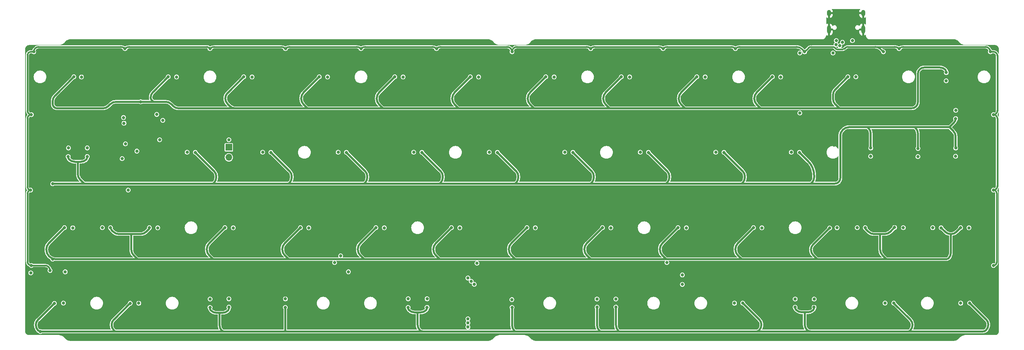
<source format=gbr>
%TF.GenerationSoftware,KiCad,Pcbnew,(7.0.0)*%
%TF.CreationDate,2024-04-06T15:31:58+02:00*%
%TF.ProjectId,forti EC,666f7274-6920-4454-932e-6b696361645f,rev?*%
%TF.SameCoordinates,Original*%
%TF.FileFunction,Copper,L2,Inr*%
%TF.FilePolarity,Positive*%
%FSLAX46Y46*%
G04 Gerber Fmt 4.6, Leading zero omitted, Abs format (unit mm)*
G04 Created by KiCad (PCBNEW (7.0.0)) date 2024-04-06 15:31:58*
%MOMM*%
%LPD*%
G01*
G04 APERTURE LIST*
%TA.AperFunction,ComponentPad*%
%ADD10O,1.000000X2.100000*%
%TD*%
%TA.AperFunction,ComponentPad*%
%ADD11O,1.000000X1.600000*%
%TD*%
%TA.AperFunction,ComponentPad*%
%ADD12R,1.700000X1.700000*%
%TD*%
%TA.AperFunction,ComponentPad*%
%ADD13O,1.700000X1.700000*%
%TD*%
%TA.AperFunction,ViaPad*%
%ADD14C,0.800000*%
%TD*%
%TA.AperFunction,Conductor*%
%ADD15C,0.500000*%
%TD*%
%TA.AperFunction,Conductor*%
%ADD16C,0.381000*%
%TD*%
G04 APERTURE END LIST*
D10*
%TO.N,GND*%
%TO.C,J2*%
X238589114Y-29323749D03*
D11*
X238589114Y-25143749D03*
D10*
X229949114Y-29323749D03*
D11*
X229949114Y-25143749D03*
%TD*%
D12*
%TO.N,VBAT*%
%TO.C,SW1*%
X78581249Y-59049999D03*
D13*
%TO.N,BOOT0*%
X78581249Y-61589999D03*
%TD*%
D14*
%TO.N,ROW0*%
X120446563Y-41265150D03*
X63296563Y-41265150D03*
X234746563Y-41265150D03*
X101396563Y-41265150D03*
X158546563Y-41265150D03*
X259566099Y-40184057D03*
X177596563Y-41265150D03*
X56356250Y-47556835D03*
X215696563Y-41265150D03*
X196646563Y-41265150D03*
X139496563Y-41265150D03*
X82346563Y-41265150D03*
X39484063Y-41265150D03*
%TO.N,ROW1*%
X146347193Y-60334849D03*
X108247193Y-60334849D03*
X222547193Y-60334849D03*
X261947349Y-59234057D03*
X70147193Y-60334849D03*
X184447193Y-60334849D03*
X89197193Y-60334849D03*
X261927650Y-51797187D03*
X252422350Y-59327813D03*
X165397193Y-60334849D03*
X42853317Y-61365843D03*
X38066377Y-61395392D03*
X203497193Y-60334849D03*
X127297193Y-60334849D03*
X34131250Y-68262500D03*
X240516099Y-59234057D03*
%TO.N,ROW2*%
X172834063Y-79365150D03*
X34131250Y-87312500D03*
X96634063Y-79365150D03*
X37102813Y-79365150D03*
X246529637Y-79295055D03*
X134734063Y-79365150D03*
X191884063Y-79365150D03*
X115684063Y-79365150D03*
X77584063Y-79365150D03*
X210934063Y-79365150D03*
X58534063Y-79365150D03*
X48742320Y-79374269D03*
X239104273Y-79375000D03*
X263182718Y-79365150D03*
X230122496Y-79438504D03*
X153784063Y-79365150D03*
X258265943Y-79384849D03*
%TO.N,ROW3*%
X73820884Y-99471798D03*
X265471697Y-98372314D03*
X53681202Y-98446022D03*
X31043276Y-105568750D03*
X221450091Y-99449859D03*
X226206782Y-99445104D03*
X123791377Y-99495392D03*
X34573760Y-98463584D03*
X92831232Y-99473933D03*
X171453003Y-99425031D03*
X150018749Y-99494327D03*
X128578317Y-99465843D03*
X246315548Y-98407438D03*
X208203840Y-98389876D03*
X78597744Y-99436674D03*
X176239943Y-99395482D03*
%TO.N,COL0*%
X36839256Y-98393336D03*
X42868091Y-59223540D03*
X38110701Y-59223540D03*
X39190943Y-79384849D03*
X46654190Y-79354570D03*
X41389823Y-41286482D03*
%TO.N,COL1*%
X68059063Y-60315150D03*
X65384693Y-41284849D03*
X60622193Y-79384849D03*
X55858888Y-98428460D03*
%TO.N,COL2*%
X79672193Y-79384849D03*
X87109063Y-60315150D03*
X84434693Y-41284849D03*
X73832592Y-97364359D03*
X78574328Y-97329235D03*
%TO.N,COL3*%
X103484693Y-41284849D03*
X92854648Y-97331370D03*
X98722193Y-79384849D03*
X106159063Y-60315150D03*
%TO.N,COL4*%
X128593091Y-97323540D03*
X122534693Y-41284849D03*
X123835701Y-97323540D03*
X117772193Y-79384849D03*
X125209063Y-60315150D03*
%TO.N,COL5*%
X141584693Y-41284849D03*
X144259063Y-60315150D03*
X136822193Y-79384849D03*
%TO.N,COL6*%
X155872193Y-79384849D03*
X149989384Y-97515419D03*
X160634693Y-41284849D03*
X163309063Y-60315150D03*
%TO.N,COL7*%
X176205215Y-97356207D03*
X179684693Y-41284849D03*
X171447825Y-97356207D03*
X174922193Y-79384849D03*
X182359063Y-60315150D03*
%TO.N,COL8*%
X206143233Y-98424999D03*
X198734693Y-41284849D03*
X193972193Y-79384849D03*
X201409063Y-60315150D03*
%TO.N,COL9*%
X221456250Y-97361082D03*
X226225305Y-97384498D03*
X213022193Y-79384849D03*
X217784693Y-41284849D03*
X220459063Y-60315150D03*
%TO.N,COL10*%
X236775981Y-41265063D03*
X232004448Y-79382730D03*
X240496400Y-61322187D03*
X237114805Y-79351809D03*
X244120299Y-98372314D03*
%TO.N,COL11*%
X261927650Y-61322187D03*
X259546400Y-42272187D03*
X248729976Y-79363815D03*
X265270848Y-79384849D03*
X261947349Y-49709057D03*
X252402651Y-61415943D03*
X256169753Y-79370819D03*
X263206200Y-98425000D03*
%TO.N,GND*%
X245268750Y-32543750D03*
X142875000Y-92075000D03*
X99574669Y-86421548D03*
X46831249Y-92404959D03*
X62415739Y-51112374D03*
X85725000Y-93662500D03*
X38036163Y-69173502D03*
X233786087Y-86427070D03*
X103574768Y-69089833D03*
X233801013Y-88173417D03*
X157144029Y-92145745D03*
X99217910Y-93606665D03*
X45243750Y-47749748D03*
X140888842Y-71977863D03*
X84531235Y-72935569D03*
X220269083Y-48360653D03*
X75491014Y-34474500D03*
X198064046Y-67343486D03*
X163153409Y-50072355D03*
X113506250Y-34474500D03*
X225574507Y-32905222D03*
X103588867Y-72935569D03*
X120186900Y-67343486D03*
X51649500Y-67126695D03*
X214312500Y-93378750D03*
X151752252Y-35029165D03*
X52065521Y-70649784D03*
X157656924Y-86450520D03*
X108818492Y-88192110D03*
X40711322Y-69173502D03*
X51649500Y-60304924D03*
X31984915Y-90073723D03*
X103630454Y-50072355D03*
X49614449Y-58201170D03*
X50318142Y-51452431D03*
X66364157Y-69157000D03*
X231226409Y-58486070D03*
X37348720Y-50237116D03*
X195875178Y-86425478D03*
X157671850Y-88166491D03*
X106011704Y-50072355D03*
X160038174Y-86450520D03*
X65435044Y-88163648D03*
X38051486Y-70649784D03*
X157599012Y-67343486D03*
X103559842Y-67343486D03*
X101218957Y-72935569D03*
X195697722Y-69089833D03*
X125027440Y-53017610D03*
X82151626Y-69089833D03*
X124978915Y-86382109D03*
X122647549Y-50063284D03*
X37306250Y-89024500D03*
X49315196Y-70649784D03*
X56450000Y-54225000D03*
X125023693Y-88208062D03*
X217038771Y-67343486D03*
X160771032Y-53017610D03*
X236186398Y-86427070D03*
X60325000Y-49462500D03*
X84476632Y-53017610D03*
X31750000Y-65881250D03*
X45234485Y-70690592D03*
X237009478Y-52755238D03*
X239340924Y-50090466D03*
X60346228Y-67227845D03*
X198691242Y-86427070D03*
X144135776Y-53017610D03*
X201087418Y-88173417D03*
X122568150Y-67343486D03*
X217053697Y-69089833D03*
X49306250Y-55812500D03*
X65400334Y-86330050D03*
X108811800Y-86351868D03*
X231223392Y-55746369D03*
X40726644Y-70649784D03*
X201303058Y-53017610D03*
X43991515Y-86253585D03*
X138518932Y-71977863D03*
X198923110Y-50149655D03*
X231131457Y-52896393D03*
X145359157Y-88166491D03*
X41655043Y-88213507D03*
X228051409Y-69074589D03*
X175907735Y-88166491D03*
X239325998Y-48344119D03*
X32543750Y-88106250D03*
X84517950Y-67343486D03*
X63019084Y-86330050D03*
X223837500Y-43656250D03*
X160053100Y-88166491D03*
X157613938Y-69089833D03*
X47717138Y-70649784D03*
X138523537Y-67343486D03*
X221036067Y-88173417D03*
X233895768Y-64474366D03*
X120217858Y-71977863D03*
X178219333Y-67343486D03*
X84474299Y-88173417D03*
X138538463Y-69089833D03*
X49314423Y-69156626D03*
X271358335Y-90633502D03*
X201289434Y-48331499D03*
X136933708Y-88166250D03*
X217899099Y-53017610D03*
X249237500Y-34474500D03*
X180600583Y-67343486D03*
X82093049Y-88173417D03*
X34869412Y-50207003D03*
X44036293Y-88213507D03*
X63967981Y-67343486D03*
X47625000Y-69173502D03*
X86854135Y-48326008D03*
X47625000Y-47734822D03*
X65309102Y-52994006D03*
X115093750Y-94456250D03*
X218654817Y-88173417D03*
X138505282Y-86405169D03*
X140446316Y-90170000D03*
X125028799Y-50063284D03*
X28993250Y-67992621D03*
X201304360Y-50149655D03*
X63995648Y-72935569D03*
X29178250Y-48748857D03*
X48163942Y-54405074D03*
X159995188Y-69089833D03*
X60325000Y-48668750D03*
X236182263Y-88173417D03*
X180615509Y-69089833D03*
X138533180Y-90090945D03*
X103614779Y-53017610D03*
X67908521Y-48284415D03*
X217902759Y-50107000D03*
X29039604Y-87271173D03*
X82078123Y-86427070D03*
X61118750Y-60575000D03*
X220284009Y-50107000D03*
X144126664Y-50072355D03*
X178274059Y-86400144D03*
X138564802Y-88179086D03*
X189706250Y-34474500D03*
X55690488Y-63349760D03*
X271288000Y-52533502D03*
X233614521Y-92429178D03*
X84532876Y-69089833D03*
X201072492Y-86427070D03*
X31750000Y-54768750D03*
X94541014Y-34474500D03*
X214672447Y-69089833D03*
X86869061Y-50072355D03*
X127420503Y-90152270D03*
X43092572Y-69173502D03*
X230981250Y-67211285D03*
X66349231Y-67343486D03*
X54059764Y-34474500D03*
X63982907Y-69157000D03*
X198921808Y-53017610D03*
X82136700Y-67343486D03*
X218639891Y-86427070D03*
X159980262Y-67343486D03*
X52065521Y-69165891D03*
X62400813Y-49366027D03*
X65390949Y-50407757D03*
X207962500Y-34474500D03*
X84487811Y-50072355D03*
X226164140Y-47625000D03*
X144320200Y-90187090D03*
X116042096Y-90101323D03*
X198078972Y-69089833D03*
X86857882Y-53017610D03*
X122587768Y-71977863D03*
X140904787Y-67343486D03*
X195682796Y-67343486D03*
X31750000Y-73025000D03*
X49315196Y-67036356D03*
X105996029Y-53017610D03*
X230981250Y-69074589D03*
X220280349Y-53017610D03*
X125013873Y-48316937D03*
X163152282Y-53017610D03*
X141754526Y-53017610D03*
X63053794Y-88163648D03*
X198706168Y-88173417D03*
X132556250Y-34474500D03*
X67860219Y-50447908D03*
X66857705Y-93100329D03*
X127360165Y-86382109D03*
X101178592Y-67343486D03*
X234012077Y-52789136D03*
X39727650Y-50217041D03*
X125033034Y-90152270D03*
X196849999Y-93210632D03*
X104255497Y-88162000D03*
X236959674Y-50090466D03*
X101193518Y-69089833D03*
X228232261Y-64457189D03*
X35670236Y-70649784D03*
X56446589Y-67197732D03*
X101955919Y-86421548D03*
X160772159Y-50072355D03*
X182230808Y-53017610D03*
X41610265Y-86253585D03*
X120201826Y-69089833D03*
X214657521Y-67343486D03*
X105996778Y-48326008D03*
X45243750Y-50180831D03*
X145359157Y-85725000D03*
X179849558Y-53017610D03*
X188066046Y-88162000D03*
X271288000Y-71583502D03*
X66365558Y-72935569D03*
X182213959Y-48331499D03*
X60376341Y-69124967D03*
X82161325Y-72935569D03*
X252189404Y-91787972D03*
X105305304Y-86392019D03*
X195842419Y-88418191D03*
X99603792Y-88165954D03*
X182228885Y-50072355D03*
X122646190Y-53017610D03*
X270510000Y-36830000D03*
X163138483Y-48331499D03*
X63722314Y-49380953D03*
X51649500Y-64293750D03*
X67928937Y-52948837D03*
X31102252Y-35029165D03*
X127404943Y-88208062D03*
X221021141Y-86427070D03*
X178288985Y-88166491D03*
X144116531Y-48331499D03*
X84459373Y-86427070D03*
X160063491Y-92075000D03*
X141745414Y-50072355D03*
X171534764Y-34474500D03*
X178234259Y-69089833D03*
X43096554Y-70649784D03*
X142467948Y-85733722D03*
X53977319Y-67107393D03*
X122583076Y-69089833D03*
X140919713Y-69089833D03*
X56461645Y-69200250D03*
X45243750Y-69173502D03*
X228033069Y-67123295D03*
X230981250Y-64465314D03*
X35654913Y-69173502D03*
X228600000Y-41275000D03*
X179847635Y-50072355D03*
X183336947Y-93196218D03*
%TO.N,+5V*%
X28577887Y-69881575D03*
X270668750Y-34925000D03*
X92868750Y-34131250D03*
X73818750Y-34131250D03*
X271462500Y-88900000D03*
X206375000Y-34131250D03*
X188118750Y-34131250D03*
X223837500Y-34925000D03*
X52387500Y-34131250D03*
X111918750Y-34131250D03*
X150018750Y-34925000D03*
X169862500Y-34131250D03*
X28764693Y-50788293D03*
X243681250Y-34925000D03*
X28764750Y-88888271D03*
X271462500Y-50800000D03*
X29368750Y-34925000D03*
X130968750Y-34131250D03*
X271462500Y-69850000D03*
X33479205Y-90148462D03*
X247650000Y-34131250D03*
%TO.N,VBAT*%
X105255000Y-88162000D03*
X189065547Y-88162000D03*
X60372179Y-50759648D03*
X52136683Y-52970429D03*
X52481250Y-58193750D03*
X222633751Y-50406984D03*
X61118750Y-57150000D03*
X61919191Y-52237707D03*
X51649500Y-61912500D03*
X78581250Y-57150000D03*
%TO.N,VBUS*%
X231805189Y-32091019D03*
%TO.N,/CC1*%
X235873674Y-32108164D03*
%TO.N,D_USB_P*%
X233362500Y-32543750D03*
%TO.N,D_USB_N*%
X232686455Y-33405708D03*
%TO.N,/CC2*%
X231738688Y-33088307D03*
%TO.N,BOOT0*%
X55375129Y-60006366D03*
%TO.N,RGB MCU*%
X53181250Y-69850000D03*
X52004500Y-51530859D03*
%TO.N,rgb underglow*%
X28613667Y-90757379D03*
X37306250Y-90487500D03*
%TO.N,Net-(LED19-DIN)*%
X230981250Y-35230750D03*
X222596597Y-35247562D03*
%TO.N,APLEX_OUT_PIN_0*%
X108743750Y-90487500D03*
X106775500Y-86463000D03*
X192981250Y-91306766D03*
%TO.N,AMUX_SEL_2*%
X138906250Y-104442948D03*
X140493750Y-93662500D03*
%TO.N,AMUX_SEL_1*%
X139700000Y-92868750D03*
X138906250Y-103418349D03*
%TO.N,AMUX_SEL_0*%
X138906250Y-102393750D03*
X138906250Y-92075000D03*
%TO.N,APLEX_EN_PIN_1*%
X141191812Y-88337928D03*
X192981250Y-93688016D03*
%TD*%
D15*
%TO.N,ROW0*%
X135523287Y-48210787D02*
X136525000Y-49212500D01*
X231567037Y-48210787D02*
X232568750Y-49212500D01*
X212725000Y-49212500D02*
X232568750Y-49212500D01*
X117475000Y-49212500D02*
X136525000Y-49212500D01*
X65915927Y-49212500D02*
X80962500Y-49212500D01*
X211137500Y-46652640D02*
X211137500Y-46796573D01*
X193675000Y-49212500D02*
X212725000Y-49212500D01*
X34717036Y-46032177D02*
X39484063Y-41265150D01*
X80203427Y-49212500D02*
X80962500Y-49212500D01*
X192673287Y-48210787D02*
X193675000Y-49212500D01*
X63296563Y-41265150D02*
X59424606Y-45137106D01*
X154573287Y-45238426D02*
X158546563Y-41265150D01*
X48694879Y-48142621D02*
X48210787Y-48626713D01*
X230981250Y-45858890D02*
X230981250Y-46796573D01*
X64017622Y-48142622D02*
X64501714Y-48626714D01*
X80962500Y-49212500D02*
X98425000Y-49212500D01*
X115887500Y-46652639D02*
X115887500Y-46796573D01*
X259566099Y-40005381D02*
X259566099Y-40184057D01*
X155575000Y-49212500D02*
X156368750Y-49212500D01*
X59531250Y-47556835D02*
X50109092Y-47556835D01*
X252412500Y-47590323D02*
X252412500Y-40481250D01*
X196646563Y-41265150D02*
X192673286Y-45238427D01*
X97423287Y-45238426D02*
X101396563Y-41265150D01*
X136525000Y-49212500D02*
X156368750Y-49212500D01*
X174625000Y-49212500D02*
X193675000Y-49212500D01*
X118162106Y-43549606D02*
X120446563Y-41265150D01*
X116473287Y-48210787D02*
X117475000Y-49212500D01*
X173623287Y-48210787D02*
X174625000Y-49212500D01*
X232568750Y-49212500D02*
X250790323Y-49212500D01*
X59323286Y-47417036D02*
X59463085Y-47556835D01*
X177596563Y-41265150D02*
X173623286Y-45238427D01*
X154573287Y-48210787D02*
X155575000Y-49212500D01*
X98425000Y-49212500D02*
X97423286Y-48210786D01*
X58864531Y-46704219D02*
X58864531Y-46489246D01*
X46796573Y-49212500D02*
X35272786Y-49212500D01*
X34131250Y-48070964D02*
X34131250Y-47446390D01*
X215696563Y-41265150D02*
X211723286Y-45238427D01*
X153987500Y-46652640D02*
X153987500Y-46796573D01*
X98425000Y-49212500D02*
X117475000Y-49212500D01*
X82346563Y-41265150D02*
X78217602Y-45394110D01*
X173037500Y-46652640D02*
X173037500Y-46796573D01*
X212725000Y-49212500D02*
X211723286Y-48210786D01*
X139496563Y-41265150D02*
X135523286Y-45238427D01*
X254000000Y-38893750D02*
X257934073Y-38893750D01*
X134937500Y-46652640D02*
X134937500Y-46796573D01*
X156368750Y-49212500D02*
X174625000Y-49212500D01*
X234746563Y-41265150D02*
X231567036Y-44444677D01*
X118162106Y-43549606D02*
X116473286Y-45238426D01*
X59531250Y-47556835D02*
X59147989Y-47173574D01*
X96837500Y-46796573D02*
X96837500Y-46652640D01*
X78266643Y-48104143D02*
X78789214Y-48626714D01*
X59463085Y-47556835D02*
X59531250Y-47556835D01*
X59531250Y-47556835D02*
X62603408Y-47556835D01*
X192087500Y-46652640D02*
X192087500Y-46796573D01*
X153987520Y-46796573D02*
G75*
G03*
X154573288Y-48210786I1999980J-27D01*
G01*
X173037520Y-46796573D02*
G75*
G03*
X173623288Y-48210786I1999980J-27D01*
G01*
X173623266Y-45238407D02*
G75*
G03*
X173037500Y-46652640I1414234J-1414193D01*
G01*
X231567051Y-44444692D02*
G75*
G03*
X230981250Y-45858890I1414149J-1414208D01*
G01*
X58864494Y-46489246D02*
G75*
G03*
X59147989Y-47173574I967806J46D01*
G01*
X259566099Y-40005381D02*
G75*
G03*
X259348287Y-39479537I-743699J-19D01*
G01*
X77680849Y-46689929D02*
G75*
G03*
X78266643Y-48104143I2000051J29D01*
G01*
X96837520Y-46796573D02*
G75*
G03*
X97423287Y-48210785I1999980J-27D01*
G01*
X259348290Y-39479534D02*
G75*
G03*
X257934073Y-38893750I-1414190J-1414166D01*
G01*
X154573267Y-45238406D02*
G75*
G03*
X153987500Y-46652640I1414233J-1414194D01*
G01*
X64501700Y-48626728D02*
G75*
G03*
X65915927Y-49212500I1414200J1414228D01*
G01*
X78789200Y-48626728D02*
G75*
G03*
X80203427Y-49212500I1414200J1414228D01*
G01*
X211723266Y-45238407D02*
G75*
G03*
X211137500Y-46652640I1414234J-1414193D01*
G01*
X211137520Y-46796573D02*
G75*
G03*
X211723287Y-48210785I1999980J-27D01*
G01*
X192087520Y-46796573D02*
G75*
G03*
X192673288Y-48210786I1999980J-27D01*
G01*
X134937520Y-46796573D02*
G75*
G03*
X135523288Y-48210786I1999980J-27D01*
G01*
X250790323Y-49212500D02*
G75*
G03*
X252412500Y-47590323I-23J1622200D01*
G01*
X50109092Y-47556820D02*
G75*
G03*
X48694880Y-48142622I8J-1999980D01*
G01*
X59424572Y-45137072D02*
G75*
G03*
X58864531Y-46489246I1352228J-1352128D01*
G01*
X78217592Y-45394100D02*
G75*
G03*
X77680856Y-46689929I1295808J-1295800D01*
G01*
X192673266Y-45238407D02*
G75*
G03*
X192087500Y-46652640I1414234J-1414193D01*
G01*
X34717051Y-46032192D02*
G75*
G03*
X34131250Y-47446390I1414149J-1414208D01*
G01*
X230981255Y-46796573D02*
G75*
G03*
X231567037Y-48210787I1999945J-27D01*
G01*
X135523266Y-45238407D02*
G75*
G03*
X134937500Y-46652640I1414234J-1414193D01*
G01*
X34131300Y-48070964D02*
G75*
G03*
X35272786Y-49212500I1141500J-36D01*
G01*
X46796573Y-49212480D02*
G75*
G03*
X48210786Y-48626712I27J1999980D01*
G01*
X97423267Y-45238406D02*
G75*
G03*
X96837500Y-46652640I1414233J-1414194D01*
G01*
X254000000Y-38893800D02*
G75*
G03*
X252412500Y-40481250I0J-1587500D01*
G01*
X116473266Y-45238406D02*
G75*
G03*
X115887500Y-46652639I1414234J-1414194D01*
G01*
X64017611Y-48142633D02*
G75*
G03*
X62603408Y-47556835I-1414211J-1414167D01*
G01*
X115887520Y-46796573D02*
G75*
G03*
X116473288Y-48210786I1999980J-27D01*
G01*
%TO.N,ROW1*%
X89197193Y-60334849D02*
X93870464Y-65008120D01*
X184447193Y-60334849D02*
X189120464Y-65008120D01*
X188912500Y-68223715D02*
X207962500Y-68223715D01*
X150812500Y-68223715D02*
X169068750Y-68223715D01*
X41240323Y-62706250D02*
X40481250Y-62706250D01*
X225684909Y-67963806D02*
X225425000Y-68223715D01*
X239712500Y-53975000D02*
X240506250Y-53975000D01*
X208756250Y-66422333D02*
X208756250Y-66640323D01*
X93662500Y-68223715D02*
X112712500Y-68223715D01*
X170070463Y-68054537D02*
X169901285Y-68223715D01*
X252412500Y-55597177D02*
X252412500Y-59317963D01*
X260350000Y-53975000D02*
X261351714Y-54976714D01*
X150851285Y-68223715D02*
X150812500Y-68223715D01*
X251618750Y-53975000D02*
X252412500Y-53975000D01*
X234984677Y-53975000D02*
X239712500Y-53975000D01*
X252412500Y-53975000D02*
X254000000Y-53975000D01*
X40481250Y-63500000D02*
X40481250Y-62706250D01*
X169068750Y-68223715D02*
X188912500Y-68223715D01*
X224743554Y-62593946D02*
X222591554Y-60441946D01*
X225425000Y-68223715D02*
X227012500Y-68223715D01*
X112712500Y-68223715D02*
X131762500Y-68223715D01*
X203497193Y-60334849D02*
X208170464Y-65008120D01*
X208001285Y-68223715D02*
X207962500Y-68223715D01*
X261937500Y-59224208D02*
X261947349Y-59234057D01*
X131970463Y-68054537D02*
X131801285Y-68223715D01*
X165397193Y-60334849D02*
X170070464Y-65008120D01*
X240506250Y-55597177D02*
X240506250Y-59224208D01*
X74612500Y-68223715D02*
X93662500Y-68223715D01*
X240506250Y-53975000D02*
X251618750Y-53975000D01*
X42862500Y-68223715D02*
X74612500Y-68223715D01*
X239920463Y-54182963D02*
X239712500Y-53975000D01*
X41067037Y-67222002D02*
X42068750Y-68223715D01*
X74651285Y-68223715D02*
X74612500Y-68223715D01*
X34170035Y-68223715D02*
X42862500Y-68223715D01*
X132556250Y-66422333D02*
X132556250Y-66640323D01*
X74820463Y-68054537D02*
X74651285Y-68223715D01*
X131762500Y-68223715D02*
X150812500Y-68223715D01*
X131801285Y-68223715D02*
X131762500Y-68223715D01*
X252412500Y-59317963D02*
X252422350Y-59327813D01*
X94456250Y-66422333D02*
X94456250Y-66640323D01*
X40481250Y-62706250D02*
X39722177Y-62706250D01*
X226218750Y-66155384D02*
X226218750Y-66675000D01*
X151606250Y-66422333D02*
X151606250Y-66640323D01*
X34170035Y-68223715D02*
X34131250Y-68262500D01*
X170656250Y-66422333D02*
X170656250Y-66640323D01*
X38047004Y-61342793D02*
X38047004Y-61490453D01*
X151020463Y-68054537D02*
X150851285Y-68223715D01*
X112920463Y-68054537D02*
X112751285Y-68223715D01*
X254000000Y-53975000D02*
X260350000Y-53975000D01*
X261937500Y-56390927D02*
X261937500Y-59224208D01*
X251826713Y-54182963D02*
X251618750Y-53975000D01*
X127297193Y-60334849D02*
X131970464Y-65008120D01*
X240506250Y-59224208D02*
X240516099Y-59234057D01*
X146347193Y-60334849D02*
X151020464Y-65008120D01*
X233362500Y-54768750D02*
X233570464Y-54560786D01*
X189706250Y-66422333D02*
X189706250Y-66601538D01*
X93701285Y-68223715D02*
X93662500Y-68223715D01*
X208170463Y-68054537D02*
X208001285Y-68223715D01*
X113506250Y-66422333D02*
X113506250Y-66640323D01*
X207962500Y-68223715D02*
X224631250Y-68223715D01*
X232831250Y-66835019D02*
X232831250Y-56051300D01*
X169901285Y-68223715D02*
X169068750Y-68223715D01*
X260350000Y-53975000D02*
X261503271Y-52821729D01*
X227012500Y-68223715D02*
X231442554Y-68223715D01*
X42843133Y-61336169D02*
X42843133Y-61665151D01*
X40481250Y-63500000D02*
X40481250Y-65807788D01*
X75406250Y-66422333D02*
X75406250Y-66640323D01*
X93870463Y-68054537D02*
X93701285Y-68223715D01*
X112751285Y-68223715D02*
X112712500Y-68223715D01*
X70147193Y-60334849D02*
X74820464Y-65008120D01*
X189120463Y-68015752D02*
X188912500Y-68223715D01*
X224631250Y-68223715D02*
X225425000Y-68223715D01*
X42862500Y-68223715D02*
X42068750Y-68223715D01*
X108247193Y-60334849D02*
X112920464Y-65008120D01*
X252412516Y-55597177D02*
G75*
G03*
X251826713Y-54182963I-2000016J-23D01*
G01*
X93870441Y-68054515D02*
G75*
G03*
X94456250Y-66640323I-1414141J1414215D01*
G01*
X240506280Y-55597177D02*
G75*
G03*
X239920462Y-54182964I-1999980J-23D01*
G01*
X151606241Y-66422333D02*
G75*
G03*
X151020464Y-65008120I-1999941J33D01*
G01*
X226218756Y-66155384D02*
G75*
G03*
X224743554Y-62593946I-5036656J-16D01*
G01*
X113506241Y-66422333D02*
G75*
G03*
X112920464Y-65008120I-1999941J33D01*
G01*
X225684910Y-67963807D02*
G75*
G03*
X226218750Y-66675000I-1288810J1288807D01*
G01*
X261503283Y-52821741D02*
G75*
G03*
X261927650Y-51797187I-1024583J1024541D01*
G01*
X231442554Y-68223650D02*
G75*
G03*
X232831250Y-66835019I46J1388650D01*
G01*
X40481244Y-65807788D02*
G75*
G03*
X41067037Y-67222002I1999956J-12D01*
G01*
X112920441Y-68054515D02*
G75*
G03*
X113506250Y-66640323I-1414141J1414215D01*
G01*
X38307985Y-62120441D02*
G75*
G03*
X39722177Y-62706250I1414215J1414141D01*
G01*
X261937480Y-56390927D02*
G75*
G03*
X261351713Y-54976715I-1999980J27D01*
G01*
X170656241Y-66422333D02*
G75*
G03*
X170070464Y-65008120I-1999941J33D01*
G01*
X208170441Y-68054515D02*
G75*
G03*
X208756250Y-66640323I-1414141J1414215D01*
G01*
X42654515Y-62120443D02*
G75*
G03*
X42843133Y-61665151I-455315J455343D01*
G01*
X189706241Y-66422333D02*
G75*
G03*
X189120464Y-65008120I-1999941J33D01*
G01*
X208756241Y-66422333D02*
G75*
G03*
X208170464Y-65008120I-1999941J33D01*
G01*
X233362510Y-54768760D02*
G75*
G03*
X232831250Y-56051300I1282490J-1282540D01*
G01*
X151020441Y-68054515D02*
G75*
G03*
X151606250Y-66640323I-1414141J1414215D01*
G01*
X41240323Y-62706280D02*
G75*
G03*
X42654535Y-62120463I-23J1999980D01*
G01*
X75406241Y-66422333D02*
G75*
G03*
X74820464Y-65008120I-1999941J33D01*
G01*
X234984677Y-53974984D02*
G75*
G03*
X233570464Y-54560786I23J-2000016D01*
G01*
X132556241Y-66422333D02*
G75*
G03*
X131970464Y-65008120I-1999941J33D01*
G01*
X94456241Y-66422333D02*
G75*
G03*
X93870464Y-65008120I-1999941J33D01*
G01*
X74820441Y-68054515D02*
G75*
G03*
X75406250Y-66640323I-1414141J1414215D01*
G01*
X170070441Y-68054515D02*
G75*
G03*
X170656250Y-66640323I-1414141J1414215D01*
G01*
X189120434Y-68015723D02*
G75*
G03*
X189706250Y-66601538I-1414134J1414223D01*
G01*
X38047046Y-61490453D02*
G75*
G03*
X38307963Y-62120463I890954J-47D01*
G01*
X222547215Y-60334849D02*
G75*
G03*
X222591555Y-60441945I151385J-51D01*
G01*
X131970441Y-68054515D02*
G75*
G03*
X132556250Y-66640323I-1414141J1414215D01*
G01*
%TO.N,ROW2*%
X134734063Y-79365150D02*
X130760786Y-83338427D01*
X168860787Y-86310787D02*
X169862500Y-87312500D01*
X242887500Y-80962500D02*
X241334677Y-80962500D01*
X32543750Y-84752640D02*
X32543750Y-84896573D01*
X245447979Y-80376713D02*
X246529637Y-79295055D01*
X149225000Y-84752640D02*
X149225000Y-84896573D01*
X244475000Y-87312500D02*
X259629883Y-87312500D01*
X53975000Y-80962500D02*
X50834677Y-80962500D01*
X210934063Y-79365150D02*
X206960786Y-83338427D01*
X262171155Y-80376713D02*
X263182718Y-79365150D01*
X239920464Y-80376714D02*
X239235458Y-79691708D01*
X96634063Y-79365150D02*
X92660786Y-83338427D01*
X74612500Y-87312500D02*
X93662500Y-87312500D01*
X58534063Y-79578437D02*
X58534063Y-79365150D01*
X130175000Y-84752640D02*
X130175000Y-84896573D01*
X77584063Y-79365150D02*
X73610786Y-83338427D01*
X242887500Y-80962500D02*
X242887500Y-84896573D01*
X227012500Y-87312500D02*
X244475000Y-87312500D01*
X260717738Y-85690323D02*
X260717738Y-80962500D01*
X92660787Y-86310787D02*
X93662500Y-87312500D01*
X131762500Y-87312500D02*
X150812500Y-87312500D01*
X168275000Y-84752640D02*
X168275000Y-84896573D01*
X149810787Y-86310787D02*
X150812500Y-87312500D01*
X230122496Y-79438504D02*
X225962807Y-83598193D01*
X150812500Y-87312500D02*
X169862500Y-87312500D01*
X259257807Y-80376713D02*
X258265943Y-79384849D01*
X191884063Y-79365150D02*
X187910786Y-83338427D01*
X260717738Y-80962500D02*
X260672021Y-80962500D01*
X169862500Y-87312500D02*
X188912500Y-87312500D01*
X49420463Y-80376713D02*
X48971636Y-79927886D01*
X243473287Y-86310787D02*
X244475000Y-87312500D01*
X153784063Y-79365150D02*
X149810786Y-83338427D01*
X53975000Y-80962500D02*
X56321573Y-80962500D01*
X54560787Y-86310787D02*
X55562500Y-87312500D01*
X93662500Y-87312500D02*
X112712500Y-87312500D01*
X57735787Y-80376713D02*
X58534063Y-79578437D01*
X206960787Y-86310787D02*
X207962500Y-87312500D01*
X55562500Y-87312500D02*
X74612500Y-87312500D01*
X172834063Y-79365150D02*
X168860786Y-83338427D01*
X207962500Y-87312500D02*
X227012500Y-87312500D01*
X187325000Y-84752640D02*
X187325000Y-84896573D01*
X92075000Y-84752640D02*
X92075000Y-84896573D01*
X130760787Y-86310787D02*
X131762500Y-87312500D01*
X226010787Y-86310787D02*
X227012500Y-87312500D01*
X263172868Y-79375000D02*
X263182718Y-79365150D01*
X37102813Y-79365150D02*
X33129536Y-83338427D01*
X73025000Y-84752640D02*
X73025000Y-84896573D01*
X188912500Y-87312500D02*
X207962500Y-87312500D01*
X37306250Y-87312500D02*
X34959677Y-87312500D01*
X206375000Y-84752640D02*
X206375000Y-84896573D01*
X115684063Y-79365150D02*
X111710786Y-83338427D01*
X258275792Y-79375000D02*
X258265943Y-79384849D01*
X242887500Y-80962500D02*
X244033765Y-80962500D01*
X73610787Y-86310787D02*
X74612500Y-87312500D01*
X111125000Y-84752640D02*
X111125000Y-84896573D01*
X260717738Y-80962500D02*
X260756941Y-80962500D01*
X187910787Y-86310787D02*
X188912500Y-87312500D01*
X53975000Y-80962500D02*
X53975000Y-84896573D01*
X37306250Y-87312500D02*
X55562500Y-87312500D01*
X111710787Y-86310787D02*
X112712500Y-87312500D01*
X112712500Y-87312500D02*
X131762500Y-87312500D01*
X225962818Y-83598204D02*
G75*
G03*
X225425000Y-84896573I1298382J-1298396D01*
G01*
X149225020Y-84896573D02*
G75*
G03*
X149810788Y-86310786I1999980J-27D01*
G01*
X73025020Y-84896573D02*
G75*
G03*
X73610788Y-86310786I1999980J-27D01*
G01*
X92660766Y-83338407D02*
G75*
G03*
X92075000Y-84752640I1414234J-1414193D01*
G01*
X244033765Y-80962475D02*
G75*
G03*
X245447979Y-80376713I35J1999975D01*
G01*
X49420474Y-80376702D02*
G75*
G03*
X50834677Y-80962500I1414226J1414202D01*
G01*
X56321573Y-80962480D02*
G75*
G03*
X57735786Y-80376712I27J1999980D01*
G01*
X130760766Y-83338407D02*
G75*
G03*
X130175000Y-84752640I1414234J-1414193D01*
G01*
X259629883Y-87312497D02*
G75*
G03*
X260131952Y-87104536I17J709997D01*
G01*
X187910766Y-83338407D02*
G75*
G03*
X187325000Y-84752640I1414234J-1414193D01*
G01*
X53975020Y-84896573D02*
G75*
G03*
X54560788Y-86310786I1999980J-27D01*
G01*
X239104284Y-79375000D02*
G75*
G03*
X239235459Y-79691707I447916J0D01*
G01*
X149810766Y-83338407D02*
G75*
G03*
X149225000Y-84752640I1414234J-1414193D01*
G01*
X33129526Y-83338417D02*
G75*
G03*
X32543750Y-84752640I1414174J-1414183D01*
G01*
X259257796Y-80376724D02*
G75*
G03*
X260672021Y-80962500I1414204J1414224D01*
G01*
X260131948Y-87104532D02*
G75*
G03*
X260717738Y-85690323I-1414248J1414232D01*
G01*
X187325020Y-84896573D02*
G75*
G03*
X187910788Y-86310786I1999980J-27D01*
G01*
X92075020Y-84896573D02*
G75*
G03*
X92660788Y-86310786I1999980J-27D01*
G01*
X130175020Y-84896573D02*
G75*
G03*
X130760788Y-86310786I1999980J-27D01*
G01*
X168275020Y-84896573D02*
G75*
G03*
X168860788Y-86310786I1999980J-27D01*
G01*
X73610766Y-83338407D02*
G75*
G03*
X73025000Y-84752640I1414234J-1414193D01*
G01*
X206960766Y-83338407D02*
G75*
G03*
X206375000Y-84752640I1414234J-1414193D01*
G01*
X168860766Y-83338407D02*
G75*
G03*
X168275000Y-84752640I1414234J-1414193D01*
G01*
X242887520Y-84896573D02*
G75*
G03*
X243473288Y-86310786I1999980J-27D01*
G01*
X48742357Y-79374269D02*
G75*
G03*
X48971637Y-79927885I782943J-31D01*
G01*
X111710766Y-83338407D02*
G75*
G03*
X111125000Y-84752640I1414234J-1414193D01*
G01*
X206375020Y-84896573D02*
G75*
G03*
X206960788Y-86310786I1999980J-27D01*
G01*
X32543800Y-84896573D02*
G75*
G03*
X34959677Y-87312500I2415900J-27D01*
G01*
X239920475Y-80376703D02*
G75*
G03*
X241334677Y-80962500I1414225J1414203D01*
G01*
X111125020Y-84896573D02*
G75*
G03*
X111710788Y-86310786I1999980J-27D01*
G01*
X260756941Y-80962528D02*
G75*
G03*
X262171154Y-80376712I-41J2000028D01*
G01*
X225425020Y-84896573D02*
G75*
G03*
X226010788Y-86310786I1999980J-27D01*
G01*
%TO.N,ROW3*%
X53704648Y-98428460D02*
X49544959Y-102588149D01*
X77787500Y-105568750D02*
X77305233Y-105568750D01*
X127793750Y-105568750D02*
X172243750Y-105568750D01*
X150018749Y-99494327D02*
X150018749Y-103946572D01*
X246357334Y-98449483D02*
X250517023Y-102609172D01*
X76227186Y-100849097D02*
X76227186Y-103950635D01*
X49758200Y-105466005D02*
X49592939Y-105300743D01*
X211629189Y-105568750D02*
X211137500Y-105568750D01*
X76227186Y-100849097D02*
X75468113Y-100849097D01*
X172243750Y-105568750D02*
X177006250Y-105568750D01*
X224322753Y-105083497D02*
X224371725Y-105132469D01*
X172243750Y-105568750D02*
X172038790Y-105363790D01*
X127793750Y-105568750D02*
X127521442Y-105568750D01*
X212389079Y-102561273D02*
X208229390Y-98401584D01*
X176239943Y-99395482D02*
X176239943Y-103974016D01*
X177006250Y-105568750D02*
X176825730Y-105388230D01*
X171453003Y-99425031D02*
X171453003Y-103949576D01*
X223860915Y-100703658D02*
X223101842Y-100703658D01*
X126202201Y-103850729D02*
X126202201Y-100749191D01*
X92831232Y-99473933D02*
X92831232Y-105531232D01*
X76812973Y-105364849D02*
X76812973Y-105387973D01*
X126202201Y-100749191D02*
X125443128Y-100749191D01*
X50006250Y-105568750D02*
X77787500Y-105568750D01*
X223860915Y-101497408D02*
X223860915Y-100703658D01*
X177006250Y-105568750D02*
X211137500Y-105568750D01*
X211137500Y-105568750D02*
X225425000Y-105568750D01*
X269634328Y-102528283D02*
X265474639Y-98368594D01*
X223860915Y-101497408D02*
X223860915Y-103805196D01*
X31043276Y-105568750D02*
X50006250Y-105568750D01*
X77787500Y-105568750D02*
X127793750Y-105568750D01*
X73792940Y-99485640D02*
X73792940Y-99633300D01*
X224619988Y-100703658D02*
X223860915Y-100703658D01*
X126961274Y-100749191D02*
X126202201Y-100749191D01*
X250031250Y-105568750D02*
X268794793Y-105568750D01*
X30424712Y-102619812D02*
X34584401Y-98460123D01*
X225425000Y-105568750D02*
X250031250Y-105568750D01*
X78589069Y-99479016D02*
X78589069Y-99807998D01*
X76986259Y-100849097D02*
X76227186Y-100849097D01*
X250356982Y-105433828D02*
X250469043Y-105321766D01*
X212926919Y-103859653D02*
G75*
G03*
X212389079Y-102561273I-1836219J-47D01*
G01*
X176239920Y-103974016D02*
G75*
G03*
X176825731Y-105388229I1999980J16D01*
G01*
X78400465Y-100263304D02*
G75*
G03*
X78589069Y-99807998I-455265J455304D01*
G01*
X171453020Y-103949576D02*
G75*
G03*
X172038791Y-105363789I1999980J-24D01*
G01*
X76812959Y-105364863D02*
G75*
G03*
X77305233Y-105568750I492241J492263D01*
G01*
X250031250Y-105568716D02*
G75*
G03*
X250356982Y-105433828I50J460616D01*
G01*
X250469073Y-105321796D02*
G75*
G03*
X251054830Y-103907552I-1414273J1414196D01*
G01*
X30472699Y-105332399D02*
G75*
G03*
X31043276Y-105568750I570601J570599D01*
G01*
X150018755Y-103946572D02*
G75*
G03*
X150604536Y-105360786I1999945J-28D01*
G01*
X73792938Y-99633300D02*
G75*
G03*
X74053899Y-100263310I890962J0D01*
G01*
X224619988Y-100703661D02*
G75*
G03*
X226034200Y-100117871I12J1999961D01*
G01*
X76986259Y-100849068D02*
G75*
G03*
X78400471Y-100263310I41J1999968D01*
G01*
X123767953Y-99533394D02*
G75*
G03*
X124028914Y-100163404I890947J-6D01*
G01*
X226034219Y-100117890D02*
G75*
G03*
X226222798Y-99662559I-455319J455290D01*
G01*
X269586374Y-105240903D02*
G75*
G03*
X270172135Y-103826663I-1414274J1414203D01*
G01*
X270172146Y-103826663D02*
G75*
G03*
X269634327Y-102528284I-1836246J-37D01*
G01*
X251054850Y-103907552D02*
G75*
G03*
X250517022Y-102609173I-1836250J-48D01*
G01*
X124028902Y-100163416D02*
G75*
G03*
X125443128Y-100749191I1414198J1414216D01*
G01*
X126961274Y-100749175D02*
G75*
G03*
X128375487Y-100163405I26J1999975D01*
G01*
X221426686Y-99487861D02*
G75*
G03*
X221687628Y-100117871I890914J-39D01*
G01*
X29886910Y-103918192D02*
G75*
G03*
X30472693Y-105332405I1999990J-8D01*
G01*
X126787969Y-105264962D02*
G75*
G03*
X127521442Y-105568750I733431J733462D01*
G01*
X49007146Y-103886529D02*
G75*
G03*
X49592939Y-105300743I2000054J29D01*
G01*
X30424714Y-102619814D02*
G75*
G03*
X29886905Y-103918192I1298386J-1298386D01*
G01*
X221687616Y-100117883D02*
G75*
G03*
X223101842Y-100703658I1414184J1414183D01*
G01*
X211629189Y-105568754D02*
G75*
G03*
X212341099Y-105273867I11J1006754D01*
G01*
X223860914Y-103805196D02*
G75*
G03*
X224446702Y-105219410I1999986J-4D01*
G01*
X268794793Y-105568738D02*
G75*
G03*
X269586348Y-105240877I7J1119438D01*
G01*
X224371726Y-105132468D02*
G75*
G03*
X225425000Y-105568750I1053274J1053268D01*
G01*
X128375486Y-100163404D02*
G75*
G03*
X128564084Y-99708092I-455286J455304D01*
G01*
X49544952Y-102588142D02*
G75*
G03*
X49007152Y-103886529I1298348J-1298358D01*
G01*
X76227166Y-103950635D02*
G75*
G03*
X76812973Y-105364849I2000034J35D01*
G01*
X212341120Y-105273888D02*
G75*
G03*
X212926886Y-103859653I-1414220J1414188D01*
G01*
X74053893Y-100263316D02*
G75*
G03*
X75468113Y-100849097I1414207J1414216D01*
G01*
X49758214Y-105465991D02*
G75*
G03*
X50006250Y-105568750I248086J248091D01*
G01*
X126202181Y-103850729D02*
G75*
G03*
X126787989Y-105264942I2000019J29D01*
G01*
D16*
%TO.N,+5V*%
X272473945Y-46037500D02*
X272473945Y-42862500D01*
X147637500Y-33684500D02*
X148778250Y-33684500D01*
X27781250Y-48418750D02*
X27781250Y-49212500D01*
X241300000Y-33684500D02*
X241612323Y-33684500D01*
X233362500Y-34333753D02*
X232066414Y-34333753D01*
X243026537Y-34270287D02*
X243681250Y-34925000D01*
X272301750Y-85725000D02*
X272301750Y-88060750D01*
X241300000Y-33684500D02*
X246571451Y-33684500D01*
X27781250Y-51771736D02*
X27781250Y-68262500D01*
X27781250Y-87312500D02*
X27781250Y-86518750D01*
X91790201Y-33684500D02*
X74897299Y-33684500D01*
X272474500Y-42800566D02*
X272474500Y-35937000D01*
X27781250Y-48418750D02*
X27781250Y-49804850D01*
X28575000Y-34925000D02*
X29368750Y-34925000D01*
X241300000Y-33684500D02*
X234784444Y-33684500D01*
X27781250Y-86518750D02*
X27781250Y-87904771D01*
X27781250Y-68262500D02*
X27781250Y-69084938D01*
X73818750Y-34131250D02*
X73569962Y-33882462D01*
X223837500Y-34925000D02*
X223182786Y-34270286D01*
X272301750Y-87267000D02*
X272301750Y-85725000D01*
X27781250Y-35718750D02*
X27781250Y-48418750D01*
X31750000Y-33684500D02*
X30447299Y-33684500D01*
X224631250Y-34131250D02*
X223837500Y-34925000D01*
X268287500Y-33684500D02*
X269428250Y-33684500D01*
X147637500Y-33684500D02*
X132047299Y-33684500D01*
X272461256Y-51798756D02*
X272461256Y-68851244D01*
X271462500Y-34925000D02*
X270668750Y-34925000D01*
X51308951Y-33684500D02*
X31750000Y-33684500D01*
X152400000Y-33684500D02*
X151259250Y-33684500D01*
X73092039Y-33684500D02*
X53466049Y-33684500D01*
X129890201Y-33684500D02*
X112997299Y-33684500D01*
X110840201Y-33684500D02*
X93947299Y-33684500D01*
X272473945Y-46037500D02*
X272473945Y-49788555D01*
X27781250Y-86518750D02*
X27781250Y-70678212D01*
X189197299Y-33684500D02*
X205296451Y-33684500D01*
X272473945Y-48994805D02*
X272473945Y-46037500D01*
X272301750Y-85725000D02*
X272301750Y-70689250D01*
X224814331Y-33948170D02*
X224631250Y-34131250D01*
X152400000Y-33684500D02*
X168783951Y-33684500D01*
X234024344Y-33999344D02*
X233921467Y-34102221D01*
X31750000Y-33684500D02*
X30609250Y-33684500D01*
X28764750Y-88888271D02*
X32219014Y-88888271D01*
X221768573Y-33684500D02*
X207453549Y-33684500D01*
X187040201Y-33684500D02*
X170941049Y-33684500D01*
X248728549Y-33684500D02*
X268287500Y-33684500D01*
X230981249Y-33695222D02*
X225425000Y-33695222D01*
X231775000Y-34238642D02*
X231408591Y-33872233D01*
X223182800Y-34270272D02*
G75*
G03*
X221768573Y-33684500I-1414200J-1414228D01*
G01*
X170941049Y-33684536D02*
G75*
G03*
X169862500Y-34131250I-49J-1525264D01*
G01*
X272461300Y-51798756D02*
G75*
G03*
X271462500Y-50800000I-998800J-44D01*
G01*
X73569945Y-33882479D02*
G75*
G03*
X73092039Y-33684500I-477945J-477921D01*
G01*
X233362500Y-34333766D02*
G75*
G03*
X233921467Y-34102221I0J790466D01*
G01*
X112997299Y-33684500D02*
G75*
G03*
X111918750Y-34131250I1J-1525300D01*
G01*
X272474500Y-35937000D02*
G75*
G03*
X271462500Y-34925000I-1012000J0D01*
G01*
X231408622Y-33872202D02*
G75*
G03*
X230981249Y-33695222I-427322J-427398D01*
G01*
X271462500Y-88899950D02*
G75*
G03*
X272301750Y-88060750I0J839250D01*
G01*
X207453549Y-33684536D02*
G75*
G03*
X206375000Y-34131250I-49J-1525264D01*
G01*
X270668800Y-34925000D02*
G75*
G03*
X269428250Y-33684500I-1240500J0D01*
G01*
X169862475Y-34131275D02*
G75*
G03*
X168783951Y-33684500I-1078575J-1078525D01*
G01*
X33479229Y-90148462D02*
G75*
G03*
X32219014Y-88888271I-1260229J-38D01*
G01*
X27781229Y-87904771D02*
G75*
G03*
X28764750Y-88888271I983471J-29D01*
G01*
X28575000Y-34925000D02*
G75*
G03*
X27781250Y-35718750I0J-793750D01*
G01*
X27781225Y-69084938D02*
G75*
G03*
X28577887Y-69881575I796675J38D01*
G01*
X271462500Y-69849956D02*
G75*
G03*
X272461256Y-68851244I0J998756D01*
G01*
X132047299Y-33684500D02*
G75*
G03*
X130968750Y-34131250I1J-1525300D01*
G01*
X30609250Y-33684550D02*
G75*
G03*
X29368750Y-34925000I-50J-1240450D01*
G01*
X243026526Y-34270298D02*
G75*
G03*
X241612323Y-33684500I-1414226J-1414202D01*
G01*
X28764693Y-50788250D02*
G75*
G03*
X27781250Y-51771736I7J-983450D01*
G01*
X271462500Y-50800045D02*
G75*
G03*
X272473945Y-49788555I0J1011445D01*
G01*
X272301800Y-70689250D02*
G75*
G03*
X271462500Y-69850000I-839300J-50D01*
G01*
X151259250Y-33684550D02*
G75*
G03*
X150018750Y-34925000I-50J-1240450D01*
G01*
X225425000Y-33695212D02*
G75*
G03*
X224814332Y-33948171I0J-863588D01*
G01*
X27781247Y-49804850D02*
G75*
G03*
X28764693Y-50788293I983443J0D01*
G01*
X231717147Y-34189103D02*
G75*
G03*
X232066414Y-34333753I349253J349303D01*
G01*
X206374975Y-34131275D02*
G75*
G03*
X205296451Y-33684500I-1078575J-1078525D01*
G01*
X74897299Y-33684500D02*
G75*
G03*
X73818750Y-34131250I1J-1525300D01*
G01*
X93947299Y-33684500D02*
G75*
G03*
X92868750Y-34131250I1J-1525300D01*
G01*
X111918750Y-34131250D02*
G75*
G03*
X110840201Y-33684500I-1078550J-1078550D01*
G01*
X188118750Y-34131250D02*
G75*
G03*
X187040201Y-33684500I-1078550J-1078550D01*
G01*
X150018800Y-34925000D02*
G75*
G03*
X148778250Y-33684500I-1240500J0D01*
G01*
X248728549Y-33684536D02*
G75*
G03*
X247650000Y-34131250I-49J-1525264D01*
G01*
X52387475Y-34131275D02*
G75*
G03*
X51308951Y-33684500I-1078575J-1078525D01*
G01*
X53466049Y-33684536D02*
G75*
G03*
X52387500Y-34131250I-49J-1525264D01*
G01*
X28577887Y-69881550D02*
G75*
G03*
X27781250Y-70678212I13J-796650D01*
G01*
X247649975Y-34131275D02*
G75*
G03*
X246571451Y-33684500I-1078575J-1078525D01*
G01*
X189197299Y-33684500D02*
G75*
G03*
X188118750Y-34131250I1J-1525300D01*
G01*
X130968750Y-34131250D02*
G75*
G03*
X129890201Y-33684500I-1078550J-1078550D01*
G01*
X234784444Y-33684519D02*
G75*
G03*
X234024344Y-33999344I-44J-1074881D01*
G01*
X92868750Y-34131250D02*
G75*
G03*
X91790201Y-33684500I-1078550J-1078550D01*
G01*
%TD*%
%TA.AperFunction,Conductor*%
%TO.N,GND*%
G36*
X237870926Y-24127479D02*
G01*
X237875156Y-24132734D01*
X237875710Y-24139457D01*
X237872399Y-24145335D01*
X237826867Y-24188615D01*
X237826111Y-24189495D01*
X237710590Y-24355469D01*
X237710029Y-24356479D01*
X237630285Y-24542306D01*
X237629937Y-24543412D01*
X237589231Y-24741494D01*
X237589115Y-24742640D01*
X237589115Y-24891463D01*
X237589784Y-24893080D01*
X237591402Y-24893750D01*
X238827615Y-24893750D01*
X238835747Y-24897118D01*
X238839115Y-24905250D01*
X238839115Y-26415455D01*
X238839480Y-26416691D01*
X238840684Y-26416855D01*
X238841608Y-26416615D01*
X239031231Y-26346388D01*
X239032277Y-26345874D01*
X239203879Y-26238914D01*
X239204803Y-26238199D01*
X239242577Y-26202293D01*
X239250694Y-26199130D01*
X239258700Y-26202565D01*
X239262000Y-26210628D01*
X239262000Y-28006576D01*
X239258968Y-28014357D01*
X239251470Y-28018035D01*
X239243461Y-28015670D01*
X239121266Y-27921084D01*
X239120287Y-27920474D01*
X238938727Y-27831415D01*
X238937654Y-27831017D01*
X238840819Y-27805945D01*
X238839508Y-27806011D01*
X238839115Y-27807266D01*
X238839115Y-30845455D01*
X238839480Y-30846691D01*
X238840684Y-30846855D01*
X238841608Y-30846615D01*
X239031231Y-30776388D01*
X239032277Y-30775874D01*
X239203879Y-30668914D01*
X239204803Y-30668199D01*
X239242577Y-30632293D01*
X239250694Y-30629130D01*
X239258700Y-30632565D01*
X239262000Y-30640628D01*
X239262000Y-30749500D01*
X239262000Y-30750000D01*
X239262000Y-30837532D01*
X239262086Y-30838023D01*
X239262087Y-30838027D01*
X239277168Y-30923561D01*
X239292399Y-31009938D01*
X239352275Y-31174445D01*
X239439808Y-31326055D01*
X239552337Y-31460163D01*
X239686445Y-31572692D01*
X239838055Y-31660225D01*
X240002562Y-31720101D01*
X240174968Y-31750500D01*
X240262401Y-31750500D01*
X240262500Y-31750500D01*
X240263000Y-31750500D01*
X261316583Y-31750500D01*
X261316714Y-31750500D01*
X261317444Y-31750523D01*
X261364120Y-31753494D01*
X261588523Y-31770169D01*
X261589839Y-31770345D01*
X261696740Y-31790986D01*
X261697031Y-31791047D01*
X261859403Y-31827787D01*
X261860452Y-31828077D01*
X261973591Y-31865306D01*
X261974098Y-31865489D01*
X262120628Y-31922471D01*
X262121393Y-31922801D01*
X262230963Y-31975064D01*
X262231665Y-31975431D01*
X262368163Y-32053447D01*
X262368680Y-32053761D01*
X262468776Y-32118234D01*
X262469663Y-32118867D01*
X262600370Y-32221910D01*
X262600640Y-32222130D01*
X262683936Y-32292201D01*
X262684904Y-32293117D01*
X262714010Y-32324061D01*
X262839894Y-32457896D01*
X262839976Y-32457985D01*
X262870617Y-32491258D01*
X262871075Y-32491786D01*
X262871312Y-32492077D01*
X262871310Y-32492078D01*
X262871337Y-32492108D01*
X262950872Y-32590439D01*
X262951110Y-32590733D01*
X263135231Y-32766778D01*
X263135516Y-32766988D01*
X263135518Y-32766990D01*
X263290841Y-32881627D01*
X263340193Y-32918051D01*
X263562684Y-33042109D01*
X263799112Y-33136949D01*
X264045658Y-33201039D01*
X264298342Y-33233344D01*
X264425712Y-33233275D01*
X264426212Y-33233275D01*
X271843250Y-33233275D01*
X271843251Y-33233275D01*
X271844253Y-33233319D01*
X271889268Y-33237255D01*
X272024703Y-33250588D01*
X272026550Y-33250925D01*
X272101940Y-33271122D01*
X272102243Y-33271208D01*
X272202979Y-33301761D01*
X272204490Y-33302339D01*
X272280423Y-33337743D01*
X272280940Y-33338002D01*
X272365602Y-33383250D01*
X272368783Y-33384950D01*
X272369956Y-33385670D01*
X272440196Y-33434848D01*
X272440882Y-33435369D01*
X272485407Y-33471906D01*
X272516525Y-33497442D01*
X272517361Y-33498200D01*
X272578352Y-33559187D01*
X272579110Y-33560023D01*
X272641177Y-33635648D01*
X272641708Y-33636347D01*
X272666465Y-33671700D01*
X272690891Y-33706581D01*
X272691609Y-33707751D01*
X272738556Y-33795577D01*
X272738836Y-33796137D01*
X272774228Y-33872027D01*
X272774811Y-33873549D01*
X272805365Y-33974264D01*
X272805468Y-33974626D01*
X272825652Y-34049944D01*
X272825989Y-34051798D01*
X272839817Y-34192702D01*
X272839828Y-34192822D01*
X272843221Y-34231595D01*
X272843166Y-34232676D01*
X272843250Y-34232676D01*
X272843250Y-35573701D01*
X272840495Y-35581170D01*
X272833549Y-35585059D01*
X272825741Y-35583506D01*
X272820813Y-35577255D01*
X272812088Y-35550403D01*
X272762711Y-35398435D01*
X272662453Y-35201668D01*
X272532648Y-35023007D01*
X272376493Y-34866852D01*
X272197832Y-34737047D01*
X272197414Y-34736834D01*
X272001466Y-34636993D01*
X272001462Y-34636991D01*
X272001065Y-34636789D01*
X271877702Y-34596706D01*
X271791472Y-34568688D01*
X271791467Y-34568687D01*
X271791037Y-34568547D01*
X271790593Y-34568476D01*
X271790582Y-34568474D01*
X271573363Y-34534070D01*
X271573356Y-34534069D01*
X271572918Y-34534000D01*
X271572469Y-34534000D01*
X271131311Y-34534000D01*
X271126225Y-34532814D01*
X271122187Y-34529501D01*
X271097490Y-34497315D01*
X271097032Y-34496718D01*
X270978524Y-34405784D01*
X270974493Y-34399902D01*
X270960833Y-34353379D01*
X270863881Y-34141090D01*
X270737703Y-33944760D01*
X270584868Y-33768385D01*
X270516495Y-33709142D01*
X270408796Y-33615824D01*
X270408788Y-33615818D01*
X270408488Y-33615558D01*
X270404708Y-33613129D01*
X270212493Y-33489607D01*
X270212491Y-33489606D01*
X270212152Y-33489388D01*
X270208300Y-33487629D01*
X270000236Y-33392616D01*
X270000234Y-33392615D01*
X269999859Y-33392444D01*
X269999466Y-33392328D01*
X269999459Y-33392326D01*
X269776325Y-33326816D01*
X269776312Y-33326813D01*
X269775930Y-33326701D01*
X269775529Y-33326643D01*
X269775523Y-33326642D01*
X269545334Y-33293554D01*
X269545321Y-33293553D01*
X269544924Y-33293496D01*
X269544509Y-33293496D01*
X269428234Y-33293500D01*
X268318274Y-33293500D01*
X248697775Y-33293500D01*
X248697632Y-33293522D01*
X248697327Y-33293534D01*
X248603342Y-33293532D01*
X248602962Y-33293532D01*
X248602593Y-33293580D01*
X248602586Y-33293581D01*
X248354277Y-33326263D01*
X248354266Y-33326265D01*
X248353910Y-33326312D01*
X248353550Y-33326408D01*
X248353547Y-33326409D01*
X248111628Y-33391224D01*
X248111624Y-33391225D01*
X248111267Y-33391321D01*
X248110933Y-33391459D01*
X248110925Y-33391462D01*
X247879533Y-33487299D01*
X247879517Y-33487306D01*
X247879186Y-33487444D01*
X247818302Y-33522593D01*
X247786234Y-33541106D01*
X247778983Y-33542548D01*
X247650744Y-33525666D01*
X247650000Y-33525568D01*
X247649256Y-33525666D01*
X247520994Y-33542551D01*
X247513743Y-33541108D01*
X247421157Y-33487650D01*
X247421153Y-33487648D01*
X247420824Y-33487458D01*
X247420468Y-33487310D01*
X247420465Y-33487309D01*
X247189099Y-33391467D01*
X247188749Y-33391322D01*
X247188395Y-33391227D01*
X247188386Y-33391224D01*
X246946469Y-33326395D01*
X246946459Y-33326393D01*
X246946112Y-33326300D01*
X246896623Y-33319783D01*
X246697438Y-33293553D01*
X246697432Y-33293552D01*
X246697063Y-33293504D01*
X246696695Y-33293503D01*
X246696681Y-33293503D01*
X246602231Y-33293500D01*
X246602225Y-33293500D01*
X246571464Y-33293500D01*
X246515260Y-33293498D01*
X246515247Y-33293498D01*
X246515242Y-33293499D01*
X246515233Y-33293500D01*
X241643097Y-33293500D01*
X241612327Y-33293500D01*
X241556115Y-33293499D01*
X241556110Y-33293499D01*
X241556108Y-33293499D01*
X241556104Y-33293500D01*
X241330774Y-33293500D01*
X234753670Y-33293500D01*
X234753600Y-33293511D01*
X234753441Y-33293517D01*
X234688756Y-33293516D01*
X234688376Y-33293516D01*
X234688007Y-33293564D01*
X234688000Y-33293565D01*
X234498218Y-33318543D01*
X234498207Y-33318545D01*
X234497851Y-33318592D01*
X234497491Y-33318688D01*
X234497488Y-33318689D01*
X234312591Y-33368227D01*
X234312587Y-33368228D01*
X234312230Y-33368324D01*
X234311896Y-33368462D01*
X234311888Y-33368465D01*
X234135036Y-33441715D01*
X234135020Y-33441722D01*
X234134689Y-33441860D01*
X234134371Y-33442043D01*
X234134358Y-33442050D01*
X233968588Y-33537754D01*
X233968582Y-33537757D01*
X233968265Y-33537941D01*
X233967980Y-33538159D01*
X233967972Y-33538165D01*
X233816103Y-33654697D01*
X233816097Y-33654702D01*
X233815808Y-33654924D01*
X233815551Y-33655180D01*
X233815543Y-33655188D01*
X233769626Y-33701105D01*
X233747865Y-33722865D01*
X233708111Y-33762619D01*
X233684736Y-33785993D01*
X233684731Y-33785997D01*
X233684727Y-33786000D01*
X233684713Y-33786013D01*
X233684702Y-33786024D01*
X233645514Y-33825216D01*
X233644383Y-33826208D01*
X233563445Y-33888318D01*
X233560845Y-33889820D01*
X233467293Y-33928573D01*
X233464393Y-33929350D01*
X233363343Y-33942655D01*
X233361842Y-33942753D01*
X233006873Y-33942753D01*
X233000175Y-33940601D01*
X232995983Y-33934950D01*
X232995868Y-33927915D01*
X232999872Y-33922129D01*
X233059296Y-33876531D01*
X233114737Y-33833990D01*
X233210991Y-33708549D01*
X233271499Y-33562470D01*
X233292137Y-33405708D01*
X233271499Y-33248946D01*
X233230273Y-33149420D01*
X233229931Y-33141564D01*
X233234720Y-33135323D01*
X233242400Y-33133620D01*
X233268377Y-33137040D01*
X233362500Y-33149432D01*
X233519262Y-33128794D01*
X233665341Y-33068286D01*
X233790782Y-32972032D01*
X233887036Y-32846591D01*
X233947544Y-32700512D01*
X233968182Y-32543750D01*
X233947544Y-32386988D01*
X233887036Y-32240909D01*
X233790782Y-32115468D01*
X233781263Y-32108164D01*
X235267992Y-32108164D01*
X235288630Y-32264926D01*
X235288915Y-32265615D01*
X235288916Y-32265617D01*
X235341749Y-32393168D01*
X235349138Y-32411005D01*
X235349592Y-32411597D01*
X235349593Y-32411598D01*
X235411356Y-32492090D01*
X235445392Y-32536446D01*
X235570833Y-32632700D01*
X235716912Y-32693208D01*
X235873674Y-32713846D01*
X236030436Y-32693208D01*
X236176515Y-32632700D01*
X236301956Y-32536446D01*
X236398210Y-32411005D01*
X236458718Y-32264926D01*
X236479356Y-32108164D01*
X236458718Y-31951402D01*
X236398210Y-31805323D01*
X236301956Y-31679882D01*
X236276338Y-31660225D01*
X236177108Y-31584083D01*
X236177107Y-31584082D01*
X236176515Y-31583628D01*
X236175825Y-31583342D01*
X236175823Y-31583341D01*
X236031127Y-31523406D01*
X236031125Y-31523405D01*
X236030436Y-31523120D01*
X236029694Y-31523022D01*
X236029693Y-31523022D01*
X235908332Y-31507044D01*
X235873674Y-31502482D01*
X235872930Y-31502580D01*
X235717654Y-31523022D01*
X235717651Y-31523022D01*
X235716912Y-31523120D01*
X235716224Y-31523404D01*
X235716220Y-31523406D01*
X235571524Y-31583341D01*
X235571519Y-31583343D01*
X235570833Y-31583628D01*
X235570243Y-31584080D01*
X235570239Y-31584083D01*
X235445989Y-31679423D01*
X235445985Y-31679426D01*
X235445392Y-31679882D01*
X235444936Y-31680475D01*
X235444933Y-31680479D01*
X235349593Y-31804729D01*
X235349590Y-31804733D01*
X235349138Y-31805323D01*
X235348853Y-31806009D01*
X235348851Y-31806014D01*
X235288916Y-31950710D01*
X235288914Y-31950714D01*
X235288630Y-31951402D01*
X235288532Y-31952141D01*
X235288532Y-31952144D01*
X235275196Y-32053447D01*
X235267992Y-32108164D01*
X233781263Y-32108164D01*
X233724644Y-32064719D01*
X233665934Y-32019669D01*
X233665933Y-32019668D01*
X233665341Y-32019214D01*
X233664651Y-32018928D01*
X233664649Y-32018927D01*
X233519953Y-31958992D01*
X233519951Y-31958991D01*
X233519262Y-31958706D01*
X233518520Y-31958608D01*
X233518519Y-31958608D01*
X233363244Y-31938166D01*
X233362500Y-31938068D01*
X233361756Y-31938166D01*
X233206480Y-31958608D01*
X233206477Y-31958608D01*
X233205738Y-31958706D01*
X233205050Y-31958990D01*
X233205046Y-31958992D01*
X233060350Y-32018927D01*
X233060345Y-32018929D01*
X233059659Y-32019214D01*
X233059069Y-32019666D01*
X233059065Y-32019669D01*
X232934815Y-32115009D01*
X232934811Y-32115012D01*
X232934218Y-32115468D01*
X232933762Y-32116061D01*
X232933759Y-32116065D01*
X232838419Y-32240315D01*
X232838416Y-32240319D01*
X232837964Y-32240909D01*
X232837679Y-32241595D01*
X232837677Y-32241600D01*
X232777742Y-32386296D01*
X232777740Y-32386300D01*
X232777456Y-32386988D01*
X232777358Y-32387727D01*
X232777358Y-32387730D01*
X232763617Y-32492108D01*
X232756818Y-32543750D01*
X232756916Y-32544494D01*
X232776456Y-32692921D01*
X232777456Y-32700512D01*
X232777741Y-32701201D01*
X232777742Y-32701203D01*
X232818679Y-32800034D01*
X232819022Y-32807893D01*
X232814233Y-32814134D01*
X232806553Y-32815837D01*
X232686455Y-32800026D01*
X232685711Y-32800124D01*
X232530435Y-32820566D01*
X232530432Y-32820566D01*
X232529693Y-32820664D01*
X232529005Y-32820948D01*
X232529001Y-32820950D01*
X232384305Y-32880885D01*
X232384300Y-32880887D01*
X232383614Y-32881172D01*
X232383024Y-32881624D01*
X232383020Y-32881627D01*
X232334231Y-32919063D01*
X232327731Y-32921428D01*
X232321051Y-32919638D01*
X232316605Y-32914340D01*
X232302866Y-32881172D01*
X232263224Y-32785466D01*
X232166970Y-32660025D01*
X232120411Y-32624299D01*
X232116445Y-32618634D01*
X232116445Y-32611718D01*
X232120411Y-32606053D01*
X232233471Y-32519301D01*
X232329725Y-32393860D01*
X232390233Y-32247781D01*
X232410871Y-32091019D01*
X232390233Y-31934257D01*
X232329725Y-31788178D01*
X232233471Y-31662737D01*
X232108030Y-31566483D01*
X232107340Y-31566197D01*
X232107338Y-31566196D01*
X231962642Y-31506261D01*
X231962640Y-31506260D01*
X231961951Y-31505975D01*
X231961209Y-31505877D01*
X231961208Y-31505877D01*
X231805933Y-31485435D01*
X231805189Y-31485337D01*
X231804445Y-31485435D01*
X231649169Y-31505877D01*
X231649166Y-31505877D01*
X231648427Y-31505975D01*
X231647739Y-31506259D01*
X231647735Y-31506261D01*
X231503039Y-31566196D01*
X231503034Y-31566198D01*
X231502348Y-31566483D01*
X231501758Y-31566935D01*
X231501754Y-31566938D01*
X231377504Y-31662278D01*
X231377500Y-31662281D01*
X231376907Y-31662737D01*
X231376451Y-31663330D01*
X231376448Y-31663334D01*
X231281108Y-31787584D01*
X231281105Y-31787588D01*
X231280653Y-31788178D01*
X231280368Y-31788864D01*
X231280366Y-31788869D01*
X231220431Y-31933565D01*
X231220429Y-31933569D01*
X231220145Y-31934257D01*
X231220047Y-31934996D01*
X231220047Y-31934999D01*
X231214772Y-31975066D01*
X231199507Y-32091019D01*
X231199605Y-32091763D01*
X231216746Y-32221967D01*
X231220145Y-32247781D01*
X231220430Y-32248470D01*
X231220431Y-32248472D01*
X231277806Y-32386988D01*
X231280653Y-32393860D01*
X231281107Y-32394452D01*
X231281108Y-32394453D01*
X231356036Y-32492102D01*
X231376907Y-32519301D01*
X231423464Y-32555025D01*
X231427430Y-32560690D01*
X231427430Y-32567606D01*
X231423463Y-32573272D01*
X231311003Y-32659566D01*
X231310999Y-32659569D01*
X231310406Y-32660025D01*
X231309950Y-32660618D01*
X231309947Y-32660622D01*
X231214607Y-32784872D01*
X231214604Y-32784876D01*
X231214152Y-32785466D01*
X231213867Y-32786152D01*
X231213865Y-32786157D01*
X231153930Y-32930853D01*
X231153928Y-32930857D01*
X231153644Y-32931545D01*
X231153546Y-32932284D01*
X231153546Y-32932287D01*
X231147377Y-32979147D01*
X231133006Y-33088307D01*
X231133104Y-33089051D01*
X231151959Y-33232275D01*
X231153644Y-33245069D01*
X231153929Y-33245758D01*
X231153930Y-33245760D01*
X231178606Y-33305333D01*
X231178918Y-33313287D01*
X231173990Y-33319539D01*
X231166183Y-33321093D01*
X231059998Y-33304285D01*
X231059994Y-33304284D01*
X231059554Y-33304215D01*
X231059101Y-33304215D01*
X230981216Y-33304222D01*
X225425037Y-33304222D01*
X225425000Y-33304217D01*
X225425000Y-33304212D01*
X225424961Y-33304212D01*
X225326706Y-33304212D01*
X225326693Y-33304212D01*
X225326258Y-33304213D01*
X225325820Y-33304282D01*
X225325812Y-33304283D01*
X225131659Y-33335034D01*
X225131645Y-33335037D01*
X225131205Y-33335107D01*
X225130776Y-33335246D01*
X225130769Y-33335248D01*
X224943814Y-33395996D01*
X224943800Y-33396001D01*
X224943387Y-33396136D01*
X224942992Y-33396337D01*
X224942983Y-33396341D01*
X224767831Y-33485589D01*
X224767819Y-33485595D01*
X224767429Y-33485795D01*
X224767079Y-33486049D01*
X224767068Y-33486056D01*
X224608021Y-33601618D01*
X224608016Y-33601622D01*
X224607664Y-33601878D01*
X224607356Y-33602185D01*
X224607350Y-33602191D01*
X224559616Y-33649926D01*
X224559614Y-33649930D01*
X224537843Y-33671700D01*
X224528794Y-33680750D01*
X224333011Y-33876531D01*
X224333008Y-33876534D01*
X223888101Y-34321440D01*
X223883666Y-34324198D01*
X223878468Y-34324710D01*
X223838245Y-34319416D01*
X223838244Y-34319416D01*
X223837500Y-34319318D01*
X223836756Y-34319416D01*
X223836755Y-34319416D01*
X223796531Y-34324710D01*
X223791333Y-34324198D01*
X223786898Y-34321440D01*
X223499015Y-34033558D01*
X223499014Y-34033556D01*
X223459314Y-33993857D01*
X223459268Y-33993798D01*
X223459276Y-33993791D01*
X223364327Y-33898845D01*
X223200390Y-33768112D01*
X223154618Y-33731611D01*
X223154616Y-33731609D01*
X223154362Y-33731407D01*
X223154086Y-33731233D01*
X223154081Y-33731230D01*
X222927253Y-33588708D01*
X222927250Y-33588706D01*
X222926971Y-33588531D01*
X222926681Y-33588391D01*
X222926675Y-33588388D01*
X222685305Y-33472154D01*
X222685303Y-33472153D01*
X222685012Y-33472013D01*
X222598836Y-33441860D01*
X222431820Y-33383421D01*
X222431817Y-33383420D01*
X222431528Y-33383319D01*
X222431226Y-33383250D01*
X222170021Y-33323635D01*
X222170013Y-33323633D01*
X222169708Y-33323564D01*
X222169401Y-33323529D01*
X222169387Y-33323527D01*
X221903159Y-33293534D01*
X221903150Y-33293533D01*
X221902844Y-33293499D01*
X221902523Y-33293499D01*
X221768568Y-33293500D01*
X207422775Y-33293500D01*
X207422632Y-33293522D01*
X207422327Y-33293534D01*
X207328342Y-33293532D01*
X207327962Y-33293532D01*
X207327593Y-33293580D01*
X207327586Y-33293581D01*
X207079277Y-33326263D01*
X207079266Y-33326265D01*
X207078910Y-33326312D01*
X207078550Y-33326408D01*
X207078547Y-33326409D01*
X206836628Y-33391224D01*
X206836624Y-33391225D01*
X206836267Y-33391321D01*
X206835933Y-33391459D01*
X206835925Y-33391462D01*
X206604533Y-33487299D01*
X206604517Y-33487306D01*
X206604186Y-33487444D01*
X206543302Y-33522593D01*
X206511234Y-33541106D01*
X206503983Y-33542548D01*
X206375744Y-33525666D01*
X206375000Y-33525568D01*
X206374256Y-33525666D01*
X206245994Y-33542551D01*
X206238743Y-33541108D01*
X206146157Y-33487650D01*
X206146153Y-33487648D01*
X206145824Y-33487458D01*
X206145468Y-33487310D01*
X206145465Y-33487309D01*
X205914099Y-33391467D01*
X205913749Y-33391322D01*
X205913395Y-33391227D01*
X205913386Y-33391224D01*
X205671469Y-33326395D01*
X205671459Y-33326393D01*
X205671112Y-33326300D01*
X205621623Y-33319783D01*
X205422438Y-33293553D01*
X205422432Y-33293552D01*
X205422063Y-33293504D01*
X205421695Y-33293503D01*
X205421681Y-33293503D01*
X205327231Y-33293500D01*
X205327225Y-33293500D01*
X205296464Y-33293500D01*
X205240260Y-33293498D01*
X205240247Y-33293498D01*
X205240242Y-33293499D01*
X205240233Y-33293500D01*
X189253516Y-33293500D01*
X189197299Y-33293500D01*
X189071698Y-33293500D01*
X189071329Y-33293548D01*
X189071322Y-33293549D01*
X188823012Y-33326239D01*
X188823001Y-33326241D01*
X188822645Y-33326288D01*
X188822285Y-33326384D01*
X188822282Y-33326385D01*
X188580364Y-33391207D01*
X188580360Y-33391208D01*
X188580003Y-33391304D01*
X188579669Y-33391442D01*
X188579661Y-33391445D01*
X188348270Y-33487290D01*
X188348254Y-33487297D01*
X188347923Y-33487435D01*
X188347605Y-33487618D01*
X188347592Y-33487625D01*
X188254965Y-33541102D01*
X188247714Y-33542545D01*
X188119494Y-33525666D01*
X188118750Y-33525568D01*
X188118006Y-33525666D01*
X187989784Y-33542545D01*
X187982533Y-33541102D01*
X187889907Y-33487625D01*
X187889900Y-33487621D01*
X187889577Y-33487435D01*
X187889239Y-33487295D01*
X187889229Y-33487290D01*
X187657838Y-33391445D01*
X187657834Y-33391443D01*
X187657497Y-33391304D01*
X187414855Y-33326288D01*
X187414495Y-33326240D01*
X187414487Y-33326239D01*
X187166177Y-33293549D01*
X187166171Y-33293548D01*
X187165802Y-33293500D01*
X187070975Y-33293500D01*
X170910275Y-33293500D01*
X170910132Y-33293522D01*
X170909827Y-33293534D01*
X170815842Y-33293532D01*
X170815462Y-33293532D01*
X170815093Y-33293580D01*
X170815086Y-33293581D01*
X170566777Y-33326263D01*
X170566766Y-33326265D01*
X170566410Y-33326312D01*
X170566050Y-33326408D01*
X170566047Y-33326409D01*
X170324128Y-33391224D01*
X170324124Y-33391225D01*
X170323767Y-33391321D01*
X170323433Y-33391459D01*
X170323425Y-33391462D01*
X170092033Y-33487299D01*
X170092017Y-33487306D01*
X170091686Y-33487444D01*
X170030802Y-33522593D01*
X169998734Y-33541106D01*
X169991483Y-33542548D01*
X169863244Y-33525666D01*
X169862500Y-33525568D01*
X169861756Y-33525666D01*
X169733494Y-33542551D01*
X169726243Y-33541108D01*
X169633657Y-33487650D01*
X169633653Y-33487648D01*
X169633324Y-33487458D01*
X169632968Y-33487310D01*
X169632965Y-33487309D01*
X169401599Y-33391467D01*
X169401249Y-33391322D01*
X169400895Y-33391227D01*
X169400886Y-33391224D01*
X169158969Y-33326395D01*
X169158959Y-33326393D01*
X169158612Y-33326300D01*
X169109123Y-33319783D01*
X168909938Y-33293553D01*
X168909932Y-33293552D01*
X168909563Y-33293504D01*
X168909195Y-33293503D01*
X168909181Y-33293503D01*
X168814731Y-33293500D01*
X168814725Y-33293500D01*
X168783964Y-33293500D01*
X168727760Y-33293498D01*
X168727747Y-33293498D01*
X168727742Y-33293499D01*
X168727733Y-33293500D01*
X152430774Y-33293500D01*
X151228476Y-33293500D01*
X151228277Y-33293530D01*
X151227853Y-33293547D01*
X151142992Y-33293546D01*
X151142579Y-33293546D01*
X151142182Y-33293602D01*
X151142168Y-33293604D01*
X150911986Y-33326691D01*
X150911977Y-33326692D01*
X150911580Y-33326750D01*
X150911197Y-33326862D01*
X150911185Y-33326865D01*
X150688057Y-33392373D01*
X150688046Y-33392377D01*
X150687658Y-33392491D01*
X150687287Y-33392660D01*
X150687280Y-33392663D01*
X150475743Y-33489262D01*
X150475736Y-33489265D01*
X150475372Y-33489432D01*
X150475038Y-33489646D01*
X150475030Y-33489651D01*
X150279383Y-33615378D01*
X150279374Y-33615384D01*
X150279042Y-33615598D01*
X150278747Y-33615853D01*
X150278733Y-33615864D01*
X150102981Y-33768148D01*
X150102974Y-33768154D01*
X150102667Y-33768421D01*
X150102400Y-33768728D01*
X150102394Y-33768735D01*
X150027474Y-33855194D01*
X150022023Y-33858697D01*
X150015543Y-33858697D01*
X150010092Y-33855194D01*
X149935140Y-33768699D01*
X149934868Y-33768385D01*
X149866495Y-33709142D01*
X149758796Y-33615824D01*
X149758788Y-33615818D01*
X149758488Y-33615558D01*
X149754708Y-33613129D01*
X149562493Y-33489607D01*
X149562491Y-33489606D01*
X149562152Y-33489388D01*
X149558300Y-33487629D01*
X149350236Y-33392616D01*
X149350234Y-33392615D01*
X149349859Y-33392444D01*
X149349466Y-33392328D01*
X149349459Y-33392326D01*
X149126325Y-33326816D01*
X149126312Y-33326813D01*
X149125930Y-33326701D01*
X149125529Y-33326643D01*
X149125523Y-33326642D01*
X148895334Y-33293554D01*
X148895321Y-33293553D01*
X148894924Y-33293496D01*
X148894509Y-33293496D01*
X148778234Y-33293500D01*
X147668274Y-33293500D01*
X132103516Y-33293500D01*
X132047299Y-33293500D01*
X131921698Y-33293500D01*
X131921329Y-33293548D01*
X131921322Y-33293549D01*
X131673012Y-33326239D01*
X131673001Y-33326241D01*
X131672645Y-33326288D01*
X131672285Y-33326384D01*
X131672282Y-33326385D01*
X131430364Y-33391207D01*
X131430360Y-33391208D01*
X131430003Y-33391304D01*
X131429669Y-33391442D01*
X131429661Y-33391445D01*
X131198270Y-33487290D01*
X131198254Y-33487297D01*
X131197923Y-33487435D01*
X131197605Y-33487618D01*
X131197592Y-33487625D01*
X131104965Y-33541102D01*
X131097714Y-33542545D01*
X130969494Y-33525666D01*
X130968750Y-33525568D01*
X130968006Y-33525666D01*
X130839784Y-33542545D01*
X130832533Y-33541102D01*
X130739907Y-33487625D01*
X130739900Y-33487621D01*
X130739577Y-33487435D01*
X130739239Y-33487295D01*
X130739229Y-33487290D01*
X130507838Y-33391445D01*
X130507834Y-33391443D01*
X130507497Y-33391304D01*
X130264855Y-33326288D01*
X130264495Y-33326240D01*
X130264487Y-33326239D01*
X130016177Y-33293549D01*
X130016171Y-33293548D01*
X130015802Y-33293500D01*
X129920975Y-33293500D01*
X113053516Y-33293500D01*
X112997299Y-33293500D01*
X112871698Y-33293500D01*
X112871329Y-33293548D01*
X112871322Y-33293549D01*
X112623012Y-33326239D01*
X112623001Y-33326241D01*
X112622645Y-33326288D01*
X112622285Y-33326384D01*
X112622282Y-33326385D01*
X112380364Y-33391207D01*
X112380360Y-33391208D01*
X112380003Y-33391304D01*
X112379669Y-33391442D01*
X112379661Y-33391445D01*
X112148270Y-33487290D01*
X112148254Y-33487297D01*
X112147923Y-33487435D01*
X112147605Y-33487618D01*
X112147592Y-33487625D01*
X112054965Y-33541102D01*
X112047714Y-33542545D01*
X111919494Y-33525666D01*
X111918750Y-33525568D01*
X111918006Y-33525666D01*
X111789784Y-33542545D01*
X111782533Y-33541102D01*
X111689907Y-33487625D01*
X111689900Y-33487621D01*
X111689577Y-33487435D01*
X111689239Y-33487295D01*
X111689229Y-33487290D01*
X111457838Y-33391445D01*
X111457834Y-33391443D01*
X111457497Y-33391304D01*
X111214855Y-33326288D01*
X111214495Y-33326240D01*
X111214487Y-33326239D01*
X110966177Y-33293549D01*
X110966171Y-33293548D01*
X110965802Y-33293500D01*
X110870975Y-33293500D01*
X94003516Y-33293500D01*
X93947299Y-33293500D01*
X93821698Y-33293500D01*
X93821329Y-33293548D01*
X93821322Y-33293549D01*
X93573012Y-33326239D01*
X93573001Y-33326241D01*
X93572645Y-33326288D01*
X93572285Y-33326384D01*
X93572282Y-33326385D01*
X93330364Y-33391207D01*
X93330360Y-33391208D01*
X93330003Y-33391304D01*
X93329669Y-33391442D01*
X93329661Y-33391445D01*
X93098270Y-33487290D01*
X93098254Y-33487297D01*
X93097923Y-33487435D01*
X93097605Y-33487618D01*
X93097592Y-33487625D01*
X93004965Y-33541102D01*
X92997714Y-33542545D01*
X92869494Y-33525666D01*
X92868750Y-33525568D01*
X92868006Y-33525666D01*
X92739784Y-33542545D01*
X92732533Y-33541102D01*
X92639907Y-33487625D01*
X92639900Y-33487621D01*
X92639577Y-33487435D01*
X92639239Y-33487295D01*
X92639229Y-33487290D01*
X92407838Y-33391445D01*
X92407834Y-33391443D01*
X92407497Y-33391304D01*
X92164855Y-33326288D01*
X92164495Y-33326240D01*
X92164487Y-33326239D01*
X91916177Y-33293549D01*
X91916171Y-33293548D01*
X91915802Y-33293500D01*
X91820975Y-33293500D01*
X74953516Y-33293500D01*
X74897299Y-33293500D01*
X74771698Y-33293500D01*
X74771329Y-33293548D01*
X74771322Y-33293549D01*
X74523012Y-33326239D01*
X74523001Y-33326241D01*
X74522645Y-33326288D01*
X74522285Y-33326384D01*
X74522282Y-33326385D01*
X74280364Y-33391207D01*
X74280360Y-33391208D01*
X74280003Y-33391304D01*
X74279669Y-33391442D01*
X74279661Y-33391445D01*
X74048270Y-33487290D01*
X74048254Y-33487297D01*
X74047923Y-33487435D01*
X74047605Y-33487618D01*
X74047592Y-33487625D01*
X73954965Y-33541102D01*
X73947714Y-33542545D01*
X73819494Y-33525666D01*
X73818750Y-33525568D01*
X73818006Y-33525666D01*
X73771926Y-33531732D01*
X73763665Y-33529634D01*
X73754047Y-33522646D01*
X73749006Y-33518983D01*
X73651569Y-33448186D01*
X73651564Y-33448182D01*
X73651209Y-33447925D01*
X73650812Y-33447722D01*
X73650806Y-33447719D01*
X73501991Y-33371887D01*
X73501987Y-33371885D01*
X73501588Y-33371682D01*
X73501165Y-33371544D01*
X73501159Y-33371542D01*
X73342308Y-33319921D01*
X73342306Y-33319920D01*
X73341883Y-33319783D01*
X73341446Y-33319713D01*
X73341439Y-33319712D01*
X73176469Y-33293575D01*
X73176464Y-33293574D01*
X73176025Y-33293505D01*
X73175588Y-33293504D01*
X73175576Y-33293504D01*
X73122834Y-33293501D01*
X73122820Y-33293500D01*
X73122813Y-33293500D01*
X73122791Y-33293500D01*
X73092062Y-33293500D01*
X73035864Y-33293497D01*
X73035844Y-33293497D01*
X73035837Y-33293499D01*
X73035825Y-33293500D01*
X53435275Y-33293500D01*
X53435132Y-33293522D01*
X53434827Y-33293534D01*
X53340842Y-33293532D01*
X53340462Y-33293532D01*
X53340093Y-33293580D01*
X53340086Y-33293581D01*
X53091777Y-33326263D01*
X53091766Y-33326265D01*
X53091410Y-33326312D01*
X53091050Y-33326408D01*
X53091047Y-33326409D01*
X52849128Y-33391224D01*
X52849124Y-33391225D01*
X52848767Y-33391321D01*
X52848433Y-33391459D01*
X52848425Y-33391462D01*
X52617033Y-33487299D01*
X52617017Y-33487306D01*
X52616686Y-33487444D01*
X52555802Y-33522593D01*
X52523734Y-33541106D01*
X52516483Y-33542548D01*
X52388244Y-33525666D01*
X52387500Y-33525568D01*
X52386756Y-33525666D01*
X52258494Y-33542551D01*
X52251243Y-33541108D01*
X52158657Y-33487650D01*
X52158653Y-33487648D01*
X52158324Y-33487458D01*
X52157968Y-33487310D01*
X52157965Y-33487309D01*
X51926599Y-33391467D01*
X51926249Y-33391322D01*
X51925895Y-33391227D01*
X51925886Y-33391224D01*
X51683969Y-33326395D01*
X51683959Y-33326393D01*
X51683612Y-33326300D01*
X51634123Y-33319783D01*
X51434938Y-33293553D01*
X51434932Y-33293552D01*
X51434563Y-33293504D01*
X51434195Y-33293503D01*
X51434181Y-33293503D01*
X51339731Y-33293500D01*
X51339725Y-33293500D01*
X51308964Y-33293500D01*
X51252760Y-33293498D01*
X51252747Y-33293498D01*
X51252742Y-33293499D01*
X51252733Y-33293500D01*
X31780774Y-33293500D01*
X30416525Y-33293500D01*
X30416087Y-33293569D01*
X30416078Y-33293570D01*
X30325861Y-33307859D01*
X30325858Y-33307859D01*
X30324967Y-33308001D01*
X30324164Y-33308409D01*
X30324158Y-33308412D01*
X30300314Y-33320560D01*
X30296731Y-33321696D01*
X30261984Y-33326691D01*
X30261971Y-33326693D01*
X30261580Y-33326750D01*
X30261197Y-33326862D01*
X30261185Y-33326865D01*
X30038057Y-33392373D01*
X30038046Y-33392377D01*
X30037658Y-33392491D01*
X30037287Y-33392660D01*
X30037280Y-33392663D01*
X29825743Y-33489262D01*
X29825736Y-33489265D01*
X29825372Y-33489432D01*
X29825038Y-33489646D01*
X29825030Y-33489651D01*
X29629383Y-33615378D01*
X29629374Y-33615384D01*
X29629042Y-33615598D01*
X29628747Y-33615853D01*
X29628733Y-33615864D01*
X29452981Y-33768148D01*
X29452974Y-33768154D01*
X29452667Y-33768421D01*
X29452400Y-33768728D01*
X29452394Y-33768735D01*
X29301603Y-33942752D01*
X29299837Y-33944790D01*
X29299616Y-33945132D01*
X29299615Y-33945135D01*
X29173885Y-34140767D01*
X29173879Y-34140777D01*
X29173663Y-34141114D01*
X29173495Y-34141479D01*
X29173492Y-34141487D01*
X29076886Y-34353018D01*
X29076883Y-34353025D01*
X29076714Y-34353396D01*
X29076598Y-34353789D01*
X29076596Y-34353796D01*
X29063073Y-34399849D01*
X29059040Y-34405733D01*
X28941065Y-34496259D01*
X28941061Y-34496262D01*
X28940468Y-34496718D01*
X28940012Y-34497311D01*
X28940009Y-34497315D01*
X28915313Y-34529501D01*
X28911275Y-34532814D01*
X28906189Y-34534000D01*
X28631217Y-34534000D01*
X28575000Y-34534000D01*
X28481758Y-34534000D01*
X28481319Y-34534069D01*
X28481312Y-34534070D01*
X28298024Y-34563100D01*
X28298010Y-34563103D01*
X28297570Y-34563173D01*
X28297141Y-34563312D01*
X28297134Y-34563314D01*
X28120644Y-34620659D01*
X28120629Y-34620664D01*
X28120214Y-34620800D01*
X28119820Y-34621000D01*
X28119812Y-34621004D01*
X27954455Y-34705257D01*
X27954448Y-34705261D01*
X27954056Y-34705461D01*
X27953699Y-34705720D01*
X27953693Y-34705724D01*
X27803544Y-34814814D01*
X27803539Y-34814818D01*
X27803187Y-34815074D01*
X27802879Y-34815381D01*
X27802873Y-34815387D01*
X27671637Y-34946623D01*
X27671631Y-34946629D01*
X27671324Y-34946937D01*
X27671068Y-34947289D01*
X27671064Y-34947294D01*
X27561974Y-35097443D01*
X27561970Y-35097449D01*
X27561711Y-35097806D01*
X27561511Y-35098198D01*
X27561507Y-35098205D01*
X27477254Y-35263562D01*
X27477250Y-35263570D01*
X27477050Y-35263964D01*
X27476914Y-35264379D01*
X27476909Y-35264394D01*
X27419564Y-35440884D01*
X27419562Y-35440891D01*
X27419423Y-35441320D01*
X27419353Y-35441760D01*
X27419350Y-35441774D01*
X27390320Y-35625062D01*
X27390319Y-35625069D01*
X27390250Y-35625508D01*
X27390250Y-35625957D01*
X27390250Y-49804663D01*
X27390225Y-49804821D01*
X27390207Y-49804800D01*
X27390207Y-49912975D01*
X27390276Y-49913413D01*
X27390277Y-49913420D01*
X27423979Y-50126207D01*
X27423981Y-50126218D01*
X27424052Y-50126662D01*
X27424192Y-50127092D01*
X27424193Y-50127097D01*
X27476832Y-50289101D01*
X27490908Y-50332423D01*
X27491110Y-50332820D01*
X27491112Y-50332824D01*
X27588321Y-50523607D01*
X27589129Y-50525192D01*
X27716297Y-50700223D01*
X27716610Y-50700536D01*
X27796222Y-50780148D01*
X27799590Y-50788280D01*
X27796222Y-50796412D01*
X27716624Y-50876012D01*
X27716618Y-50876018D01*
X27716307Y-50876330D01*
X27716046Y-50876688D01*
X27716041Y-50876695D01*
X27589411Y-51050997D01*
X27589146Y-51051362D01*
X27588946Y-51051754D01*
X27588942Y-51051761D01*
X27491137Y-51243727D01*
X27491131Y-51243740D01*
X27490932Y-51244132D01*
X27490791Y-51244564D01*
X27490790Y-51244568D01*
X27424222Y-51449462D01*
X27424220Y-51449470D01*
X27424083Y-51449892D01*
X27424013Y-51450330D01*
X27424012Y-51450337D01*
X27390316Y-51663130D01*
X27390315Y-51663139D01*
X27390246Y-51663577D01*
X27390246Y-51664024D01*
X27390246Y-51664025D01*
X27390250Y-51767982D01*
X27390250Y-69028720D01*
X27390249Y-69028732D01*
X27390247Y-69028739D01*
X27390247Y-69028759D01*
X27390247Y-69028760D01*
X27390249Y-69084863D01*
X27390237Y-69084957D01*
X27390225Y-69084957D01*
X27390225Y-69085053D01*
X27390225Y-69085054D01*
X27390228Y-69177975D01*
X27390228Y-69177987D01*
X27390229Y-69178425D01*
X27390298Y-69178863D01*
X27390299Y-69178870D01*
X27419407Y-69362604D01*
X27419409Y-69362615D01*
X27419480Y-69363059D01*
X27419619Y-69363489D01*
X27419621Y-69363494D01*
X27477112Y-69540415D01*
X27477114Y-69540421D01*
X27477252Y-69540844D01*
X27477455Y-69541243D01*
X27477457Y-69541247D01*
X27561919Y-69707000D01*
X27561922Y-69707006D01*
X27562125Y-69707403D01*
X27562382Y-69707758D01*
X27562386Y-69707763D01*
X27597603Y-69756233D01*
X27672006Y-69858636D01*
X27672318Y-69858948D01*
X27672319Y-69858949D01*
X27686808Y-69873438D01*
X27690176Y-69881570D01*
X27686808Y-69889701D01*
X27672323Y-69904187D01*
X27672311Y-69904200D01*
X27672000Y-69904512D01*
X27671739Y-69904870D01*
X27671734Y-69904877D01*
X27598253Y-70006019D01*
X27562121Y-70055752D01*
X27561921Y-70056144D01*
X27561917Y-70056151D01*
X27477459Y-70221916D01*
X27477455Y-70221924D01*
X27477255Y-70222318D01*
X27477116Y-70222744D01*
X27477115Y-70222748D01*
X27419631Y-70399673D01*
X27419629Y-70399680D01*
X27419490Y-70400109D01*
X27419418Y-70400561D01*
X27419418Y-70400563D01*
X27390319Y-70584301D01*
X27390318Y-70584310D01*
X27390249Y-70584748D01*
X27390249Y-70585195D01*
X27390249Y-70585196D01*
X27390250Y-70647438D01*
X27390250Y-87904708D01*
X27390239Y-87904759D01*
X27390229Y-87904759D01*
X27390228Y-87904809D01*
X27390228Y-87904814D01*
X27390226Y-88004528D01*
X27390226Y-88012938D01*
X27390295Y-88013376D01*
X27390296Y-88013384D01*
X27416985Y-88181908D01*
X27424068Y-88226633D01*
X27424208Y-88227064D01*
X27424209Y-88227068D01*
X27459986Y-88337184D01*
X27490923Y-88432402D01*
X27491125Y-88432799D01*
X27491127Y-88432803D01*
X27575222Y-88597850D01*
X27589146Y-88625178D01*
X27716318Y-88800215D01*
X27869308Y-88953201D01*
X28044347Y-89080369D01*
X28230685Y-89175306D01*
X28236088Y-89181151D01*
X28240214Y-89191112D01*
X28240668Y-89191704D01*
X28240669Y-89191705D01*
X28307860Y-89279271D01*
X28336468Y-89316553D01*
X28461909Y-89412807D01*
X28607988Y-89473315D01*
X28764750Y-89493953D01*
X28921512Y-89473315D01*
X29067591Y-89412807D01*
X29193032Y-89316553D01*
X29218186Y-89283770D01*
X29222225Y-89280457D01*
X29227311Y-89279271D01*
X32162792Y-89279271D01*
X32218441Y-89279271D01*
X32219568Y-89279326D01*
X32387456Y-89295863D01*
X32389667Y-89296303D01*
X32454451Y-89315955D01*
X32550557Y-89345108D01*
X32552639Y-89345971D01*
X32700918Y-89425227D01*
X32702789Y-89426477D01*
X32832753Y-89533135D01*
X32834348Y-89534729D01*
X32941013Y-89664699D01*
X32942265Y-89666574D01*
X33000272Y-89775093D01*
X33001592Y-89781454D01*
X32999254Y-89787515D01*
X32955124Y-89845027D01*
X32955121Y-89845031D01*
X32954669Y-89845621D01*
X32954384Y-89846307D01*
X32954382Y-89846312D01*
X32894447Y-89991008D01*
X32894445Y-89991012D01*
X32894161Y-89991700D01*
X32894063Y-89992439D01*
X32894063Y-89992442D01*
X32876477Y-90126022D01*
X32873523Y-90148462D01*
X32894161Y-90305224D01*
X32894446Y-90305913D01*
X32894447Y-90305915D01*
X32905036Y-90331480D01*
X32954669Y-90451303D01*
X32955123Y-90451895D01*
X32955124Y-90451896D01*
X32957681Y-90455229D01*
X33050923Y-90576744D01*
X33176364Y-90672998D01*
X33322443Y-90733506D01*
X33479205Y-90754144D01*
X33635967Y-90733506D01*
X33782046Y-90672998D01*
X33907487Y-90576744D01*
X33975966Y-90487500D01*
X36700568Y-90487500D01*
X36721206Y-90644262D01*
X36721491Y-90644951D01*
X36721492Y-90644953D01*
X36778542Y-90782685D01*
X36781714Y-90790341D01*
X36877968Y-90915782D01*
X37003409Y-91012036D01*
X37149488Y-91072544D01*
X37306250Y-91093182D01*
X37463012Y-91072544D01*
X37609091Y-91012036D01*
X37734532Y-90915782D01*
X37830786Y-90790341D01*
X37891294Y-90644262D01*
X37911932Y-90487500D01*
X108138068Y-90487500D01*
X108158706Y-90644262D01*
X108158991Y-90644951D01*
X108158992Y-90644953D01*
X108216042Y-90782685D01*
X108219214Y-90790341D01*
X108315468Y-90915782D01*
X108440909Y-91012036D01*
X108586988Y-91072544D01*
X108743750Y-91093182D01*
X108900512Y-91072544D01*
X109046591Y-91012036D01*
X109172032Y-90915782D01*
X109268286Y-90790341D01*
X109328794Y-90644262D01*
X109349432Y-90487500D01*
X109328794Y-90330738D01*
X109268286Y-90184659D01*
X109172032Y-90059218D01*
X109046591Y-89962964D01*
X109045901Y-89962678D01*
X109045899Y-89962677D01*
X108901203Y-89902742D01*
X108901201Y-89902741D01*
X108900512Y-89902456D01*
X108899770Y-89902358D01*
X108899769Y-89902358D01*
X108744494Y-89881916D01*
X108743750Y-89881818D01*
X108743006Y-89881916D01*
X108587730Y-89902358D01*
X108587727Y-89902358D01*
X108586988Y-89902456D01*
X108586300Y-89902740D01*
X108586296Y-89902742D01*
X108441600Y-89962677D01*
X108441595Y-89962679D01*
X108440909Y-89962964D01*
X108440319Y-89963416D01*
X108440315Y-89963419D01*
X108316065Y-90058759D01*
X108316061Y-90058762D01*
X108315468Y-90059218D01*
X108315012Y-90059811D01*
X108315009Y-90059815D01*
X108219669Y-90184065D01*
X108219666Y-90184069D01*
X108219214Y-90184659D01*
X108218929Y-90185345D01*
X108218927Y-90185350D01*
X108158992Y-90330046D01*
X108158990Y-90330050D01*
X108158706Y-90330738D01*
X108158608Y-90331477D01*
X108158608Y-90331480D01*
X108142317Y-90455229D01*
X108138068Y-90487500D01*
X37911932Y-90487500D01*
X37891294Y-90330738D01*
X37830786Y-90184659D01*
X37734532Y-90059218D01*
X37609091Y-89962964D01*
X37608401Y-89962678D01*
X37608399Y-89962677D01*
X37463703Y-89902742D01*
X37463701Y-89902741D01*
X37463012Y-89902456D01*
X37462270Y-89902358D01*
X37462269Y-89902358D01*
X37306994Y-89881916D01*
X37306250Y-89881818D01*
X37305506Y-89881916D01*
X37150230Y-89902358D01*
X37150227Y-89902358D01*
X37149488Y-89902456D01*
X37148800Y-89902740D01*
X37148796Y-89902742D01*
X37004100Y-89962677D01*
X37004095Y-89962679D01*
X37003409Y-89962964D01*
X37002819Y-89963416D01*
X37002815Y-89963419D01*
X36878565Y-90058759D01*
X36878561Y-90058762D01*
X36877968Y-90059218D01*
X36877512Y-90059811D01*
X36877509Y-90059815D01*
X36782169Y-90184065D01*
X36782166Y-90184069D01*
X36781714Y-90184659D01*
X36781429Y-90185345D01*
X36781427Y-90185350D01*
X36721492Y-90330046D01*
X36721490Y-90330050D01*
X36721206Y-90330738D01*
X36721108Y-90331477D01*
X36721108Y-90331480D01*
X36704817Y-90455229D01*
X36700568Y-90487500D01*
X33975966Y-90487500D01*
X34003741Y-90451303D01*
X34064249Y-90305224D01*
X34084887Y-90148462D01*
X34064249Y-89991700D01*
X34003741Y-89845621D01*
X33907487Y-89720180D01*
X33790007Y-89630034D01*
X33785976Y-89624152D01*
X33770059Y-89569948D01*
X33671938Y-89355104D01*
X33544240Y-89156410D01*
X33389567Y-88977911D01*
X33389252Y-88977638D01*
X33211375Y-88823509D01*
X33211369Y-88823505D01*
X33211065Y-88823241D01*
X33092650Y-88747141D01*
X33012714Y-88695769D01*
X33012710Y-88695766D01*
X33012368Y-88695547D01*
X32890906Y-88640077D01*
X32797899Y-88597602D01*
X32797896Y-88597601D01*
X32797522Y-88597430D01*
X32797128Y-88597314D01*
X32797122Y-88597312D01*
X32571295Y-88531003D01*
X32571291Y-88531002D01*
X32570899Y-88530887D01*
X32570495Y-88530828D01*
X32570491Y-88530828D01*
X32337522Y-88497330D01*
X32337510Y-88497329D01*
X32337113Y-88497272D01*
X32336711Y-88497271D01*
X32336698Y-88497271D01*
X32249789Y-88497271D01*
X32249788Y-88497271D01*
X32219018Y-88497271D01*
X32162806Y-88497270D01*
X32162801Y-88497270D01*
X32162799Y-88497270D01*
X32162795Y-88497271D01*
X29227311Y-88497271D01*
X29222225Y-88496085D01*
X29218187Y-88492772D01*
X29193490Y-88460586D01*
X29193032Y-88459989D01*
X29157602Y-88432803D01*
X29068184Y-88364190D01*
X29068183Y-88364189D01*
X29067591Y-88363735D01*
X29066901Y-88363449D01*
X29066899Y-88363448D01*
X28922203Y-88303513D01*
X28922201Y-88303512D01*
X28921512Y-88303227D01*
X28920770Y-88303129D01*
X28920769Y-88303129D01*
X28765494Y-88282687D01*
X28764750Y-88282589D01*
X28764006Y-88282687D01*
X28608730Y-88303129D01*
X28608727Y-88303129D01*
X28607988Y-88303227D01*
X28607300Y-88303511D01*
X28607296Y-88303513D01*
X28462600Y-88363448D01*
X28462595Y-88363450D01*
X28461909Y-88363735D01*
X28461320Y-88364186D01*
X28461311Y-88364192D01*
X28435199Y-88384228D01*
X28428736Y-88386591D01*
X28422081Y-88384841D01*
X28421105Y-88384228D01*
X28396408Y-88368710D01*
X28394394Y-88367105D01*
X28302402Y-88275115D01*
X28300797Y-88273101D01*
X28231591Y-88162959D01*
X28230473Y-88160639D01*
X28206297Y-88091547D01*
X28187506Y-88037844D01*
X28186936Y-88035344D01*
X28172322Y-87905608D01*
X28172250Y-87904321D01*
X28172250Y-87897257D01*
X28172252Y-87848565D01*
X28172250Y-87848558D01*
X28172250Y-86487976D01*
X28172250Y-84615031D01*
X32093248Y-84615031D01*
X32093250Y-84718878D01*
X32093250Y-84930335D01*
X32093282Y-84930556D01*
X32093299Y-84930997D01*
X32093299Y-85057542D01*
X32093333Y-85057848D01*
X32093334Y-85057857D01*
X32129305Y-85377144D01*
X32129307Y-85377158D01*
X32129342Y-85377465D01*
X32129411Y-85377770D01*
X32129413Y-85377778D01*
X32200831Y-85690699D01*
X32200978Y-85691341D01*
X32201079Y-85691630D01*
X32201080Y-85691633D01*
X32251631Y-85836103D01*
X32307308Y-85995223D01*
X32307448Y-85995514D01*
X32307449Y-85995516D01*
X32445685Y-86282577D01*
X32446992Y-86285290D01*
X32447167Y-86285569D01*
X32447169Y-86285572D01*
X32601860Y-86531767D01*
X32618276Y-86557892D01*
X32618478Y-86558146D01*
X32618480Y-86558148D01*
X32807496Y-86795172D01*
X32819004Y-86809603D01*
X33046653Y-87037256D01*
X33298360Y-87237990D01*
X33298639Y-87238165D01*
X33298640Y-87238166D01*
X33530785Y-87384036D01*
X33534347Y-87387564D01*
X33536069Y-87392272D01*
X33540166Y-87423387D01*
X33546206Y-87469262D01*
X33606714Y-87615341D01*
X33702968Y-87740782D01*
X33828409Y-87837036D01*
X33974488Y-87897544D01*
X34131250Y-87918182D01*
X34288012Y-87897544D01*
X34434091Y-87837036D01*
X34559532Y-87740782D01*
X34559854Y-87740361D01*
X34564075Y-87737707D01*
X34569161Y-87737132D01*
X34798699Y-87762998D01*
X34891772Y-87762999D01*
X34891775Y-87763000D01*
X34959673Y-87763000D01*
X37238348Y-87763000D01*
X37340012Y-87763000D01*
X55494598Y-87763000D01*
X55553858Y-87763000D01*
X55554287Y-87763007D01*
X55613510Y-87765224D01*
X55620347Y-87763391D01*
X55623323Y-87763000D01*
X74544598Y-87763000D01*
X74603858Y-87763000D01*
X74604287Y-87763007D01*
X74663510Y-87765224D01*
X74670347Y-87763391D01*
X74673323Y-87763000D01*
X93594598Y-87763000D01*
X93653858Y-87763000D01*
X93654287Y-87763007D01*
X93713510Y-87765224D01*
X93720347Y-87763391D01*
X93723323Y-87763000D01*
X104780929Y-87763000D01*
X104788698Y-87766021D01*
X104792385Y-87773498D01*
X104790053Y-87781501D01*
X104730919Y-87858565D01*
X104730916Y-87858569D01*
X104730464Y-87859159D01*
X104730179Y-87859845D01*
X104730177Y-87859850D01*
X104670242Y-88004546D01*
X104670240Y-88004550D01*
X104669956Y-88005238D01*
X104669858Y-88005977D01*
X104669858Y-88005980D01*
X104658596Y-88091524D01*
X104649318Y-88162000D01*
X104649416Y-88162744D01*
X104669492Y-88315242D01*
X104669956Y-88318762D01*
X104670241Y-88319451D01*
X104670242Y-88319453D01*
X104728701Y-88460586D01*
X104730464Y-88464841D01*
X104826718Y-88590282D01*
X104952159Y-88686536D01*
X105098238Y-88747044D01*
X105255000Y-88767682D01*
X105411762Y-88747044D01*
X105557841Y-88686536D01*
X105683282Y-88590282D01*
X105779536Y-88464841D01*
X105840044Y-88318762D01*
X105860682Y-88162000D01*
X105840044Y-88005238D01*
X105779536Y-87859159D01*
X105719946Y-87781500D01*
X105717615Y-87773498D01*
X105721302Y-87766021D01*
X105729071Y-87763000D01*
X112644598Y-87763000D01*
X112703858Y-87763000D01*
X112704287Y-87763007D01*
X112763510Y-87765224D01*
X112770347Y-87763391D01*
X112773323Y-87763000D01*
X131694598Y-87763000D01*
X131753858Y-87763000D01*
X131754287Y-87763007D01*
X131813510Y-87765224D01*
X131820347Y-87763391D01*
X131823323Y-87763000D01*
X140952813Y-87763000D01*
X140960109Y-87765610D01*
X140964092Y-87772256D01*
X140962955Y-87779921D01*
X140957214Y-87785125D01*
X140889662Y-87813105D01*
X140889657Y-87813107D01*
X140888971Y-87813392D01*
X140888381Y-87813844D01*
X140888377Y-87813847D01*
X140764127Y-87909187D01*
X140764123Y-87909190D01*
X140763530Y-87909646D01*
X140763074Y-87910239D01*
X140763071Y-87910243D01*
X140667731Y-88034493D01*
X140667728Y-88034497D01*
X140667276Y-88035087D01*
X140666991Y-88035773D01*
X140666989Y-88035778D01*
X140607054Y-88180474D01*
X140607052Y-88180478D01*
X140606768Y-88181166D01*
X140606670Y-88181905D01*
X140606670Y-88181908D01*
X140594520Y-88274202D01*
X140586130Y-88337928D01*
X140586228Y-88338672D01*
X140602199Y-88459989D01*
X140606768Y-88494690D01*
X140607053Y-88495379D01*
X140607054Y-88495381D01*
X140649395Y-88597602D01*
X140667276Y-88640769D01*
X140667730Y-88641361D01*
X140667731Y-88641362D01*
X140709308Y-88695547D01*
X140763530Y-88766210D01*
X140888971Y-88862464D01*
X141035050Y-88922972D01*
X141191812Y-88943610D01*
X141348574Y-88922972D01*
X141494653Y-88862464D01*
X141620094Y-88766210D01*
X141716348Y-88640769D01*
X141776856Y-88494690D01*
X141797494Y-88337928D01*
X141776856Y-88181166D01*
X141716348Y-88035087D01*
X141620094Y-87909646D01*
X141613756Y-87904783D01*
X141495246Y-87813847D01*
X141495245Y-87813846D01*
X141494653Y-87813392D01*
X141493963Y-87813106D01*
X141493961Y-87813105D01*
X141426410Y-87785125D01*
X141420669Y-87779921D01*
X141419532Y-87772256D01*
X141423515Y-87765610D01*
X141430811Y-87763000D01*
X150744598Y-87763000D01*
X150803858Y-87763000D01*
X150804287Y-87763007D01*
X150863510Y-87765224D01*
X150870347Y-87763391D01*
X150873323Y-87763000D01*
X169794598Y-87763000D01*
X169853858Y-87763000D01*
X169854287Y-87763007D01*
X169913510Y-87765224D01*
X169920347Y-87763391D01*
X169923323Y-87763000D01*
X188591476Y-87763000D01*
X188599245Y-87766021D01*
X188602932Y-87773498D01*
X188600600Y-87781501D01*
X188541466Y-87858565D01*
X188541463Y-87858569D01*
X188541011Y-87859159D01*
X188540726Y-87859845D01*
X188540724Y-87859850D01*
X188480789Y-88004546D01*
X188480787Y-88004550D01*
X188480503Y-88005238D01*
X188480405Y-88005977D01*
X188480405Y-88005980D01*
X188469143Y-88091524D01*
X188459865Y-88162000D01*
X188459963Y-88162744D01*
X188480039Y-88315242D01*
X188480503Y-88318762D01*
X188480788Y-88319451D01*
X188480789Y-88319453D01*
X188539248Y-88460586D01*
X188541011Y-88464841D01*
X188637265Y-88590282D01*
X188762706Y-88686536D01*
X188908785Y-88747044D01*
X189065547Y-88767682D01*
X189222309Y-88747044D01*
X189368388Y-88686536D01*
X189493829Y-88590282D01*
X189590083Y-88464841D01*
X189650591Y-88318762D01*
X189671229Y-88162000D01*
X189650591Y-88005238D01*
X189590083Y-87859159D01*
X189530493Y-87781500D01*
X189528162Y-87773498D01*
X189531849Y-87766021D01*
X189539618Y-87763000D01*
X207894598Y-87763000D01*
X207953858Y-87763000D01*
X207954287Y-87763007D01*
X208013510Y-87765224D01*
X208020347Y-87763391D01*
X208023323Y-87763000D01*
X226944598Y-87763000D01*
X227003858Y-87763000D01*
X227004287Y-87763007D01*
X227063510Y-87765224D01*
X227070347Y-87763391D01*
X227073323Y-87763000D01*
X244407098Y-87763000D01*
X244466358Y-87763000D01*
X244466787Y-87763007D01*
X244526010Y-87765224D01*
X244532847Y-87763391D01*
X244535823Y-87763000D01*
X259663612Y-87763000D01*
X259663645Y-87763000D01*
X259663656Y-87762998D01*
X259663678Y-87762997D01*
X259721210Y-87762998D01*
X259901637Y-87734424D01*
X260075372Y-87677976D01*
X260238137Y-87595043D01*
X260385923Y-87487668D01*
X260408567Y-87465024D01*
X260450505Y-87423086D01*
X260450806Y-87423387D01*
X260450810Y-87423384D01*
X260450509Y-87423083D01*
X260492446Y-87381144D01*
X260492452Y-87381130D01*
X260492460Y-87381121D01*
X260547811Y-87325772D01*
X260719415Y-87110586D01*
X260865847Y-86877540D01*
X260985266Y-86629564D01*
X261076171Y-86369777D01*
X261137418Y-86101446D01*
X261168236Y-85827944D01*
X261168237Y-85758228D01*
X261168238Y-85758225D01*
X261168238Y-81391336D01*
X261170747Y-81384166D01*
X261177179Y-81380124D01*
X261436406Y-81320952D01*
X261696194Y-81230043D01*
X261944171Y-81110619D01*
X262177217Y-80964181D01*
X262392402Y-80792571D01*
X262441691Y-80743279D01*
X262441693Y-80743279D01*
X263216143Y-79968827D01*
X263222771Y-79965558D01*
X263339480Y-79950194D01*
X263485559Y-79889686D01*
X263611000Y-79793432D01*
X263707254Y-79667991D01*
X263767762Y-79521912D01*
X263785807Y-79384849D01*
X264665166Y-79384849D01*
X264665264Y-79385593D01*
X264684409Y-79531019D01*
X264685804Y-79541611D01*
X264686089Y-79542300D01*
X264686090Y-79542302D01*
X264745147Y-79684879D01*
X264746312Y-79687690D01*
X264746766Y-79688282D01*
X264746767Y-79688283D01*
X264835008Y-79803282D01*
X264842566Y-79813131D01*
X264968007Y-79909385D01*
X265114086Y-79969893D01*
X265270848Y-79990531D01*
X265427610Y-79969893D01*
X265573689Y-79909385D01*
X265699130Y-79813131D01*
X265795384Y-79687690D01*
X265855892Y-79541611D01*
X265876530Y-79384849D01*
X265855892Y-79228087D01*
X265795384Y-79082008D01*
X265699130Y-78956567D01*
X265697146Y-78955045D01*
X265574282Y-78860768D01*
X265574281Y-78860767D01*
X265573689Y-78860313D01*
X265572999Y-78860027D01*
X265572997Y-78860026D01*
X265428301Y-78800091D01*
X265428299Y-78800090D01*
X265427610Y-78799805D01*
X265426868Y-78799707D01*
X265426867Y-78799707D01*
X265271592Y-78779265D01*
X265270848Y-78779167D01*
X265270104Y-78779265D01*
X265114828Y-78799707D01*
X265114825Y-78799707D01*
X265114086Y-78799805D01*
X265113398Y-78800089D01*
X265113394Y-78800091D01*
X264968698Y-78860026D01*
X264968693Y-78860028D01*
X264968007Y-78860313D01*
X264967417Y-78860765D01*
X264967413Y-78860768D01*
X264843163Y-78956108D01*
X264843159Y-78956111D01*
X264842566Y-78956567D01*
X264842110Y-78957160D01*
X264842107Y-78957164D01*
X264746767Y-79081414D01*
X264746764Y-79081418D01*
X264746312Y-79082008D01*
X264746027Y-79082694D01*
X264746025Y-79082699D01*
X264686090Y-79227395D01*
X264686088Y-79227399D01*
X264685804Y-79228087D01*
X264685706Y-79228826D01*
X264685706Y-79228829D01*
X264673033Y-79325094D01*
X264665166Y-79384849D01*
X263785807Y-79384849D01*
X263788400Y-79365150D01*
X263767762Y-79208388D01*
X263707254Y-79062309D01*
X263611000Y-78936868D01*
X263593015Y-78923068D01*
X263486152Y-78841069D01*
X263486151Y-78841068D01*
X263485559Y-78840614D01*
X263484869Y-78840328D01*
X263484867Y-78840327D01*
X263340171Y-78780392D01*
X263340169Y-78780391D01*
X263339480Y-78780106D01*
X263338738Y-78780008D01*
X263338737Y-78780008D01*
X263183462Y-78759566D01*
X263182718Y-78759468D01*
X263181974Y-78759566D01*
X263026698Y-78780008D01*
X263026695Y-78780008D01*
X263025956Y-78780106D01*
X263025268Y-78780390D01*
X263025264Y-78780392D01*
X262880568Y-78840327D01*
X262880563Y-78840329D01*
X262879877Y-78840614D01*
X262879287Y-78841066D01*
X262879283Y-78841069D01*
X262755033Y-78936409D01*
X262755029Y-78936412D01*
X262754436Y-78936868D01*
X262753980Y-78937461D01*
X262753977Y-78937465D01*
X262658637Y-79061715D01*
X262658634Y-79061719D01*
X262658182Y-79062309D01*
X262657897Y-79062995D01*
X262657895Y-79063000D01*
X262597960Y-79207696D01*
X262597958Y-79207700D01*
X262597674Y-79208388D01*
X262597576Y-79209127D01*
X262597576Y-79209130D01*
X262582308Y-79325094D01*
X262579038Y-79331725D01*
X261894538Y-80016226D01*
X261852878Y-80057886D01*
X261852329Y-80058400D01*
X261700777Y-80191311D01*
X261699583Y-80192227D01*
X261532313Y-80303998D01*
X261531010Y-80304750D01*
X261350580Y-80393732D01*
X261349191Y-80394308D01*
X261158686Y-80458980D01*
X261157233Y-80459369D01*
X260959920Y-80498621D01*
X260958428Y-80498817D01*
X260767688Y-80511322D01*
X260764377Y-80511059D01*
X260759216Y-80509881D01*
X260752623Y-80508376D01*
X260752619Y-80508375D01*
X260751784Y-80508185D01*
X260750927Y-80508249D01*
X260750925Y-80508249D01*
X260701305Y-80511968D01*
X260700446Y-80512000D01*
X260672387Y-80512000D01*
X260671635Y-80511975D01*
X260470519Y-80498795D01*
X260469028Y-80498599D01*
X260271715Y-80459353D01*
X260270262Y-80458964D01*
X260079757Y-80394298D01*
X260078367Y-80393722D01*
X259897938Y-80304747D01*
X259896635Y-80303995D01*
X259873247Y-80288368D01*
X259738636Y-80198424D01*
X259729357Y-80192224D01*
X259728164Y-80191308D01*
X259576808Y-80058575D01*
X259576258Y-80058061D01*
X258869621Y-79351424D01*
X258866351Y-79344793D01*
X258864631Y-79331725D01*
X258850987Y-79228087D01*
X258790479Y-79082008D01*
X258694225Y-78956567D01*
X258692241Y-78955045D01*
X258569377Y-78860768D01*
X258569376Y-78860767D01*
X258568784Y-78860313D01*
X258568094Y-78860027D01*
X258568092Y-78860026D01*
X258423396Y-78800091D01*
X258423394Y-78800090D01*
X258422705Y-78799805D01*
X258421963Y-78799707D01*
X258421962Y-78799707D01*
X258266687Y-78779265D01*
X258265943Y-78779167D01*
X258265199Y-78779265D01*
X258109923Y-78799707D01*
X258109920Y-78799707D01*
X258109181Y-78799805D01*
X258108493Y-78800089D01*
X258108489Y-78800091D01*
X257963793Y-78860026D01*
X257963788Y-78860028D01*
X257963102Y-78860313D01*
X257962512Y-78860765D01*
X257962508Y-78860768D01*
X257838258Y-78956108D01*
X257838254Y-78956111D01*
X257837661Y-78956567D01*
X257837205Y-78957160D01*
X257837202Y-78957164D01*
X257741862Y-79081414D01*
X257741859Y-79081418D01*
X257741407Y-79082008D01*
X257741122Y-79082694D01*
X257741120Y-79082699D01*
X257681185Y-79227395D01*
X257681183Y-79227399D01*
X257680899Y-79228087D01*
X257680801Y-79228826D01*
X257680801Y-79228829D01*
X257668128Y-79325094D01*
X257660261Y-79384849D01*
X257660359Y-79385593D01*
X257679504Y-79531019D01*
X257680899Y-79541611D01*
X257681184Y-79542300D01*
X257681185Y-79542302D01*
X257740242Y-79684879D01*
X257741407Y-79687690D01*
X257741861Y-79688282D01*
X257741862Y-79688283D01*
X257830103Y-79803282D01*
X257837661Y-79813131D01*
X257963102Y-79909385D01*
X258109181Y-79969893D01*
X258225887Y-79985257D01*
X258232517Y-79988527D01*
X258897320Y-80653329D01*
X258939219Y-80695228D01*
X258939252Y-80695271D01*
X258939247Y-80695277D01*
X259036558Y-80792587D01*
X259251747Y-80964192D01*
X259484797Y-81110624D01*
X259732777Y-81230042D01*
X259992568Y-81320944D01*
X260258297Y-81381592D01*
X260264729Y-81385634D01*
X260267238Y-81392804D01*
X260267238Y-85689947D01*
X260267213Y-85690699D01*
X260254029Y-85891813D01*
X260253833Y-85893305D01*
X260214583Y-86090617D01*
X260214194Y-86092070D01*
X260149525Y-86282577D01*
X260148949Y-86283966D01*
X260059973Y-86464391D01*
X260059221Y-86465694D01*
X259947450Y-86632972D01*
X259946534Y-86634165D01*
X259814126Y-86785149D01*
X259812484Y-86786687D01*
X259760852Y-86826308D01*
X259758252Y-86827809D01*
X259698458Y-86852576D01*
X259695558Y-86853353D01*
X259630615Y-86861901D01*
X259629114Y-86861999D01*
X259570592Y-86861999D01*
X259570591Y-86861999D01*
X259570584Y-86861999D01*
X259570581Y-86861999D01*
X259570576Y-86862000D01*
X244666367Y-86862000D01*
X244658235Y-86858632D01*
X243812103Y-86012500D01*
X243792099Y-85992495D01*
X243791585Y-85991945D01*
X243658705Y-85840420D01*
X243657789Y-85839227D01*
X243655301Y-85835504D01*
X243546016Y-85671944D01*
X243545272Y-85670655D01*
X243456294Y-85490221D01*
X243455718Y-85488831D01*
X243451847Y-85477429D01*
X243391051Y-85298323D01*
X243390664Y-85296875D01*
X243351417Y-85099556D01*
X243351224Y-85098082D01*
X243338025Y-84896655D01*
X243338000Y-84895903D01*
X243338000Y-81424500D01*
X243341368Y-81416368D01*
X243349500Y-81413000D01*
X244067200Y-81413000D01*
X244067527Y-81413000D01*
X244067635Y-81412983D01*
X244067850Y-81412975D01*
X244171374Y-81412977D01*
X244444877Y-81382165D01*
X244713211Y-81320925D01*
X244973000Y-81230025D01*
X245220979Y-81110609D01*
X245454027Y-80964179D01*
X245669216Y-80792577D01*
X245718512Y-80743281D01*
X245718517Y-80743279D01*
X246563062Y-79898732D01*
X246569690Y-79895463D01*
X246686399Y-79880099D01*
X246832478Y-79819591D01*
X246957919Y-79723337D01*
X247054173Y-79597896D01*
X247114681Y-79451817D01*
X247126267Y-79363815D01*
X248124294Y-79363815D01*
X248126686Y-79381986D01*
X248143253Y-79507828D01*
X248144932Y-79520577D01*
X248145217Y-79521266D01*
X248145218Y-79521268D01*
X248201610Y-79657411D01*
X248205440Y-79666656D01*
X248205894Y-79667248D01*
X248205895Y-79667249D01*
X248294951Y-79783310D01*
X248301694Y-79792097D01*
X248427135Y-79888351D01*
X248573214Y-79948859D01*
X248729976Y-79969497D01*
X248886738Y-79948859D01*
X249032817Y-79888351D01*
X249158258Y-79792097D01*
X249254512Y-79666656D01*
X249315020Y-79520577D01*
X249334736Y-79370819D01*
X255564071Y-79370819D01*
X255564525Y-79374269D01*
X255584053Y-79522603D01*
X255584709Y-79527581D01*
X255584994Y-79528270D01*
X255584995Y-79528272D01*
X255642868Y-79667991D01*
X255645217Y-79673660D01*
X255645671Y-79674252D01*
X255645672Y-79674253D01*
X255727235Y-79780549D01*
X255741471Y-79799101D01*
X255866912Y-79895355D01*
X256012991Y-79955863D01*
X256169753Y-79976501D01*
X256326515Y-79955863D01*
X256472594Y-79895355D01*
X256598035Y-79799101D01*
X256694289Y-79673660D01*
X256754797Y-79527581D01*
X256775435Y-79370819D01*
X256754797Y-79214057D01*
X256694289Y-79067978D01*
X256598035Y-78942537D01*
X256572662Y-78923068D01*
X256473187Y-78846738D01*
X256473186Y-78846737D01*
X256472594Y-78846283D01*
X256471904Y-78845997D01*
X256471902Y-78845996D01*
X256327206Y-78786061D01*
X256327204Y-78786060D01*
X256326515Y-78785775D01*
X256325773Y-78785677D01*
X256325772Y-78785677D01*
X256182119Y-78766765D01*
X256169753Y-78765137D01*
X256157387Y-78766765D01*
X256013733Y-78785677D01*
X256013730Y-78785677D01*
X256012991Y-78785775D01*
X256012303Y-78786059D01*
X256012299Y-78786061D01*
X255867603Y-78845996D01*
X255867598Y-78845998D01*
X255866912Y-78846283D01*
X255866322Y-78846735D01*
X255866318Y-78846738D01*
X255742068Y-78942078D01*
X255742064Y-78942081D01*
X255741471Y-78942537D01*
X255741015Y-78943130D01*
X255741012Y-78943134D01*
X255645672Y-79067384D01*
X255645669Y-79067388D01*
X255645217Y-79067978D01*
X255644932Y-79068664D01*
X255644930Y-79068669D01*
X255584995Y-79213365D01*
X255584993Y-79213369D01*
X255584709Y-79214057D01*
X255584611Y-79214796D01*
X255584611Y-79214799D01*
X255570091Y-79325094D01*
X255564071Y-79370819D01*
X249334736Y-79370819D01*
X249335658Y-79363815D01*
X249315020Y-79207053D01*
X249254512Y-79060974D01*
X249158258Y-78935533D01*
X249145611Y-78925829D01*
X249033410Y-78839734D01*
X249033409Y-78839733D01*
X249032817Y-78839279D01*
X249032127Y-78838993D01*
X249032125Y-78838992D01*
X248887429Y-78779057D01*
X248887427Y-78779056D01*
X248886738Y-78778771D01*
X248885996Y-78778673D01*
X248885995Y-78778673D01*
X248730720Y-78758231D01*
X248729976Y-78758133D01*
X248729232Y-78758231D01*
X248573956Y-78778673D01*
X248573953Y-78778673D01*
X248573214Y-78778771D01*
X248572526Y-78779055D01*
X248572522Y-78779057D01*
X248427826Y-78838992D01*
X248427821Y-78838994D01*
X248427135Y-78839279D01*
X248426545Y-78839731D01*
X248426541Y-78839734D01*
X248302291Y-78935074D01*
X248302287Y-78935077D01*
X248301694Y-78935533D01*
X248301238Y-78936126D01*
X248301235Y-78936130D01*
X248205895Y-79060380D01*
X248205892Y-79060384D01*
X248205440Y-79060974D01*
X248205155Y-79061660D01*
X248205153Y-79061665D01*
X248145218Y-79206361D01*
X248145216Y-79206365D01*
X248144932Y-79207053D01*
X248144834Y-79207792D01*
X248144834Y-79207795D01*
X248143459Y-79218238D01*
X248124294Y-79363815D01*
X247126267Y-79363815D01*
X247135319Y-79295055D01*
X247114681Y-79138293D01*
X247054173Y-78992214D01*
X246957919Y-78866773D01*
X246940441Y-78853362D01*
X246833071Y-78770974D01*
X246833070Y-78770973D01*
X246832478Y-78770519D01*
X246831788Y-78770233D01*
X246831786Y-78770232D01*
X246687090Y-78710297D01*
X246687088Y-78710296D01*
X246686399Y-78710011D01*
X246685657Y-78709913D01*
X246685656Y-78709913D01*
X246530381Y-78689471D01*
X246529637Y-78689373D01*
X246528893Y-78689471D01*
X246373617Y-78709913D01*
X246373614Y-78709913D01*
X246372875Y-78710011D01*
X246372187Y-78710295D01*
X246372183Y-78710297D01*
X246227487Y-78770232D01*
X246227482Y-78770234D01*
X246226796Y-78770519D01*
X246226206Y-78770971D01*
X246226202Y-78770974D01*
X246101952Y-78866314D01*
X246101948Y-78866317D01*
X246101355Y-78866773D01*
X246100899Y-78867366D01*
X246100896Y-78867370D01*
X246005556Y-78991620D01*
X246005553Y-78991624D01*
X246005101Y-78992214D01*
X246004816Y-78992900D01*
X246004814Y-78992905D01*
X245944879Y-79137601D01*
X245944877Y-79137605D01*
X245944593Y-79138293D01*
X245944495Y-79139032D01*
X245944495Y-79139035D01*
X245929227Y-79254999D01*
X245925957Y-79261630D01*
X245129696Y-80057892D01*
X245129146Y-80058406D01*
X244977614Y-80191293D01*
X244976421Y-80192209D01*
X244809144Y-80303977D01*
X244807841Y-80304729D01*
X244627414Y-80393702D01*
X244626024Y-80394278D01*
X244435521Y-80458942D01*
X244434068Y-80459331D01*
X244236759Y-80498575D01*
X244235268Y-80498771D01*
X244033773Y-80511974D01*
X244033021Y-80511999D01*
X243974471Y-80511999D01*
X243974470Y-80511999D01*
X243974463Y-80511999D01*
X243974460Y-80511999D01*
X243974455Y-80512000D01*
X242955402Y-80512000D01*
X242939558Y-80512000D01*
X242936999Y-80511712D01*
X242922385Y-80508376D01*
X242922381Y-80508375D01*
X242921546Y-80508185D01*
X242920689Y-80508249D01*
X242920687Y-80508249D01*
X242871067Y-80511968D01*
X242870208Y-80512000D01*
X241335053Y-80512000D01*
X241334301Y-80511975D01*
X241133188Y-80498791D01*
X241131696Y-80498595D01*
X240934386Y-80459345D01*
X240932933Y-80458956D01*
X240742427Y-80394286D01*
X240741038Y-80393710D01*
X240588077Y-80318276D01*
X240560613Y-80304732D01*
X240559312Y-80303981D01*
X240392042Y-80192212D01*
X240390848Y-80191296D01*
X240239119Y-80058231D01*
X240238570Y-80057717D01*
X239696037Y-79515184D01*
X239693279Y-79510749D01*
X239692767Y-79505551D01*
X239699751Y-79452508D01*
X239709955Y-79375000D01*
X239689317Y-79218238D01*
X239628809Y-79072159D01*
X239532555Y-78946718D01*
X239531602Y-78945987D01*
X239407707Y-78850919D01*
X239407706Y-78850918D01*
X239407114Y-78850464D01*
X239406424Y-78850178D01*
X239406422Y-78850177D01*
X239261726Y-78790242D01*
X239261724Y-78790241D01*
X239261035Y-78789956D01*
X239260293Y-78789858D01*
X239260292Y-78789858D01*
X239138931Y-78773880D01*
X239104273Y-78769318D01*
X239081833Y-78772272D01*
X238948253Y-78789858D01*
X238948250Y-78789858D01*
X238947511Y-78789956D01*
X238946823Y-78790240D01*
X238946819Y-78790242D01*
X238802123Y-78850177D01*
X238802118Y-78850179D01*
X238801432Y-78850464D01*
X238800842Y-78850916D01*
X238800838Y-78850919D01*
X238676588Y-78946259D01*
X238676584Y-78946262D01*
X238675991Y-78946718D01*
X238675535Y-78947311D01*
X238675532Y-78947315D01*
X238580192Y-79071565D01*
X238580189Y-79071569D01*
X238579737Y-79072159D01*
X238579452Y-79072845D01*
X238579450Y-79072850D01*
X238519515Y-79217546D01*
X238519513Y-79217550D01*
X238519229Y-79218238D01*
X238519131Y-79218977D01*
X238519131Y-79218980D01*
X238510771Y-79282484D01*
X238498591Y-79375000D01*
X238498689Y-79375744D01*
X238518979Y-79529867D01*
X238519229Y-79531762D01*
X238519514Y-79532451D01*
X238519515Y-79532453D01*
X238579147Y-79676418D01*
X238579737Y-79677841D01*
X238580191Y-79678433D01*
X238580192Y-79678434D01*
X238666949Y-79791499D01*
X238675991Y-79803282D01*
X238801432Y-79899536D01*
X238827616Y-79910382D01*
X238828992Y-79910952D01*
X238833895Y-79914818D01*
X238864896Y-79957491D01*
X238866898Y-79960246D01*
X238867215Y-79960563D01*
X238868874Y-79962222D01*
X238868887Y-79962237D01*
X238868892Y-79962246D01*
X238916889Y-80010242D01*
X238916889Y-80010243D01*
X238958825Y-80052183D01*
X238958834Y-80052188D01*
X239625786Y-80719139D01*
X239625840Y-80719179D01*
X239625940Y-80719271D01*
X239699230Y-80792562D01*
X239914415Y-80964169D01*
X240147460Y-81110603D01*
X240395435Y-81230025D01*
X240395735Y-81230130D01*
X240395740Y-81230132D01*
X240490689Y-81263357D01*
X240655222Y-81320931D01*
X240923553Y-81382179D01*
X241197055Y-81412998D01*
X241266771Y-81412999D01*
X241266775Y-81413000D01*
X241334672Y-81413000D01*
X242425500Y-81413000D01*
X242433632Y-81416368D01*
X242437000Y-81424500D01*
X242437000Y-84930335D01*
X242437011Y-84930414D01*
X242437018Y-84930593D01*
X242437018Y-85033864D01*
X242437018Y-85034184D01*
X242437052Y-85034490D01*
X242437053Y-85034499D01*
X242467794Y-85307366D01*
X242467796Y-85307380D01*
X242467831Y-85307687D01*
X242467900Y-85307992D01*
X242467902Y-85308000D01*
X242509336Y-85489544D01*
X242529073Y-85576021D01*
X242529174Y-85576310D01*
X242529175Y-85576313D01*
X242562639Y-85671951D01*
X242619974Y-85835810D01*
X242620114Y-85836101D01*
X242620115Y-85836103D01*
X242715760Y-86034718D01*
X242739391Y-86083788D01*
X242739566Y-86084067D01*
X242739568Y-86084070D01*
X242865999Y-86285290D01*
X242885821Y-86316836D01*
X243057424Y-86532024D01*
X243057653Y-86532253D01*
X243106711Y-86581312D01*
X243106718Y-86581320D01*
X243106721Y-86581325D01*
X243106732Y-86581336D01*
X243367764Y-86842368D01*
X243371132Y-86850500D01*
X243367764Y-86858632D01*
X243359632Y-86862000D01*
X227203867Y-86862000D01*
X227195735Y-86858632D01*
X226349603Y-86012500D01*
X226329599Y-85992495D01*
X226329085Y-85991945D01*
X226196205Y-85840420D01*
X226195289Y-85839227D01*
X226192801Y-85835504D01*
X226083516Y-85671944D01*
X226082772Y-85670655D01*
X225993794Y-85490221D01*
X225993218Y-85488831D01*
X225989347Y-85477429D01*
X225928551Y-85298323D01*
X225928164Y-85296875D01*
X225888917Y-85099556D01*
X225888724Y-85098082D01*
X225875559Y-84897174D01*
X225875559Y-84895674D01*
X225881048Y-84811944D01*
X225887308Y-84716459D01*
X225887501Y-84714984D01*
X225922575Y-84538671D01*
X225922959Y-84537236D01*
X225980745Y-84367007D01*
X225981320Y-84365623D01*
X226060826Y-84204403D01*
X226061562Y-84203128D01*
X226161444Y-84053648D01*
X226162343Y-84052476D01*
X226281281Y-83916854D01*
X226281766Y-83916336D01*
X230155920Y-80042181D01*
X230162548Y-80038912D01*
X230279258Y-80023548D01*
X230425337Y-79963040D01*
X230550778Y-79866786D01*
X230647032Y-79741345D01*
X230707540Y-79595266D01*
X230728178Y-79438504D01*
X230720835Y-79382730D01*
X231398766Y-79382730D01*
X231398864Y-79383474D01*
X231418288Y-79531019D01*
X231419404Y-79539492D01*
X231419689Y-79540181D01*
X231419690Y-79540183D01*
X231476955Y-79678434D01*
X231479912Y-79685571D01*
X231480366Y-79686163D01*
X231480367Y-79686164D01*
X231570234Y-79803282D01*
X231576166Y-79811012D01*
X231701607Y-79907266D01*
X231847686Y-79967774D01*
X232004448Y-79988412D01*
X232161210Y-79967774D01*
X232307289Y-79907266D01*
X232432730Y-79811012D01*
X232528984Y-79685571D01*
X232589492Y-79539492D01*
X232610130Y-79382730D01*
X232606059Y-79351809D01*
X236509123Y-79351809D01*
X236509584Y-79355314D01*
X236520634Y-79439248D01*
X236529761Y-79508571D01*
X236530046Y-79509260D01*
X236530047Y-79509262D01*
X236578276Y-79625698D01*
X236590269Y-79654650D01*
X236590723Y-79655242D01*
X236590724Y-79655243D01*
X236599936Y-79667249D01*
X236686523Y-79780091D01*
X236811964Y-79876345D01*
X236958043Y-79936853D01*
X237114805Y-79957491D01*
X237271567Y-79936853D01*
X237417646Y-79876345D01*
X237543087Y-79780091D01*
X237639341Y-79654650D01*
X237699849Y-79508571D01*
X237720487Y-79351809D01*
X237699849Y-79195047D01*
X237639341Y-79048968D01*
X237543087Y-78923527D01*
X237531222Y-78914423D01*
X237418239Y-78827728D01*
X237418238Y-78827727D01*
X237417646Y-78827273D01*
X237416956Y-78826987D01*
X237416954Y-78826986D01*
X237272258Y-78767051D01*
X237272256Y-78767050D01*
X237271567Y-78766765D01*
X237270825Y-78766667D01*
X237270824Y-78766667D01*
X237115549Y-78746225D01*
X237114805Y-78746127D01*
X237114061Y-78746225D01*
X236958785Y-78766667D01*
X236958782Y-78766667D01*
X236958043Y-78766765D01*
X236957355Y-78767049D01*
X236957351Y-78767051D01*
X236812655Y-78826986D01*
X236812650Y-78826988D01*
X236811964Y-78827273D01*
X236811374Y-78827725D01*
X236811370Y-78827728D01*
X236687120Y-78923068D01*
X236687116Y-78923071D01*
X236686523Y-78923527D01*
X236686067Y-78924120D01*
X236686064Y-78924124D01*
X236590724Y-79048374D01*
X236590721Y-79048378D01*
X236590269Y-79048968D01*
X236589984Y-79049654D01*
X236589982Y-79049659D01*
X236530047Y-79194355D01*
X236530045Y-79194359D01*
X236529761Y-79195047D01*
X236529663Y-79195786D01*
X236529663Y-79195789D01*
X236518347Y-79281742D01*
X236509123Y-79351809D01*
X232606059Y-79351809D01*
X232589492Y-79225968D01*
X232528984Y-79079889D01*
X232432730Y-78954448D01*
X232422481Y-78946584D01*
X232307882Y-78858649D01*
X232307881Y-78858648D01*
X232307289Y-78858194D01*
X232306599Y-78857908D01*
X232306597Y-78857907D01*
X232161901Y-78797972D01*
X232161899Y-78797971D01*
X232161210Y-78797686D01*
X232160468Y-78797588D01*
X232160467Y-78797588D01*
X232027676Y-78780106D01*
X232004448Y-78777048D01*
X231989188Y-78779057D01*
X231848428Y-78797588D01*
X231848425Y-78797588D01*
X231847686Y-78797686D01*
X231846998Y-78797970D01*
X231846994Y-78797972D01*
X231702298Y-78857907D01*
X231702293Y-78857909D01*
X231701607Y-78858194D01*
X231701017Y-78858646D01*
X231701013Y-78858649D01*
X231576763Y-78953989D01*
X231576759Y-78953992D01*
X231576166Y-78954448D01*
X231575710Y-78955041D01*
X231575707Y-78955045D01*
X231480367Y-79079295D01*
X231480364Y-79079299D01*
X231479912Y-79079889D01*
X231479627Y-79080575D01*
X231479625Y-79080580D01*
X231419690Y-79225276D01*
X231419688Y-79225280D01*
X231419404Y-79225968D01*
X231419306Y-79226707D01*
X231419306Y-79226710D01*
X231406354Y-79325094D01*
X231398766Y-79382730D01*
X230720835Y-79382730D01*
X230707540Y-79281742D01*
X230647032Y-79135663D01*
X230550778Y-79010222D01*
X230527309Y-78992214D01*
X230425930Y-78914423D01*
X230425929Y-78914422D01*
X230425337Y-78913968D01*
X230424647Y-78913682D01*
X230424645Y-78913681D01*
X230279949Y-78853746D01*
X230279947Y-78853745D01*
X230279258Y-78853460D01*
X230278516Y-78853362D01*
X230278515Y-78853362D01*
X230123240Y-78832920D01*
X230122496Y-78832822D01*
X230121752Y-78832920D01*
X229966476Y-78853362D01*
X229966473Y-78853362D01*
X229965734Y-78853460D01*
X229965046Y-78853744D01*
X229965042Y-78853746D01*
X229820346Y-78913681D01*
X229820341Y-78913683D01*
X229819655Y-78913968D01*
X229819065Y-78914420D01*
X229819061Y-78914423D01*
X229694811Y-79009763D01*
X229694807Y-79009766D01*
X229694214Y-79010222D01*
X229693758Y-79010815D01*
X229693755Y-79010819D01*
X229598415Y-79135069D01*
X229598412Y-79135073D01*
X229597960Y-79135663D01*
X229597675Y-79136349D01*
X229597673Y-79136354D01*
X229537738Y-79281050D01*
X229537736Y-79281054D01*
X229537452Y-79281742D01*
X229537354Y-79282481D01*
X229537354Y-79282484D01*
X229522086Y-79398448D01*
X229518816Y-79405079D01*
X225620514Y-83303382D01*
X225620500Y-83303396D01*
X225620382Y-83303515D01*
X225620347Y-83303561D01*
X225620253Y-83303663D01*
X225553692Y-83370224D01*
X225553683Y-83370233D01*
X225553463Y-83370454D01*
X225553266Y-83370700D01*
X225553257Y-83370711D01*
X225393532Y-83570997D01*
X225393524Y-83571007D01*
X225393328Y-83571254D01*
X225393160Y-83571520D01*
X225393151Y-83571534D01*
X225256860Y-83788438D01*
X225256683Y-83788720D01*
X225256547Y-83789002D01*
X225256540Y-83789015D01*
X225145386Y-84019824D01*
X225145382Y-84019832D01*
X225145245Y-84020118D01*
X225145145Y-84020403D01*
X225145137Y-84020423D01*
X225060517Y-84262245D01*
X225060514Y-84262253D01*
X225060415Y-84262538D01*
X225060346Y-84262838D01*
X225060346Y-84262840D01*
X225003330Y-84512629D01*
X225003327Y-84512644D01*
X225003262Y-84512931D01*
X225003228Y-84513230D01*
X225003227Y-84513238D01*
X224974537Y-84767834D01*
X224974536Y-84767844D01*
X224974502Y-84768150D01*
X224974501Y-84768452D01*
X224974501Y-84768470D01*
X224974500Y-84895674D01*
X224974500Y-84896566D01*
X224974499Y-84955876D01*
X224974511Y-84955922D01*
X224974518Y-84956028D01*
X224974518Y-85033864D01*
X224974518Y-85034184D01*
X224974552Y-85034490D01*
X224974553Y-85034499D01*
X225005294Y-85307366D01*
X225005296Y-85307380D01*
X225005331Y-85307687D01*
X225005400Y-85307992D01*
X225005402Y-85308000D01*
X225046836Y-85489544D01*
X225066573Y-85576021D01*
X225066674Y-85576310D01*
X225066675Y-85576313D01*
X225100139Y-85671951D01*
X225157474Y-85835810D01*
X225157614Y-85836101D01*
X225157615Y-85836103D01*
X225253260Y-86034718D01*
X225276891Y-86083788D01*
X225277066Y-86084067D01*
X225277068Y-86084070D01*
X225403499Y-86285290D01*
X225423321Y-86316836D01*
X225594924Y-86532024D01*
X225595153Y-86532253D01*
X225644211Y-86581312D01*
X225644218Y-86581320D01*
X225644221Y-86581325D01*
X225644232Y-86581336D01*
X225905264Y-86842368D01*
X225908632Y-86850500D01*
X225905264Y-86858632D01*
X225897132Y-86862000D01*
X208153867Y-86862000D01*
X208145735Y-86858632D01*
X207299603Y-86012500D01*
X207279599Y-85992495D01*
X207279085Y-85991945D01*
X207146205Y-85840420D01*
X207145289Y-85839227D01*
X207142801Y-85835504D01*
X207033516Y-85671944D01*
X207032772Y-85670655D01*
X206943794Y-85490221D01*
X206943218Y-85488831D01*
X206939347Y-85477429D01*
X206878551Y-85298323D01*
X206878164Y-85296875D01*
X206838917Y-85099556D01*
X206838724Y-85098082D01*
X206825525Y-84896655D01*
X206825500Y-84895903D01*
X206825500Y-84811944D01*
X206825501Y-84811940D01*
X206825500Y-84753000D01*
X206825525Y-84752249D01*
X206838703Y-84551121D01*
X206838898Y-84549643D01*
X206878145Y-84352319D01*
X206878531Y-84350879D01*
X206943197Y-84160364D01*
X206943772Y-84158979D01*
X207032753Y-83978535D01*
X207033493Y-83977255D01*
X207145272Y-83809958D01*
X207146176Y-83808780D01*
X207278787Y-83657562D01*
X207279271Y-83657044D01*
X210967487Y-79968827D01*
X210974115Y-79965558D01*
X211090825Y-79950194D01*
X211236904Y-79889686D01*
X211362345Y-79793432D01*
X211458599Y-79667991D01*
X211519107Y-79521912D01*
X211537152Y-79384849D01*
X212416511Y-79384849D01*
X212416609Y-79385593D01*
X212435754Y-79531019D01*
X212437149Y-79541611D01*
X212437434Y-79542300D01*
X212437435Y-79542302D01*
X212496492Y-79684879D01*
X212497657Y-79687690D01*
X212498111Y-79688282D01*
X212498112Y-79688283D01*
X212586353Y-79803282D01*
X212593911Y-79813131D01*
X212719352Y-79909385D01*
X212865431Y-79969893D01*
X213022193Y-79990531D01*
X213178955Y-79969893D01*
X213325034Y-79909385D01*
X213450475Y-79813131D01*
X213546729Y-79687690D01*
X213607237Y-79541611D01*
X213627875Y-79384849D01*
X213626578Y-79375000D01*
X219850801Y-79375000D01*
X219850836Y-79375445D01*
X219870531Y-79625698D01*
X219870532Y-79625705D01*
X219870567Y-79626148D01*
X219870672Y-79626588D01*
X219870673Y-79626590D01*
X219928448Y-79867244D01*
X219929377Y-79871111D01*
X219929543Y-79871511D01*
X219929546Y-79871521D01*
X220006857Y-80058165D01*
X220025784Y-80103859D01*
X220026020Y-80104244D01*
X220148890Y-80304750D01*
X220157414Y-80318659D01*
X220277434Y-80459184D01*
X220319284Y-80508185D01*
X220321026Y-80510224D01*
X220512591Y-80673836D01*
X220727391Y-80805466D01*
X220882583Y-80869748D01*
X220959728Y-80901703D01*
X220959730Y-80901703D01*
X220960139Y-80901873D01*
X221205102Y-80960683D01*
X221393368Y-80975500D01*
X221518918Y-80975500D01*
X221519132Y-80975500D01*
X221707398Y-80960683D01*
X221952361Y-80901873D01*
X222185109Y-80805466D01*
X222399909Y-80673836D01*
X222591474Y-80510224D01*
X222755086Y-80318659D01*
X222886716Y-80103859D01*
X222983123Y-79871111D01*
X223041933Y-79626148D01*
X223061699Y-79375000D01*
X223061428Y-79371563D01*
X223059874Y-79351809D01*
X223041933Y-79123852D01*
X222983123Y-78878889D01*
X222978104Y-78866773D01*
X222945983Y-78789225D01*
X222886716Y-78646141D01*
X222755086Y-78431341D01*
X222591474Y-78239776D01*
X222399909Y-78076164D01*
X222185109Y-77944534D01*
X222184694Y-77944362D01*
X221952771Y-77848296D01*
X221952761Y-77848293D01*
X221952361Y-77848127D01*
X221951928Y-77848023D01*
X221951925Y-77848022D01*
X221707840Y-77789423D01*
X221707838Y-77789422D01*
X221707398Y-77789317D01*
X221706955Y-77789282D01*
X221706948Y-77789281D01*
X221519340Y-77774516D01*
X221519330Y-77774515D01*
X221519132Y-77774500D01*
X221393368Y-77774500D01*
X221393169Y-77774515D01*
X221393159Y-77774516D01*
X221205551Y-77789281D01*
X221205542Y-77789282D01*
X221205102Y-77789317D01*
X221204663Y-77789422D01*
X221204659Y-77789423D01*
X220960574Y-77848022D01*
X220960567Y-77848024D01*
X220960139Y-77848127D01*
X220959741Y-77848291D01*
X220959728Y-77848296D01*
X220727805Y-77944362D01*
X220727799Y-77944364D01*
X220727391Y-77944534D01*
X220727010Y-77944767D01*
X220727005Y-77944770D01*
X220512973Y-78075929D01*
X220512965Y-78075934D01*
X220512591Y-78076164D01*
X220512256Y-78076449D01*
X220512252Y-78076453D01*
X220321368Y-78239483D01*
X220321361Y-78239489D01*
X220321026Y-78239776D01*
X220320739Y-78240111D01*
X220320733Y-78240118D01*
X220157703Y-78431002D01*
X220157699Y-78431006D01*
X220157414Y-78431341D01*
X220157184Y-78431715D01*
X220157179Y-78431723D01*
X220026020Y-78645755D01*
X220026017Y-78645760D01*
X220025784Y-78646141D01*
X220025614Y-78646549D01*
X220025612Y-78646555D01*
X219929546Y-78878478D01*
X219929541Y-78878491D01*
X219929377Y-78878889D01*
X219929274Y-78879317D01*
X219929272Y-78879324D01*
X219880447Y-79082699D01*
X219870567Y-79123852D01*
X219870532Y-79124292D01*
X219870531Y-79124301D01*
X219850917Y-79373525D01*
X219850801Y-79375000D01*
X213626578Y-79375000D01*
X213607237Y-79228087D01*
X213546729Y-79082008D01*
X213450475Y-78956567D01*
X213448491Y-78955045D01*
X213325627Y-78860768D01*
X213325626Y-78860767D01*
X213325034Y-78860313D01*
X213324344Y-78860027D01*
X213324342Y-78860026D01*
X213179646Y-78800091D01*
X213179644Y-78800090D01*
X213178955Y-78799805D01*
X213178213Y-78799707D01*
X213178212Y-78799707D01*
X213022937Y-78779265D01*
X213022193Y-78779167D01*
X213021449Y-78779265D01*
X212866173Y-78799707D01*
X212866170Y-78799707D01*
X212865431Y-78799805D01*
X212864743Y-78800089D01*
X212864739Y-78800091D01*
X212720043Y-78860026D01*
X212720038Y-78860028D01*
X212719352Y-78860313D01*
X212718762Y-78860765D01*
X212718758Y-78860768D01*
X212594508Y-78956108D01*
X212594504Y-78956111D01*
X212593911Y-78956567D01*
X212593455Y-78957160D01*
X212593452Y-78957164D01*
X212498112Y-79081414D01*
X212498109Y-79081418D01*
X212497657Y-79082008D01*
X212497372Y-79082694D01*
X212497370Y-79082699D01*
X212437435Y-79227395D01*
X212437433Y-79227399D01*
X212437149Y-79228087D01*
X212437051Y-79228826D01*
X212437051Y-79228829D01*
X212424378Y-79325094D01*
X212416511Y-79384849D01*
X211537152Y-79384849D01*
X211539745Y-79365150D01*
X211519107Y-79208388D01*
X211458599Y-79062309D01*
X211362345Y-78936868D01*
X211344360Y-78923068D01*
X211237497Y-78841069D01*
X211237496Y-78841068D01*
X211236904Y-78840614D01*
X211236214Y-78840328D01*
X211236212Y-78840327D01*
X211091516Y-78780392D01*
X211091514Y-78780391D01*
X211090825Y-78780106D01*
X211090083Y-78780008D01*
X211090082Y-78780008D01*
X210934807Y-78759566D01*
X210934063Y-78759468D01*
X210933319Y-78759566D01*
X210778043Y-78780008D01*
X210778040Y-78780008D01*
X210777301Y-78780106D01*
X210776613Y-78780390D01*
X210776609Y-78780392D01*
X210631913Y-78840327D01*
X210631908Y-78840329D01*
X210631222Y-78840614D01*
X210630632Y-78841066D01*
X210630628Y-78841069D01*
X210506378Y-78936409D01*
X210506374Y-78936412D01*
X210505781Y-78936868D01*
X210505325Y-78937461D01*
X210505322Y-78937465D01*
X210409982Y-79061715D01*
X210409979Y-79061719D01*
X210409527Y-79062309D01*
X210409242Y-79062995D01*
X210409240Y-79063000D01*
X210349305Y-79207696D01*
X210349303Y-79207700D01*
X210349019Y-79208388D01*
X210348921Y-79209127D01*
X210348921Y-79209130D01*
X210333653Y-79325094D01*
X210330383Y-79331725D01*
X206684169Y-82977940D01*
X206642304Y-83019805D01*
X206642219Y-83019869D01*
X206642210Y-83019860D01*
X206642136Y-83019933D01*
X206642132Y-83019937D01*
X206545130Y-83116942D01*
X206545121Y-83116951D01*
X206544901Y-83117172D01*
X206544703Y-83117419D01*
X206544696Y-83117428D01*
X206373501Y-83332106D01*
X206373493Y-83332116D01*
X206373297Y-83332363D01*
X206373129Y-83332629D01*
X206373120Y-83332643D01*
X206227042Y-83565133D01*
X206227033Y-83565148D01*
X206226866Y-83565415D01*
X206226725Y-83565705D01*
X206226722Y-83565713D01*
X206107588Y-83813108D01*
X206107583Y-83813118D01*
X206107450Y-83813396D01*
X206107350Y-83813679D01*
X206107346Y-83813691D01*
X206016652Y-84072895D01*
X206016649Y-84072903D01*
X206016550Y-84073188D01*
X206016482Y-84073483D01*
X206016481Y-84073489D01*
X205955380Y-84341211D01*
X205955378Y-84341222D01*
X205955309Y-84341525D01*
X205955274Y-84341828D01*
X205955272Y-84341845D01*
X205924532Y-84614715D01*
X205924531Y-84614725D01*
X205924497Y-84615031D01*
X205924500Y-84752631D01*
X205924500Y-84930335D01*
X205924511Y-84930414D01*
X205924518Y-84930593D01*
X205924518Y-85033864D01*
X205924518Y-85034184D01*
X205924552Y-85034490D01*
X205924553Y-85034499D01*
X205955294Y-85307366D01*
X205955296Y-85307380D01*
X205955331Y-85307687D01*
X205955400Y-85307992D01*
X205955402Y-85308000D01*
X205996836Y-85489544D01*
X206016573Y-85576021D01*
X206016674Y-85576310D01*
X206016675Y-85576313D01*
X206050139Y-85671951D01*
X206107474Y-85835810D01*
X206107614Y-85836101D01*
X206107615Y-85836103D01*
X206203260Y-86034718D01*
X206226891Y-86083788D01*
X206227066Y-86084067D01*
X206227068Y-86084070D01*
X206353499Y-86285290D01*
X206373321Y-86316836D01*
X206544924Y-86532024D01*
X206545153Y-86532253D01*
X206594211Y-86581312D01*
X206594218Y-86581320D01*
X206594221Y-86581325D01*
X206594232Y-86581336D01*
X206855264Y-86842368D01*
X206858632Y-86850500D01*
X206855264Y-86858632D01*
X206847132Y-86862000D01*
X189103867Y-86862000D01*
X189095735Y-86858632D01*
X188249603Y-86012500D01*
X188229599Y-85992495D01*
X188229085Y-85991945D01*
X188096205Y-85840420D01*
X188095289Y-85839227D01*
X188092801Y-85835504D01*
X187983516Y-85671944D01*
X187982772Y-85670655D01*
X187893794Y-85490221D01*
X187893218Y-85488831D01*
X187889347Y-85477429D01*
X187828551Y-85298323D01*
X187828164Y-85296875D01*
X187788917Y-85099556D01*
X187788724Y-85098082D01*
X187775525Y-84896655D01*
X187775500Y-84895903D01*
X187775500Y-84811944D01*
X187775501Y-84811940D01*
X187775500Y-84753000D01*
X187775525Y-84752249D01*
X187788703Y-84551121D01*
X187788898Y-84549643D01*
X187828145Y-84352319D01*
X187828531Y-84350879D01*
X187893197Y-84160364D01*
X187893772Y-84158979D01*
X187982753Y-83978535D01*
X187983493Y-83977255D01*
X188095272Y-83809958D01*
X188096176Y-83808780D01*
X188228787Y-83657562D01*
X188229271Y-83657044D01*
X191917487Y-79968827D01*
X191924115Y-79965558D01*
X192040825Y-79950194D01*
X192186904Y-79889686D01*
X192312345Y-79793432D01*
X192408599Y-79667991D01*
X192469107Y-79521912D01*
X192487152Y-79384849D01*
X193366511Y-79384849D01*
X193366609Y-79385593D01*
X193385754Y-79531019D01*
X193387149Y-79541611D01*
X193387434Y-79542300D01*
X193387435Y-79542302D01*
X193446492Y-79684879D01*
X193447657Y-79687690D01*
X193448111Y-79688282D01*
X193448112Y-79688283D01*
X193536353Y-79803282D01*
X193543911Y-79813131D01*
X193669352Y-79909385D01*
X193815431Y-79969893D01*
X193972193Y-79990531D01*
X194128955Y-79969893D01*
X194275034Y-79909385D01*
X194400475Y-79813131D01*
X194496729Y-79687690D01*
X194557237Y-79541611D01*
X194577875Y-79384849D01*
X194557237Y-79228087D01*
X194496729Y-79082008D01*
X194400475Y-78956567D01*
X194398491Y-78955045D01*
X194275627Y-78860768D01*
X194275626Y-78860767D01*
X194275034Y-78860313D01*
X194274344Y-78860027D01*
X194274342Y-78860026D01*
X194129646Y-78800091D01*
X194129644Y-78800090D01*
X194128955Y-78799805D01*
X194128213Y-78799707D01*
X194128212Y-78799707D01*
X193972937Y-78779265D01*
X193972193Y-78779167D01*
X193971449Y-78779265D01*
X193816173Y-78799707D01*
X193816170Y-78799707D01*
X193815431Y-78799805D01*
X193814743Y-78800089D01*
X193814739Y-78800091D01*
X193670043Y-78860026D01*
X193670038Y-78860028D01*
X193669352Y-78860313D01*
X193668762Y-78860765D01*
X193668758Y-78860768D01*
X193544508Y-78956108D01*
X193544504Y-78956111D01*
X193543911Y-78956567D01*
X193543455Y-78957160D01*
X193543452Y-78957164D01*
X193448112Y-79081414D01*
X193448109Y-79081418D01*
X193447657Y-79082008D01*
X193447372Y-79082694D01*
X193447370Y-79082699D01*
X193387435Y-79227395D01*
X193387433Y-79227399D01*
X193387149Y-79228087D01*
X193387051Y-79228826D01*
X193387051Y-79228829D01*
X193374378Y-79325094D01*
X193366511Y-79384849D01*
X192487152Y-79384849D01*
X192489745Y-79365150D01*
X192469107Y-79208388D01*
X192408599Y-79062309D01*
X192312345Y-78936868D01*
X192294360Y-78923068D01*
X192187497Y-78841069D01*
X192187496Y-78841068D01*
X192186904Y-78840614D01*
X192186214Y-78840328D01*
X192186212Y-78840327D01*
X192041516Y-78780392D01*
X192041514Y-78780391D01*
X192040825Y-78780106D01*
X192040083Y-78780008D01*
X192040082Y-78780008D01*
X191884807Y-78759566D01*
X191884063Y-78759468D01*
X191883319Y-78759566D01*
X191728043Y-78780008D01*
X191728040Y-78780008D01*
X191727301Y-78780106D01*
X191726613Y-78780390D01*
X191726609Y-78780392D01*
X191581913Y-78840327D01*
X191581908Y-78840329D01*
X191581222Y-78840614D01*
X191580632Y-78841066D01*
X191580628Y-78841069D01*
X191456378Y-78936409D01*
X191456374Y-78936412D01*
X191455781Y-78936868D01*
X191455325Y-78937461D01*
X191455322Y-78937465D01*
X191359982Y-79061715D01*
X191359979Y-79061719D01*
X191359527Y-79062309D01*
X191359242Y-79062995D01*
X191359240Y-79063000D01*
X191299305Y-79207696D01*
X191299303Y-79207700D01*
X191299019Y-79208388D01*
X191298921Y-79209127D01*
X191298921Y-79209130D01*
X191283653Y-79325094D01*
X191280383Y-79331725D01*
X187634169Y-82977940D01*
X187592304Y-83019805D01*
X187592219Y-83019869D01*
X187592210Y-83019860D01*
X187592136Y-83019933D01*
X187592132Y-83019937D01*
X187495130Y-83116942D01*
X187495121Y-83116951D01*
X187494901Y-83117172D01*
X187494703Y-83117419D01*
X187494696Y-83117428D01*
X187323501Y-83332106D01*
X187323493Y-83332116D01*
X187323297Y-83332363D01*
X187323129Y-83332629D01*
X187323120Y-83332643D01*
X187177042Y-83565133D01*
X187177033Y-83565148D01*
X187176866Y-83565415D01*
X187176725Y-83565705D01*
X187176722Y-83565713D01*
X187057588Y-83813108D01*
X187057583Y-83813118D01*
X187057450Y-83813396D01*
X187057350Y-83813679D01*
X187057346Y-83813691D01*
X186966652Y-84072895D01*
X186966649Y-84072903D01*
X186966550Y-84073188D01*
X186966482Y-84073483D01*
X186966481Y-84073489D01*
X186905380Y-84341211D01*
X186905378Y-84341222D01*
X186905309Y-84341525D01*
X186905274Y-84341828D01*
X186905272Y-84341845D01*
X186874532Y-84614715D01*
X186874531Y-84614725D01*
X186874497Y-84615031D01*
X186874500Y-84752631D01*
X186874500Y-84930335D01*
X186874511Y-84930414D01*
X186874518Y-84930593D01*
X186874518Y-85033864D01*
X186874518Y-85034184D01*
X186874552Y-85034490D01*
X186874553Y-85034499D01*
X186905294Y-85307366D01*
X186905296Y-85307380D01*
X186905331Y-85307687D01*
X186905400Y-85307992D01*
X186905402Y-85308000D01*
X186946836Y-85489544D01*
X186966573Y-85576021D01*
X186966674Y-85576310D01*
X186966675Y-85576313D01*
X187000139Y-85671951D01*
X187057474Y-85835810D01*
X187057614Y-85836101D01*
X187057615Y-85836103D01*
X187153260Y-86034718D01*
X187176891Y-86083788D01*
X187177066Y-86084067D01*
X187177068Y-86084070D01*
X187303499Y-86285290D01*
X187323321Y-86316836D01*
X187494924Y-86532024D01*
X187495153Y-86532253D01*
X187544211Y-86581312D01*
X187544218Y-86581320D01*
X187544221Y-86581325D01*
X187544232Y-86581336D01*
X187805264Y-86842368D01*
X187808632Y-86850500D01*
X187805264Y-86858632D01*
X187797132Y-86862000D01*
X170053867Y-86862000D01*
X170045735Y-86858632D01*
X169199603Y-86012500D01*
X169179599Y-85992495D01*
X169179085Y-85991945D01*
X169046205Y-85840420D01*
X169045289Y-85839227D01*
X169042801Y-85835504D01*
X168933516Y-85671944D01*
X168932772Y-85670655D01*
X168843794Y-85490221D01*
X168843218Y-85488831D01*
X168839347Y-85477429D01*
X168778551Y-85298323D01*
X168778164Y-85296875D01*
X168738917Y-85099556D01*
X168738724Y-85098082D01*
X168725525Y-84896655D01*
X168725500Y-84895903D01*
X168725500Y-84811944D01*
X168725501Y-84811940D01*
X168725500Y-84753000D01*
X168725525Y-84752249D01*
X168738703Y-84551121D01*
X168738898Y-84549643D01*
X168778145Y-84352319D01*
X168778531Y-84350879D01*
X168843197Y-84160364D01*
X168843772Y-84158979D01*
X168932753Y-83978535D01*
X168933493Y-83977255D01*
X169045272Y-83809958D01*
X169046176Y-83808780D01*
X169178787Y-83657562D01*
X169179271Y-83657044D01*
X172867487Y-79968827D01*
X172874115Y-79965558D01*
X172990825Y-79950194D01*
X173136904Y-79889686D01*
X173262345Y-79793432D01*
X173358599Y-79667991D01*
X173419107Y-79521912D01*
X173437152Y-79384849D01*
X174316511Y-79384849D01*
X174316609Y-79385593D01*
X174335754Y-79531019D01*
X174337149Y-79541611D01*
X174337434Y-79542300D01*
X174337435Y-79542302D01*
X174396492Y-79684879D01*
X174397657Y-79687690D01*
X174398111Y-79688282D01*
X174398112Y-79688283D01*
X174486353Y-79803282D01*
X174493911Y-79813131D01*
X174619352Y-79909385D01*
X174765431Y-79969893D01*
X174922193Y-79990531D01*
X175078955Y-79969893D01*
X175225034Y-79909385D01*
X175350475Y-79813131D01*
X175446729Y-79687690D01*
X175507237Y-79541611D01*
X175527875Y-79384849D01*
X175526578Y-79375000D01*
X181750801Y-79375000D01*
X181750836Y-79375445D01*
X181770531Y-79625698D01*
X181770532Y-79625705D01*
X181770567Y-79626148D01*
X181770672Y-79626588D01*
X181770673Y-79626590D01*
X181828448Y-79867244D01*
X181829377Y-79871111D01*
X181829543Y-79871511D01*
X181829546Y-79871521D01*
X181906857Y-80058165D01*
X181925784Y-80103859D01*
X181926020Y-80104244D01*
X182048890Y-80304750D01*
X182057414Y-80318659D01*
X182177434Y-80459184D01*
X182219284Y-80508185D01*
X182221026Y-80510224D01*
X182412591Y-80673836D01*
X182627391Y-80805466D01*
X182782583Y-80869748D01*
X182859728Y-80901703D01*
X182859730Y-80901703D01*
X182860139Y-80901873D01*
X183105102Y-80960683D01*
X183293368Y-80975500D01*
X183418918Y-80975500D01*
X183419132Y-80975500D01*
X183607398Y-80960683D01*
X183852361Y-80901873D01*
X184085109Y-80805466D01*
X184299909Y-80673836D01*
X184491474Y-80510224D01*
X184655086Y-80318659D01*
X184786716Y-80103859D01*
X184883123Y-79871111D01*
X184941933Y-79626148D01*
X184961699Y-79375000D01*
X184961428Y-79371563D01*
X184959874Y-79351809D01*
X184941933Y-79123852D01*
X184883123Y-78878889D01*
X184878104Y-78866773D01*
X184845983Y-78789225D01*
X184786716Y-78646141D01*
X184655086Y-78431341D01*
X184491474Y-78239776D01*
X184299909Y-78076164D01*
X184085109Y-77944534D01*
X184084694Y-77944362D01*
X183852771Y-77848296D01*
X183852761Y-77848293D01*
X183852361Y-77848127D01*
X183851928Y-77848023D01*
X183851925Y-77848022D01*
X183607840Y-77789423D01*
X183607838Y-77789422D01*
X183607398Y-77789317D01*
X183606955Y-77789282D01*
X183606948Y-77789281D01*
X183419340Y-77774516D01*
X183419330Y-77774515D01*
X183419132Y-77774500D01*
X183293368Y-77774500D01*
X183293169Y-77774515D01*
X183293159Y-77774516D01*
X183105551Y-77789281D01*
X183105542Y-77789282D01*
X183105102Y-77789317D01*
X183104663Y-77789422D01*
X183104659Y-77789423D01*
X182860574Y-77848022D01*
X182860567Y-77848024D01*
X182860139Y-77848127D01*
X182859741Y-77848291D01*
X182859728Y-77848296D01*
X182627805Y-77944362D01*
X182627799Y-77944364D01*
X182627391Y-77944534D01*
X182627010Y-77944767D01*
X182627005Y-77944770D01*
X182412973Y-78075929D01*
X182412965Y-78075934D01*
X182412591Y-78076164D01*
X182412256Y-78076449D01*
X182412252Y-78076453D01*
X182221368Y-78239483D01*
X182221361Y-78239489D01*
X182221026Y-78239776D01*
X182220739Y-78240111D01*
X182220733Y-78240118D01*
X182057703Y-78431002D01*
X182057699Y-78431006D01*
X182057414Y-78431341D01*
X182057184Y-78431715D01*
X182057179Y-78431723D01*
X181926020Y-78645755D01*
X181926017Y-78645760D01*
X181925784Y-78646141D01*
X181925614Y-78646549D01*
X181925612Y-78646555D01*
X181829546Y-78878478D01*
X181829541Y-78878491D01*
X181829377Y-78878889D01*
X181829274Y-78879317D01*
X181829272Y-78879324D01*
X181780447Y-79082699D01*
X181770567Y-79123852D01*
X181770532Y-79124292D01*
X181770531Y-79124301D01*
X181750917Y-79373525D01*
X181750801Y-79375000D01*
X175526578Y-79375000D01*
X175507237Y-79228087D01*
X175446729Y-79082008D01*
X175350475Y-78956567D01*
X175348491Y-78955045D01*
X175225627Y-78860768D01*
X175225626Y-78860767D01*
X175225034Y-78860313D01*
X175224344Y-78860027D01*
X175224342Y-78860026D01*
X175079646Y-78800091D01*
X175079644Y-78800090D01*
X175078955Y-78799805D01*
X175078213Y-78799707D01*
X175078212Y-78799707D01*
X174922937Y-78779265D01*
X174922193Y-78779167D01*
X174921449Y-78779265D01*
X174766173Y-78799707D01*
X174766170Y-78799707D01*
X174765431Y-78799805D01*
X174764743Y-78800089D01*
X174764739Y-78800091D01*
X174620043Y-78860026D01*
X174620038Y-78860028D01*
X174619352Y-78860313D01*
X174618762Y-78860765D01*
X174618758Y-78860768D01*
X174494508Y-78956108D01*
X174494504Y-78956111D01*
X174493911Y-78956567D01*
X174493455Y-78957160D01*
X174493452Y-78957164D01*
X174398112Y-79081414D01*
X174398109Y-79081418D01*
X174397657Y-79082008D01*
X174397372Y-79082694D01*
X174397370Y-79082699D01*
X174337435Y-79227395D01*
X174337433Y-79227399D01*
X174337149Y-79228087D01*
X174337051Y-79228826D01*
X174337051Y-79228829D01*
X174324378Y-79325094D01*
X174316511Y-79384849D01*
X173437152Y-79384849D01*
X173439745Y-79365150D01*
X173419107Y-79208388D01*
X173358599Y-79062309D01*
X173262345Y-78936868D01*
X173244360Y-78923068D01*
X173137497Y-78841069D01*
X173137496Y-78841068D01*
X173136904Y-78840614D01*
X173136214Y-78840328D01*
X173136212Y-78840327D01*
X172991516Y-78780392D01*
X172991514Y-78780391D01*
X172990825Y-78780106D01*
X172990083Y-78780008D01*
X172990082Y-78780008D01*
X172834807Y-78759566D01*
X172834063Y-78759468D01*
X172833319Y-78759566D01*
X172678043Y-78780008D01*
X172678040Y-78780008D01*
X172677301Y-78780106D01*
X172676613Y-78780390D01*
X172676609Y-78780392D01*
X172531913Y-78840327D01*
X172531908Y-78840329D01*
X172531222Y-78840614D01*
X172530632Y-78841066D01*
X172530628Y-78841069D01*
X172406378Y-78936409D01*
X172406374Y-78936412D01*
X172405781Y-78936868D01*
X172405325Y-78937461D01*
X172405322Y-78937465D01*
X172309982Y-79061715D01*
X172309979Y-79061719D01*
X172309527Y-79062309D01*
X172309242Y-79062995D01*
X172309240Y-79063000D01*
X172249305Y-79207696D01*
X172249303Y-79207700D01*
X172249019Y-79208388D01*
X172248921Y-79209127D01*
X172248921Y-79209130D01*
X172233653Y-79325094D01*
X172230383Y-79331725D01*
X168584169Y-82977940D01*
X168542304Y-83019805D01*
X168542219Y-83019869D01*
X168542210Y-83019860D01*
X168542136Y-83019933D01*
X168542132Y-83019937D01*
X168445130Y-83116942D01*
X168445121Y-83116951D01*
X168444901Y-83117172D01*
X168444703Y-83117419D01*
X168444696Y-83117428D01*
X168273501Y-83332106D01*
X168273493Y-83332116D01*
X168273297Y-83332363D01*
X168273129Y-83332629D01*
X168273120Y-83332643D01*
X168127042Y-83565133D01*
X168127033Y-83565148D01*
X168126866Y-83565415D01*
X168126725Y-83565705D01*
X168126722Y-83565713D01*
X168007588Y-83813108D01*
X168007583Y-83813118D01*
X168007450Y-83813396D01*
X168007350Y-83813679D01*
X168007346Y-83813691D01*
X167916652Y-84072895D01*
X167916649Y-84072903D01*
X167916550Y-84073188D01*
X167916482Y-84073483D01*
X167916481Y-84073489D01*
X167855380Y-84341211D01*
X167855378Y-84341222D01*
X167855309Y-84341525D01*
X167855274Y-84341828D01*
X167855272Y-84341845D01*
X167824532Y-84614715D01*
X167824531Y-84614725D01*
X167824497Y-84615031D01*
X167824500Y-84752631D01*
X167824500Y-84930335D01*
X167824511Y-84930414D01*
X167824518Y-84930593D01*
X167824518Y-85033864D01*
X167824518Y-85034184D01*
X167824552Y-85034490D01*
X167824553Y-85034499D01*
X167855294Y-85307366D01*
X167855296Y-85307380D01*
X167855331Y-85307687D01*
X167855400Y-85307992D01*
X167855402Y-85308000D01*
X167896836Y-85489544D01*
X167916573Y-85576021D01*
X167916674Y-85576310D01*
X167916675Y-85576313D01*
X167950139Y-85671951D01*
X168007474Y-85835810D01*
X168007614Y-85836101D01*
X168007615Y-85836103D01*
X168103260Y-86034718D01*
X168126891Y-86083788D01*
X168127066Y-86084067D01*
X168127068Y-86084070D01*
X168253499Y-86285290D01*
X168273321Y-86316836D01*
X168444924Y-86532024D01*
X168445153Y-86532253D01*
X168494211Y-86581312D01*
X168494218Y-86581320D01*
X168494221Y-86581325D01*
X168494232Y-86581336D01*
X168755264Y-86842368D01*
X168758632Y-86850500D01*
X168755264Y-86858632D01*
X168747132Y-86862000D01*
X151003867Y-86862000D01*
X150995735Y-86858632D01*
X150149603Y-86012500D01*
X150129599Y-85992495D01*
X150129085Y-85991945D01*
X149996205Y-85840420D01*
X149995289Y-85839227D01*
X149992801Y-85835504D01*
X149883516Y-85671944D01*
X149882772Y-85670655D01*
X149793794Y-85490221D01*
X149793218Y-85488831D01*
X149789347Y-85477429D01*
X149728551Y-85298323D01*
X149728164Y-85296875D01*
X149688917Y-85099556D01*
X149688724Y-85098082D01*
X149675525Y-84896655D01*
X149675500Y-84895903D01*
X149675500Y-84811944D01*
X149675501Y-84811940D01*
X149675500Y-84753000D01*
X149675525Y-84752249D01*
X149688703Y-84551121D01*
X149688898Y-84549643D01*
X149728145Y-84352319D01*
X149728531Y-84350879D01*
X149793197Y-84160364D01*
X149793772Y-84158979D01*
X149882753Y-83978535D01*
X149883493Y-83977255D01*
X149995272Y-83809958D01*
X149996176Y-83808780D01*
X150128787Y-83657562D01*
X150129271Y-83657044D01*
X153817487Y-79968827D01*
X153824115Y-79965558D01*
X153940825Y-79950194D01*
X154086904Y-79889686D01*
X154212345Y-79793432D01*
X154308599Y-79667991D01*
X154369107Y-79521912D01*
X154387152Y-79384849D01*
X155266511Y-79384849D01*
X155266609Y-79385593D01*
X155285754Y-79531019D01*
X155287149Y-79541611D01*
X155287434Y-79542300D01*
X155287435Y-79542302D01*
X155346492Y-79684879D01*
X155347657Y-79687690D01*
X155348111Y-79688282D01*
X155348112Y-79688283D01*
X155436353Y-79803282D01*
X155443911Y-79813131D01*
X155569352Y-79909385D01*
X155715431Y-79969893D01*
X155872193Y-79990531D01*
X156028955Y-79969893D01*
X156175034Y-79909385D01*
X156300475Y-79813131D01*
X156396729Y-79687690D01*
X156457237Y-79541611D01*
X156477875Y-79384849D01*
X156457237Y-79228087D01*
X156396729Y-79082008D01*
X156300475Y-78956567D01*
X156298491Y-78955045D01*
X156175627Y-78860768D01*
X156175626Y-78860767D01*
X156175034Y-78860313D01*
X156174344Y-78860027D01*
X156174342Y-78860026D01*
X156029646Y-78800091D01*
X156029644Y-78800090D01*
X156028955Y-78799805D01*
X156028213Y-78799707D01*
X156028212Y-78799707D01*
X155872937Y-78779265D01*
X155872193Y-78779167D01*
X155871449Y-78779265D01*
X155716173Y-78799707D01*
X155716170Y-78799707D01*
X155715431Y-78799805D01*
X155714743Y-78800089D01*
X155714739Y-78800091D01*
X155570043Y-78860026D01*
X155570038Y-78860028D01*
X155569352Y-78860313D01*
X155568762Y-78860765D01*
X155568758Y-78860768D01*
X155444508Y-78956108D01*
X155444504Y-78956111D01*
X155443911Y-78956567D01*
X155443455Y-78957160D01*
X155443452Y-78957164D01*
X155348112Y-79081414D01*
X155348109Y-79081418D01*
X155347657Y-79082008D01*
X155347372Y-79082694D01*
X155347370Y-79082699D01*
X155287435Y-79227395D01*
X155287433Y-79227399D01*
X155287149Y-79228087D01*
X155287051Y-79228826D01*
X155287051Y-79228829D01*
X155274378Y-79325094D01*
X155266511Y-79384849D01*
X154387152Y-79384849D01*
X154389745Y-79365150D01*
X154369107Y-79208388D01*
X154308599Y-79062309D01*
X154212345Y-78936868D01*
X154194360Y-78923068D01*
X154087497Y-78841069D01*
X154087496Y-78841068D01*
X154086904Y-78840614D01*
X154086214Y-78840328D01*
X154086212Y-78840327D01*
X153941516Y-78780392D01*
X153941514Y-78780391D01*
X153940825Y-78780106D01*
X153940083Y-78780008D01*
X153940082Y-78780008D01*
X153784807Y-78759566D01*
X153784063Y-78759468D01*
X153783319Y-78759566D01*
X153628043Y-78780008D01*
X153628040Y-78780008D01*
X153627301Y-78780106D01*
X153626613Y-78780390D01*
X153626609Y-78780392D01*
X153481913Y-78840327D01*
X153481908Y-78840329D01*
X153481222Y-78840614D01*
X153480632Y-78841066D01*
X153480628Y-78841069D01*
X153356378Y-78936409D01*
X153356374Y-78936412D01*
X153355781Y-78936868D01*
X153355325Y-78937461D01*
X153355322Y-78937465D01*
X153259982Y-79061715D01*
X153259979Y-79061719D01*
X153259527Y-79062309D01*
X153259242Y-79062995D01*
X153259240Y-79063000D01*
X153199305Y-79207696D01*
X153199303Y-79207700D01*
X153199019Y-79208388D01*
X153198921Y-79209127D01*
X153198921Y-79209130D01*
X153183653Y-79325094D01*
X153180383Y-79331725D01*
X149534169Y-82977940D01*
X149492304Y-83019805D01*
X149492219Y-83019869D01*
X149492210Y-83019860D01*
X149492136Y-83019933D01*
X149492132Y-83019937D01*
X149395130Y-83116942D01*
X149395121Y-83116951D01*
X149394901Y-83117172D01*
X149394703Y-83117419D01*
X149394696Y-83117428D01*
X149223501Y-83332106D01*
X149223493Y-83332116D01*
X149223297Y-83332363D01*
X149223129Y-83332629D01*
X149223120Y-83332643D01*
X149077042Y-83565133D01*
X149077033Y-83565148D01*
X149076866Y-83565415D01*
X149076725Y-83565705D01*
X149076722Y-83565713D01*
X148957588Y-83813108D01*
X148957583Y-83813118D01*
X148957450Y-83813396D01*
X148957350Y-83813679D01*
X148957346Y-83813691D01*
X148866652Y-84072895D01*
X148866649Y-84072903D01*
X148866550Y-84073188D01*
X148866482Y-84073483D01*
X148866481Y-84073489D01*
X148805380Y-84341211D01*
X148805378Y-84341222D01*
X148805309Y-84341525D01*
X148805274Y-84341828D01*
X148805272Y-84341845D01*
X148774532Y-84614715D01*
X148774531Y-84614725D01*
X148774497Y-84615031D01*
X148774500Y-84752631D01*
X148774500Y-84930335D01*
X148774511Y-84930414D01*
X148774518Y-84930593D01*
X148774518Y-85033864D01*
X148774518Y-85034184D01*
X148774552Y-85034490D01*
X148774553Y-85034499D01*
X148805294Y-85307366D01*
X148805296Y-85307380D01*
X148805331Y-85307687D01*
X148805400Y-85307992D01*
X148805402Y-85308000D01*
X148846836Y-85489544D01*
X148866573Y-85576021D01*
X148866674Y-85576310D01*
X148866675Y-85576313D01*
X148900139Y-85671951D01*
X148957474Y-85835810D01*
X148957614Y-85836101D01*
X148957615Y-85836103D01*
X149053260Y-86034718D01*
X149076891Y-86083788D01*
X149077066Y-86084067D01*
X149077068Y-86084070D01*
X149203499Y-86285290D01*
X149223321Y-86316836D01*
X149394924Y-86532024D01*
X149395153Y-86532253D01*
X149444211Y-86581312D01*
X149444218Y-86581320D01*
X149444221Y-86581325D01*
X149444232Y-86581336D01*
X149705264Y-86842368D01*
X149708632Y-86850500D01*
X149705264Y-86858632D01*
X149697132Y-86862000D01*
X131953867Y-86862000D01*
X131945735Y-86858632D01*
X131099603Y-86012500D01*
X131079599Y-85992495D01*
X131079085Y-85991945D01*
X130946205Y-85840420D01*
X130945289Y-85839227D01*
X130942801Y-85835504D01*
X130833516Y-85671944D01*
X130832772Y-85670655D01*
X130743794Y-85490221D01*
X130743218Y-85488831D01*
X130739347Y-85477429D01*
X130678551Y-85298323D01*
X130678164Y-85296875D01*
X130638917Y-85099556D01*
X130638724Y-85098082D01*
X130625525Y-84896655D01*
X130625500Y-84895903D01*
X130625500Y-84811944D01*
X130625501Y-84811940D01*
X130625500Y-84753000D01*
X130625525Y-84752249D01*
X130638703Y-84551121D01*
X130638898Y-84549643D01*
X130678145Y-84352319D01*
X130678531Y-84350879D01*
X130743197Y-84160364D01*
X130743772Y-84158979D01*
X130832753Y-83978535D01*
X130833493Y-83977255D01*
X130945272Y-83809958D01*
X130946176Y-83808780D01*
X131078787Y-83657562D01*
X131079271Y-83657044D01*
X134767487Y-79968827D01*
X134774115Y-79965558D01*
X134890825Y-79950194D01*
X135036904Y-79889686D01*
X135162345Y-79793432D01*
X135258599Y-79667991D01*
X135319107Y-79521912D01*
X135337152Y-79384849D01*
X136216511Y-79384849D01*
X136216609Y-79385593D01*
X136235754Y-79531019D01*
X136237149Y-79541611D01*
X136237434Y-79542300D01*
X136237435Y-79542302D01*
X136296492Y-79684879D01*
X136297657Y-79687690D01*
X136298111Y-79688282D01*
X136298112Y-79688283D01*
X136386353Y-79803282D01*
X136393911Y-79813131D01*
X136519352Y-79909385D01*
X136665431Y-79969893D01*
X136822193Y-79990531D01*
X136978955Y-79969893D01*
X137125034Y-79909385D01*
X137250475Y-79813131D01*
X137346729Y-79687690D01*
X137407237Y-79541611D01*
X137427875Y-79384849D01*
X137407237Y-79228087D01*
X137346729Y-79082008D01*
X137250475Y-78956567D01*
X137248491Y-78955045D01*
X137125627Y-78860768D01*
X137125626Y-78860767D01*
X137125034Y-78860313D01*
X137124344Y-78860027D01*
X137124342Y-78860026D01*
X136979646Y-78800091D01*
X136979644Y-78800090D01*
X136978955Y-78799805D01*
X136978213Y-78799707D01*
X136978212Y-78799707D01*
X136822937Y-78779265D01*
X136822193Y-78779167D01*
X136821449Y-78779265D01*
X136666173Y-78799707D01*
X136666170Y-78799707D01*
X136665431Y-78799805D01*
X136664743Y-78800089D01*
X136664739Y-78800091D01*
X136520043Y-78860026D01*
X136520038Y-78860028D01*
X136519352Y-78860313D01*
X136518762Y-78860765D01*
X136518758Y-78860768D01*
X136394508Y-78956108D01*
X136394504Y-78956111D01*
X136393911Y-78956567D01*
X136393455Y-78957160D01*
X136393452Y-78957164D01*
X136298112Y-79081414D01*
X136298109Y-79081418D01*
X136297657Y-79082008D01*
X136297372Y-79082694D01*
X136297370Y-79082699D01*
X136237435Y-79227395D01*
X136237433Y-79227399D01*
X136237149Y-79228087D01*
X136237051Y-79228826D01*
X136237051Y-79228829D01*
X136224378Y-79325094D01*
X136216511Y-79384849D01*
X135337152Y-79384849D01*
X135339745Y-79365150D01*
X135319107Y-79208388D01*
X135258599Y-79062309D01*
X135162345Y-78936868D01*
X135144360Y-78923068D01*
X135037497Y-78841069D01*
X135037496Y-78841068D01*
X135036904Y-78840614D01*
X135036214Y-78840328D01*
X135036212Y-78840327D01*
X134891516Y-78780392D01*
X134891514Y-78780391D01*
X134890825Y-78780106D01*
X134890083Y-78780008D01*
X134890082Y-78780008D01*
X134734807Y-78759566D01*
X134734063Y-78759468D01*
X134733319Y-78759566D01*
X134578043Y-78780008D01*
X134578040Y-78780008D01*
X134577301Y-78780106D01*
X134576613Y-78780390D01*
X134576609Y-78780392D01*
X134431913Y-78840327D01*
X134431908Y-78840329D01*
X134431222Y-78840614D01*
X134430632Y-78841066D01*
X134430628Y-78841069D01*
X134306378Y-78936409D01*
X134306374Y-78936412D01*
X134305781Y-78936868D01*
X134305325Y-78937461D01*
X134305322Y-78937465D01*
X134209982Y-79061715D01*
X134209979Y-79061719D01*
X134209527Y-79062309D01*
X134209242Y-79062995D01*
X134209240Y-79063000D01*
X134149305Y-79207696D01*
X134149303Y-79207700D01*
X134149019Y-79208388D01*
X134148921Y-79209127D01*
X134148921Y-79209130D01*
X134133653Y-79325094D01*
X134130383Y-79331725D01*
X130484169Y-82977940D01*
X130442304Y-83019805D01*
X130442219Y-83019869D01*
X130442210Y-83019860D01*
X130442136Y-83019933D01*
X130442132Y-83019937D01*
X130345130Y-83116942D01*
X130345121Y-83116951D01*
X130344901Y-83117172D01*
X130344703Y-83117419D01*
X130344696Y-83117428D01*
X130173501Y-83332106D01*
X130173493Y-83332116D01*
X130173297Y-83332363D01*
X130173129Y-83332629D01*
X130173120Y-83332643D01*
X130027042Y-83565133D01*
X130027033Y-83565148D01*
X130026866Y-83565415D01*
X130026725Y-83565705D01*
X130026722Y-83565713D01*
X129907588Y-83813108D01*
X129907583Y-83813118D01*
X129907450Y-83813396D01*
X129907350Y-83813679D01*
X129907346Y-83813691D01*
X129816652Y-84072895D01*
X129816649Y-84072903D01*
X129816550Y-84073188D01*
X129816482Y-84073483D01*
X129816481Y-84073489D01*
X129755380Y-84341211D01*
X129755378Y-84341222D01*
X129755309Y-84341525D01*
X129755274Y-84341828D01*
X129755272Y-84341845D01*
X129724532Y-84614715D01*
X129724531Y-84614725D01*
X129724497Y-84615031D01*
X129724500Y-84752631D01*
X129724500Y-84930335D01*
X129724511Y-84930414D01*
X129724518Y-84930593D01*
X129724518Y-85033864D01*
X129724518Y-85034184D01*
X129724552Y-85034490D01*
X129724553Y-85034499D01*
X129755294Y-85307366D01*
X129755296Y-85307380D01*
X129755331Y-85307687D01*
X129755400Y-85307992D01*
X129755402Y-85308000D01*
X129796836Y-85489544D01*
X129816573Y-85576021D01*
X129816674Y-85576310D01*
X129816675Y-85576313D01*
X129850139Y-85671951D01*
X129907474Y-85835810D01*
X129907614Y-85836101D01*
X129907615Y-85836103D01*
X130003260Y-86034718D01*
X130026891Y-86083788D01*
X130027066Y-86084067D01*
X130027068Y-86084070D01*
X130153499Y-86285290D01*
X130173321Y-86316836D01*
X130344924Y-86532024D01*
X130345153Y-86532253D01*
X130394211Y-86581312D01*
X130394218Y-86581320D01*
X130394221Y-86581325D01*
X130394232Y-86581336D01*
X130655264Y-86842368D01*
X130658632Y-86850500D01*
X130655264Y-86858632D01*
X130647132Y-86862000D01*
X112903867Y-86862000D01*
X112895735Y-86858632D01*
X112049603Y-86012500D01*
X112029599Y-85992495D01*
X112029085Y-85991945D01*
X111896205Y-85840420D01*
X111895289Y-85839227D01*
X111892801Y-85835504D01*
X111783516Y-85671944D01*
X111782772Y-85670655D01*
X111693794Y-85490221D01*
X111693218Y-85488831D01*
X111689347Y-85477429D01*
X111628551Y-85298323D01*
X111628164Y-85296875D01*
X111588917Y-85099556D01*
X111588724Y-85098082D01*
X111575525Y-84896655D01*
X111575500Y-84895903D01*
X111575500Y-84811944D01*
X111575501Y-84811940D01*
X111575500Y-84753000D01*
X111575525Y-84752249D01*
X111588703Y-84551121D01*
X111588898Y-84549643D01*
X111628145Y-84352319D01*
X111628531Y-84350879D01*
X111693197Y-84160364D01*
X111693772Y-84158979D01*
X111782753Y-83978535D01*
X111783493Y-83977255D01*
X111895272Y-83809958D01*
X111896176Y-83808780D01*
X112028787Y-83657562D01*
X112029271Y-83657044D01*
X115717487Y-79968827D01*
X115724115Y-79965558D01*
X115840825Y-79950194D01*
X115986904Y-79889686D01*
X116112345Y-79793432D01*
X116208599Y-79667991D01*
X116269107Y-79521912D01*
X116287152Y-79384849D01*
X117166511Y-79384849D01*
X117166609Y-79385593D01*
X117185754Y-79531019D01*
X117187149Y-79541611D01*
X117187434Y-79542300D01*
X117187435Y-79542302D01*
X117246492Y-79684879D01*
X117247657Y-79687690D01*
X117248111Y-79688282D01*
X117248112Y-79688283D01*
X117336353Y-79803282D01*
X117343911Y-79813131D01*
X117469352Y-79909385D01*
X117615431Y-79969893D01*
X117772193Y-79990531D01*
X117928955Y-79969893D01*
X118075034Y-79909385D01*
X118200475Y-79813131D01*
X118296729Y-79687690D01*
X118357237Y-79541611D01*
X118377875Y-79384849D01*
X118376578Y-79375000D01*
X124600801Y-79375000D01*
X124600836Y-79375445D01*
X124620531Y-79625698D01*
X124620532Y-79625705D01*
X124620567Y-79626148D01*
X124620672Y-79626588D01*
X124620673Y-79626590D01*
X124678448Y-79867244D01*
X124679377Y-79871111D01*
X124679543Y-79871511D01*
X124679546Y-79871521D01*
X124756857Y-80058165D01*
X124775784Y-80103859D01*
X124776020Y-80104244D01*
X124898890Y-80304750D01*
X124907414Y-80318659D01*
X125027434Y-80459184D01*
X125069284Y-80508185D01*
X125071026Y-80510224D01*
X125262591Y-80673836D01*
X125477391Y-80805466D01*
X125632583Y-80869748D01*
X125709728Y-80901703D01*
X125709730Y-80901703D01*
X125710139Y-80901873D01*
X125955102Y-80960683D01*
X126143368Y-80975500D01*
X126268918Y-80975500D01*
X126269132Y-80975500D01*
X126457398Y-80960683D01*
X126702361Y-80901873D01*
X126935109Y-80805466D01*
X127149909Y-80673836D01*
X127341474Y-80510224D01*
X127505086Y-80318659D01*
X127636716Y-80103859D01*
X127733123Y-79871111D01*
X127791933Y-79626148D01*
X127811699Y-79375000D01*
X127811428Y-79371563D01*
X127809874Y-79351809D01*
X127791933Y-79123852D01*
X127733123Y-78878889D01*
X127728104Y-78866773D01*
X127695983Y-78789225D01*
X127636716Y-78646141D01*
X127505086Y-78431341D01*
X127341474Y-78239776D01*
X127149909Y-78076164D01*
X126935109Y-77944534D01*
X126934694Y-77944362D01*
X126702771Y-77848296D01*
X126702761Y-77848293D01*
X126702361Y-77848127D01*
X126701928Y-77848023D01*
X126701925Y-77848022D01*
X126457840Y-77789423D01*
X126457838Y-77789422D01*
X126457398Y-77789317D01*
X126456955Y-77789282D01*
X126456948Y-77789281D01*
X126269340Y-77774516D01*
X126269330Y-77774515D01*
X126269132Y-77774500D01*
X126143368Y-77774500D01*
X126143169Y-77774515D01*
X126143159Y-77774516D01*
X125955551Y-77789281D01*
X125955542Y-77789282D01*
X125955102Y-77789317D01*
X125954663Y-77789422D01*
X125954659Y-77789423D01*
X125710574Y-77848022D01*
X125710567Y-77848024D01*
X125710139Y-77848127D01*
X125709741Y-77848291D01*
X125709728Y-77848296D01*
X125477805Y-77944362D01*
X125477799Y-77944364D01*
X125477391Y-77944534D01*
X125477010Y-77944767D01*
X125477005Y-77944770D01*
X125262973Y-78075929D01*
X125262965Y-78075934D01*
X125262591Y-78076164D01*
X125262256Y-78076449D01*
X125262252Y-78076453D01*
X125071368Y-78239483D01*
X125071361Y-78239489D01*
X125071026Y-78239776D01*
X125070739Y-78240111D01*
X125070733Y-78240118D01*
X124907703Y-78431002D01*
X124907699Y-78431006D01*
X124907414Y-78431341D01*
X124907184Y-78431715D01*
X124907179Y-78431723D01*
X124776020Y-78645755D01*
X124776017Y-78645760D01*
X124775784Y-78646141D01*
X124775614Y-78646549D01*
X124775612Y-78646555D01*
X124679546Y-78878478D01*
X124679541Y-78878491D01*
X124679377Y-78878889D01*
X124679274Y-78879317D01*
X124679272Y-78879324D01*
X124630447Y-79082699D01*
X124620567Y-79123852D01*
X124620532Y-79124292D01*
X124620531Y-79124301D01*
X124600917Y-79373525D01*
X124600801Y-79375000D01*
X118376578Y-79375000D01*
X118357237Y-79228087D01*
X118296729Y-79082008D01*
X118200475Y-78956567D01*
X118198491Y-78955045D01*
X118075627Y-78860768D01*
X118075626Y-78860767D01*
X118075034Y-78860313D01*
X118074344Y-78860027D01*
X118074342Y-78860026D01*
X117929646Y-78800091D01*
X117929644Y-78800090D01*
X117928955Y-78799805D01*
X117928213Y-78799707D01*
X117928212Y-78799707D01*
X117772937Y-78779265D01*
X117772193Y-78779167D01*
X117771449Y-78779265D01*
X117616173Y-78799707D01*
X117616170Y-78799707D01*
X117615431Y-78799805D01*
X117614743Y-78800089D01*
X117614739Y-78800091D01*
X117470043Y-78860026D01*
X117470038Y-78860028D01*
X117469352Y-78860313D01*
X117468762Y-78860765D01*
X117468758Y-78860768D01*
X117344508Y-78956108D01*
X117344504Y-78956111D01*
X117343911Y-78956567D01*
X117343455Y-78957160D01*
X117343452Y-78957164D01*
X117248112Y-79081414D01*
X117248109Y-79081418D01*
X117247657Y-79082008D01*
X117247372Y-79082694D01*
X117247370Y-79082699D01*
X117187435Y-79227395D01*
X117187433Y-79227399D01*
X117187149Y-79228087D01*
X117187051Y-79228826D01*
X117187051Y-79228829D01*
X117174378Y-79325094D01*
X117166511Y-79384849D01*
X116287152Y-79384849D01*
X116289745Y-79365150D01*
X116269107Y-79208388D01*
X116208599Y-79062309D01*
X116112345Y-78936868D01*
X116094360Y-78923068D01*
X115987497Y-78841069D01*
X115987496Y-78841068D01*
X115986904Y-78840614D01*
X115986214Y-78840328D01*
X115986212Y-78840327D01*
X115841516Y-78780392D01*
X115841514Y-78780391D01*
X115840825Y-78780106D01*
X115840083Y-78780008D01*
X115840082Y-78780008D01*
X115684807Y-78759566D01*
X115684063Y-78759468D01*
X115683319Y-78759566D01*
X115528043Y-78780008D01*
X115528040Y-78780008D01*
X115527301Y-78780106D01*
X115526613Y-78780390D01*
X115526609Y-78780392D01*
X115381913Y-78840327D01*
X115381908Y-78840329D01*
X115381222Y-78840614D01*
X115380632Y-78841066D01*
X115380628Y-78841069D01*
X115256378Y-78936409D01*
X115256374Y-78936412D01*
X115255781Y-78936868D01*
X115255325Y-78937461D01*
X115255322Y-78937465D01*
X115159982Y-79061715D01*
X115159979Y-79061719D01*
X115159527Y-79062309D01*
X115159242Y-79062995D01*
X115159240Y-79063000D01*
X115099305Y-79207696D01*
X115099303Y-79207700D01*
X115099019Y-79208388D01*
X115098921Y-79209127D01*
X115098921Y-79209130D01*
X115083653Y-79325094D01*
X115080383Y-79331725D01*
X111434169Y-82977940D01*
X111392304Y-83019805D01*
X111392219Y-83019869D01*
X111392210Y-83019860D01*
X111392136Y-83019933D01*
X111392132Y-83019937D01*
X111295130Y-83116942D01*
X111295121Y-83116951D01*
X111294901Y-83117172D01*
X111294703Y-83117419D01*
X111294696Y-83117428D01*
X111123501Y-83332106D01*
X111123493Y-83332116D01*
X111123297Y-83332363D01*
X111123129Y-83332629D01*
X111123120Y-83332643D01*
X110977042Y-83565133D01*
X110977033Y-83565148D01*
X110976866Y-83565415D01*
X110976725Y-83565705D01*
X110976722Y-83565713D01*
X110857588Y-83813108D01*
X110857583Y-83813118D01*
X110857450Y-83813396D01*
X110857350Y-83813679D01*
X110857346Y-83813691D01*
X110766652Y-84072895D01*
X110766649Y-84072903D01*
X110766550Y-84073188D01*
X110766482Y-84073483D01*
X110766481Y-84073489D01*
X110705380Y-84341211D01*
X110705378Y-84341222D01*
X110705309Y-84341525D01*
X110705274Y-84341828D01*
X110705272Y-84341845D01*
X110674532Y-84614715D01*
X110674531Y-84614725D01*
X110674497Y-84615031D01*
X110674500Y-84752631D01*
X110674500Y-84930335D01*
X110674511Y-84930414D01*
X110674518Y-84930593D01*
X110674518Y-85033864D01*
X110674518Y-85034184D01*
X110674552Y-85034490D01*
X110674553Y-85034499D01*
X110705294Y-85307366D01*
X110705296Y-85307380D01*
X110705331Y-85307687D01*
X110705400Y-85307992D01*
X110705402Y-85308000D01*
X110746836Y-85489544D01*
X110766573Y-85576021D01*
X110766674Y-85576310D01*
X110766675Y-85576313D01*
X110800139Y-85671951D01*
X110857474Y-85835810D01*
X110857614Y-85836101D01*
X110857615Y-85836103D01*
X110953260Y-86034718D01*
X110976891Y-86083788D01*
X110977066Y-86084067D01*
X110977068Y-86084070D01*
X111103499Y-86285290D01*
X111123321Y-86316836D01*
X111294924Y-86532024D01*
X111295153Y-86532253D01*
X111344211Y-86581312D01*
X111344218Y-86581320D01*
X111344221Y-86581325D01*
X111344232Y-86581336D01*
X111605264Y-86842368D01*
X111608632Y-86850500D01*
X111605264Y-86858632D01*
X111597132Y-86862000D01*
X107249571Y-86862000D01*
X107241802Y-86858979D01*
X107238115Y-86851502D01*
X107240447Y-86843499D01*
X107241315Y-86842368D01*
X107300036Y-86765841D01*
X107360544Y-86619762D01*
X107381182Y-86463000D01*
X107360544Y-86306238D01*
X107300036Y-86160159D01*
X107203782Y-86034718D01*
X107078341Y-85938464D01*
X107077651Y-85938178D01*
X107077649Y-85938177D01*
X106932953Y-85878242D01*
X106932951Y-85878241D01*
X106932262Y-85877956D01*
X106931520Y-85877858D01*
X106931519Y-85877858D01*
X106776244Y-85857416D01*
X106775500Y-85857318D01*
X106774756Y-85857416D01*
X106619480Y-85877858D01*
X106619477Y-85877858D01*
X106618738Y-85877956D01*
X106618050Y-85878240D01*
X106618046Y-85878242D01*
X106473350Y-85938177D01*
X106473345Y-85938179D01*
X106472659Y-85938464D01*
X106472069Y-85938916D01*
X106472065Y-85938919D01*
X106347815Y-86034259D01*
X106347811Y-86034262D01*
X106347218Y-86034718D01*
X106346762Y-86035311D01*
X106346759Y-86035315D01*
X106251419Y-86159565D01*
X106251416Y-86159569D01*
X106250964Y-86160159D01*
X106250679Y-86160845D01*
X106250677Y-86160850D01*
X106190742Y-86305546D01*
X106190740Y-86305550D01*
X106190456Y-86306238D01*
X106190358Y-86306977D01*
X106190358Y-86306980D01*
X106172772Y-86440560D01*
X106169818Y-86463000D01*
X106190456Y-86619762D01*
X106190741Y-86620451D01*
X106190742Y-86620453D01*
X106235023Y-86727358D01*
X106250964Y-86765841D01*
X106298513Y-86827809D01*
X106310553Y-86843499D01*
X106312885Y-86851502D01*
X106309198Y-86858979D01*
X106301429Y-86862000D01*
X93853867Y-86862000D01*
X93845735Y-86858632D01*
X92999603Y-86012500D01*
X92979599Y-85992495D01*
X92979085Y-85991945D01*
X92846205Y-85840420D01*
X92845289Y-85839227D01*
X92842801Y-85835504D01*
X92733516Y-85671944D01*
X92732772Y-85670655D01*
X92643794Y-85490221D01*
X92643218Y-85488831D01*
X92639347Y-85477429D01*
X92578551Y-85298323D01*
X92578164Y-85296875D01*
X92538917Y-85099556D01*
X92538724Y-85098082D01*
X92525525Y-84896655D01*
X92525500Y-84895903D01*
X92525500Y-84811944D01*
X92525501Y-84811940D01*
X92525500Y-84753000D01*
X92525525Y-84752249D01*
X92538703Y-84551121D01*
X92538898Y-84549643D01*
X92578145Y-84352319D01*
X92578531Y-84350879D01*
X92643197Y-84160364D01*
X92643772Y-84158979D01*
X92732753Y-83978535D01*
X92733493Y-83977255D01*
X92845272Y-83809958D01*
X92846176Y-83808780D01*
X92978787Y-83657562D01*
X92979271Y-83657044D01*
X96667487Y-79968827D01*
X96674115Y-79965558D01*
X96790825Y-79950194D01*
X96936904Y-79889686D01*
X97062345Y-79793432D01*
X97158599Y-79667991D01*
X97219107Y-79521912D01*
X97237152Y-79384849D01*
X98116511Y-79384849D01*
X98116609Y-79385593D01*
X98135754Y-79531019D01*
X98137149Y-79541611D01*
X98137434Y-79542300D01*
X98137435Y-79542302D01*
X98196492Y-79684879D01*
X98197657Y-79687690D01*
X98198111Y-79688282D01*
X98198112Y-79688283D01*
X98286353Y-79803282D01*
X98293911Y-79813131D01*
X98419352Y-79909385D01*
X98565431Y-79969893D01*
X98722193Y-79990531D01*
X98878955Y-79969893D01*
X99025034Y-79909385D01*
X99150475Y-79813131D01*
X99246729Y-79687690D01*
X99307237Y-79541611D01*
X99327875Y-79384849D01*
X99307237Y-79228087D01*
X99246729Y-79082008D01*
X99150475Y-78956567D01*
X99148491Y-78955045D01*
X99025627Y-78860768D01*
X99025626Y-78860767D01*
X99025034Y-78860313D01*
X99024344Y-78860027D01*
X99024342Y-78860026D01*
X98879646Y-78800091D01*
X98879644Y-78800090D01*
X98878955Y-78799805D01*
X98878213Y-78799707D01*
X98878212Y-78799707D01*
X98722937Y-78779265D01*
X98722193Y-78779167D01*
X98721449Y-78779265D01*
X98566173Y-78799707D01*
X98566170Y-78799707D01*
X98565431Y-78799805D01*
X98564743Y-78800089D01*
X98564739Y-78800091D01*
X98420043Y-78860026D01*
X98420038Y-78860028D01*
X98419352Y-78860313D01*
X98418762Y-78860765D01*
X98418758Y-78860768D01*
X98294508Y-78956108D01*
X98294504Y-78956111D01*
X98293911Y-78956567D01*
X98293455Y-78957160D01*
X98293452Y-78957164D01*
X98198112Y-79081414D01*
X98198109Y-79081418D01*
X98197657Y-79082008D01*
X98197372Y-79082694D01*
X98197370Y-79082699D01*
X98137435Y-79227395D01*
X98137433Y-79227399D01*
X98137149Y-79228087D01*
X98137051Y-79228826D01*
X98137051Y-79228829D01*
X98124378Y-79325094D01*
X98116511Y-79384849D01*
X97237152Y-79384849D01*
X97239745Y-79365150D01*
X97219107Y-79208388D01*
X97158599Y-79062309D01*
X97062345Y-78936868D01*
X97044360Y-78923068D01*
X96937497Y-78841069D01*
X96937496Y-78841068D01*
X96936904Y-78840614D01*
X96936214Y-78840328D01*
X96936212Y-78840327D01*
X96791516Y-78780392D01*
X96791514Y-78780391D01*
X96790825Y-78780106D01*
X96790083Y-78780008D01*
X96790082Y-78780008D01*
X96634807Y-78759566D01*
X96634063Y-78759468D01*
X96633319Y-78759566D01*
X96478043Y-78780008D01*
X96478040Y-78780008D01*
X96477301Y-78780106D01*
X96476613Y-78780390D01*
X96476609Y-78780392D01*
X96331913Y-78840327D01*
X96331908Y-78840329D01*
X96331222Y-78840614D01*
X96330632Y-78841066D01*
X96330628Y-78841069D01*
X96206378Y-78936409D01*
X96206374Y-78936412D01*
X96205781Y-78936868D01*
X96205325Y-78937461D01*
X96205322Y-78937465D01*
X96109982Y-79061715D01*
X96109979Y-79061719D01*
X96109527Y-79062309D01*
X96109242Y-79062995D01*
X96109240Y-79063000D01*
X96049305Y-79207696D01*
X96049303Y-79207700D01*
X96049019Y-79208388D01*
X96048921Y-79209127D01*
X96048921Y-79209130D01*
X96033653Y-79325094D01*
X96030383Y-79331725D01*
X92384169Y-82977940D01*
X92342304Y-83019805D01*
X92342219Y-83019869D01*
X92342210Y-83019860D01*
X92342136Y-83019933D01*
X92342132Y-83019937D01*
X92245130Y-83116942D01*
X92245121Y-83116951D01*
X92244901Y-83117172D01*
X92244703Y-83117419D01*
X92244696Y-83117428D01*
X92073501Y-83332106D01*
X92073493Y-83332116D01*
X92073297Y-83332363D01*
X92073129Y-83332629D01*
X92073120Y-83332643D01*
X91927042Y-83565133D01*
X91927033Y-83565148D01*
X91926866Y-83565415D01*
X91926725Y-83565705D01*
X91926722Y-83565713D01*
X91807588Y-83813108D01*
X91807583Y-83813118D01*
X91807450Y-83813396D01*
X91807350Y-83813679D01*
X91807346Y-83813691D01*
X91716652Y-84072895D01*
X91716649Y-84072903D01*
X91716550Y-84073188D01*
X91716482Y-84073483D01*
X91716481Y-84073489D01*
X91655380Y-84341211D01*
X91655378Y-84341222D01*
X91655309Y-84341525D01*
X91655274Y-84341828D01*
X91655272Y-84341845D01*
X91624532Y-84614715D01*
X91624531Y-84614725D01*
X91624497Y-84615031D01*
X91624500Y-84752631D01*
X91624500Y-84930335D01*
X91624511Y-84930414D01*
X91624518Y-84930593D01*
X91624518Y-85033864D01*
X91624518Y-85034184D01*
X91624552Y-85034490D01*
X91624553Y-85034499D01*
X91655294Y-85307366D01*
X91655296Y-85307380D01*
X91655331Y-85307687D01*
X91655400Y-85307992D01*
X91655402Y-85308000D01*
X91696836Y-85489544D01*
X91716573Y-85576021D01*
X91716674Y-85576310D01*
X91716675Y-85576313D01*
X91750139Y-85671951D01*
X91807474Y-85835810D01*
X91807614Y-85836101D01*
X91807615Y-85836103D01*
X91903260Y-86034718D01*
X91926891Y-86083788D01*
X91927066Y-86084067D01*
X91927068Y-86084070D01*
X92053499Y-86285290D01*
X92073321Y-86316836D01*
X92244924Y-86532024D01*
X92245153Y-86532253D01*
X92294211Y-86581312D01*
X92294218Y-86581320D01*
X92294221Y-86581325D01*
X92294232Y-86581336D01*
X92555264Y-86842368D01*
X92558632Y-86850500D01*
X92555264Y-86858632D01*
X92547132Y-86862000D01*
X74803867Y-86862000D01*
X74795735Y-86858632D01*
X73949603Y-86012500D01*
X73929599Y-85992495D01*
X73929085Y-85991945D01*
X73796205Y-85840420D01*
X73795289Y-85839227D01*
X73792801Y-85835504D01*
X73683516Y-85671944D01*
X73682772Y-85670655D01*
X73593794Y-85490221D01*
X73593218Y-85488831D01*
X73589347Y-85477429D01*
X73528551Y-85298323D01*
X73528164Y-85296875D01*
X73488917Y-85099556D01*
X73488724Y-85098082D01*
X73475525Y-84896655D01*
X73475500Y-84895903D01*
X73475500Y-84811944D01*
X73475501Y-84811940D01*
X73475500Y-84753000D01*
X73475525Y-84752249D01*
X73488703Y-84551121D01*
X73488898Y-84549643D01*
X73528145Y-84352319D01*
X73528531Y-84350879D01*
X73593197Y-84160364D01*
X73593772Y-84158979D01*
X73682753Y-83978535D01*
X73683493Y-83977255D01*
X73795272Y-83809958D01*
X73796176Y-83808780D01*
X73928787Y-83657562D01*
X73929271Y-83657044D01*
X77617487Y-79968827D01*
X77624115Y-79965558D01*
X77740825Y-79950194D01*
X77886904Y-79889686D01*
X78012345Y-79793432D01*
X78108599Y-79667991D01*
X78169107Y-79521912D01*
X78187152Y-79384849D01*
X79066511Y-79384849D01*
X79066609Y-79385593D01*
X79085754Y-79531019D01*
X79087149Y-79541611D01*
X79087434Y-79542300D01*
X79087435Y-79542302D01*
X79146492Y-79684879D01*
X79147657Y-79687690D01*
X79148111Y-79688282D01*
X79148112Y-79688283D01*
X79236353Y-79803282D01*
X79243911Y-79813131D01*
X79369352Y-79909385D01*
X79515431Y-79969893D01*
X79672193Y-79990531D01*
X79828955Y-79969893D01*
X79975034Y-79909385D01*
X80100475Y-79813131D01*
X80196729Y-79687690D01*
X80257237Y-79541611D01*
X80277875Y-79384849D01*
X80257237Y-79228087D01*
X80196729Y-79082008D01*
X80100475Y-78956567D01*
X80098491Y-78955045D01*
X79975627Y-78860768D01*
X79975626Y-78860767D01*
X79975034Y-78860313D01*
X79974344Y-78860027D01*
X79974342Y-78860026D01*
X79829646Y-78800091D01*
X79829644Y-78800090D01*
X79828955Y-78799805D01*
X79828213Y-78799707D01*
X79828212Y-78799707D01*
X79672937Y-78779265D01*
X79672193Y-78779167D01*
X79671449Y-78779265D01*
X79516173Y-78799707D01*
X79516170Y-78799707D01*
X79515431Y-78799805D01*
X79514743Y-78800089D01*
X79514739Y-78800091D01*
X79370043Y-78860026D01*
X79370038Y-78860028D01*
X79369352Y-78860313D01*
X79368762Y-78860765D01*
X79368758Y-78860768D01*
X79244508Y-78956108D01*
X79244504Y-78956111D01*
X79243911Y-78956567D01*
X79243455Y-78957160D01*
X79243452Y-78957164D01*
X79148112Y-79081414D01*
X79148109Y-79081418D01*
X79147657Y-79082008D01*
X79147372Y-79082694D01*
X79147370Y-79082699D01*
X79087435Y-79227395D01*
X79087433Y-79227399D01*
X79087149Y-79228087D01*
X79087051Y-79228826D01*
X79087051Y-79228829D01*
X79074378Y-79325094D01*
X79066511Y-79384849D01*
X78187152Y-79384849D01*
X78189745Y-79365150D01*
X78169107Y-79208388D01*
X78108599Y-79062309D01*
X78012345Y-78936868D01*
X77994360Y-78923068D01*
X77887497Y-78841069D01*
X77887496Y-78841068D01*
X77886904Y-78840614D01*
X77886214Y-78840328D01*
X77886212Y-78840327D01*
X77741516Y-78780392D01*
X77741514Y-78780391D01*
X77740825Y-78780106D01*
X77740083Y-78780008D01*
X77740082Y-78780008D01*
X77584807Y-78759566D01*
X77584063Y-78759468D01*
X77583319Y-78759566D01*
X77428043Y-78780008D01*
X77428040Y-78780008D01*
X77427301Y-78780106D01*
X77426613Y-78780390D01*
X77426609Y-78780392D01*
X77281913Y-78840327D01*
X77281908Y-78840329D01*
X77281222Y-78840614D01*
X77280632Y-78841066D01*
X77280628Y-78841069D01*
X77156378Y-78936409D01*
X77156374Y-78936412D01*
X77155781Y-78936868D01*
X77155325Y-78937461D01*
X77155322Y-78937465D01*
X77059982Y-79061715D01*
X77059979Y-79061719D01*
X77059527Y-79062309D01*
X77059242Y-79062995D01*
X77059240Y-79063000D01*
X76999305Y-79207696D01*
X76999303Y-79207700D01*
X76999019Y-79208388D01*
X76998921Y-79209127D01*
X76998921Y-79209130D01*
X76983653Y-79325094D01*
X76980383Y-79331725D01*
X73334169Y-82977940D01*
X73292304Y-83019805D01*
X73292219Y-83019869D01*
X73292210Y-83019860D01*
X73292136Y-83019933D01*
X73292132Y-83019937D01*
X73195130Y-83116942D01*
X73195121Y-83116951D01*
X73194901Y-83117172D01*
X73194703Y-83117419D01*
X73194696Y-83117428D01*
X73023501Y-83332106D01*
X73023493Y-83332116D01*
X73023297Y-83332363D01*
X73023129Y-83332629D01*
X73023120Y-83332643D01*
X72877042Y-83565133D01*
X72877033Y-83565148D01*
X72876866Y-83565415D01*
X72876725Y-83565705D01*
X72876722Y-83565713D01*
X72757588Y-83813108D01*
X72757583Y-83813118D01*
X72757450Y-83813396D01*
X72757350Y-83813679D01*
X72757346Y-83813691D01*
X72666652Y-84072895D01*
X72666649Y-84072903D01*
X72666550Y-84073188D01*
X72666482Y-84073483D01*
X72666481Y-84073489D01*
X72605380Y-84341211D01*
X72605378Y-84341222D01*
X72605309Y-84341525D01*
X72605274Y-84341828D01*
X72605272Y-84341845D01*
X72574532Y-84614715D01*
X72574531Y-84614725D01*
X72574497Y-84615031D01*
X72574500Y-84752631D01*
X72574500Y-84930335D01*
X72574511Y-84930414D01*
X72574518Y-84930593D01*
X72574518Y-85033864D01*
X72574518Y-85034184D01*
X72574552Y-85034490D01*
X72574553Y-85034499D01*
X72605294Y-85307366D01*
X72605296Y-85307380D01*
X72605331Y-85307687D01*
X72605400Y-85307992D01*
X72605402Y-85308000D01*
X72646836Y-85489544D01*
X72666573Y-85576021D01*
X72666674Y-85576310D01*
X72666675Y-85576313D01*
X72700139Y-85671951D01*
X72757474Y-85835810D01*
X72757614Y-85836101D01*
X72757615Y-85836103D01*
X72853260Y-86034718D01*
X72876891Y-86083788D01*
X72877066Y-86084067D01*
X72877068Y-86084070D01*
X73003499Y-86285290D01*
X73023321Y-86316836D01*
X73194924Y-86532024D01*
X73195153Y-86532253D01*
X73244211Y-86581312D01*
X73244218Y-86581320D01*
X73244221Y-86581325D01*
X73244232Y-86581336D01*
X73505264Y-86842368D01*
X73508632Y-86850500D01*
X73505264Y-86858632D01*
X73497132Y-86862000D01*
X55753867Y-86862000D01*
X55745735Y-86858632D01*
X54899603Y-86012500D01*
X54879599Y-85992495D01*
X54879085Y-85991945D01*
X54746205Y-85840420D01*
X54745289Y-85839227D01*
X54742801Y-85835504D01*
X54633516Y-85671944D01*
X54632772Y-85670655D01*
X54543794Y-85490221D01*
X54543218Y-85488831D01*
X54539347Y-85477429D01*
X54478551Y-85298323D01*
X54478164Y-85296875D01*
X54438917Y-85099556D01*
X54438724Y-85098082D01*
X54425525Y-84896655D01*
X54425500Y-84895903D01*
X54425500Y-81424500D01*
X54428868Y-81416368D01*
X54437000Y-81413000D01*
X56355073Y-81413000D01*
X56355335Y-81413000D01*
X56355421Y-81412986D01*
X56355593Y-81412980D01*
X56459184Y-81412982D01*
X56732687Y-81382169D01*
X57001021Y-81320927D01*
X57260810Y-81230026D01*
X57508788Y-81110609D01*
X57741836Y-80964179D01*
X57957024Y-80792576D01*
X58006318Y-80743282D01*
X58006325Y-80743279D01*
X58054336Y-80695268D01*
X58096274Y-80653330D01*
X58096274Y-80653329D01*
X58834278Y-79915323D01*
X58835221Y-79914481D01*
X58868033Y-79888316D01*
X58899190Y-79842616D01*
X58901684Y-79839977D01*
X58962345Y-79793432D01*
X59058599Y-79667991D01*
X59119107Y-79521912D01*
X59137152Y-79384849D01*
X60016511Y-79384849D01*
X60016609Y-79385593D01*
X60035754Y-79531019D01*
X60037149Y-79541611D01*
X60037434Y-79542300D01*
X60037435Y-79542302D01*
X60096492Y-79684879D01*
X60097657Y-79687690D01*
X60098111Y-79688282D01*
X60098112Y-79688283D01*
X60186353Y-79803282D01*
X60193911Y-79813131D01*
X60319352Y-79909385D01*
X60465431Y-79969893D01*
X60622193Y-79990531D01*
X60778955Y-79969893D01*
X60925034Y-79909385D01*
X61050475Y-79813131D01*
X61146729Y-79687690D01*
X61207237Y-79541611D01*
X61227875Y-79384849D01*
X61226578Y-79375000D01*
X67450801Y-79375000D01*
X67450836Y-79375445D01*
X67470531Y-79625698D01*
X67470532Y-79625705D01*
X67470567Y-79626148D01*
X67470672Y-79626588D01*
X67470673Y-79626590D01*
X67528448Y-79867244D01*
X67529377Y-79871111D01*
X67529543Y-79871511D01*
X67529546Y-79871521D01*
X67606857Y-80058165D01*
X67625784Y-80103859D01*
X67626020Y-80104244D01*
X67748890Y-80304750D01*
X67757414Y-80318659D01*
X67877434Y-80459184D01*
X67919284Y-80508185D01*
X67921026Y-80510224D01*
X68112591Y-80673836D01*
X68327391Y-80805466D01*
X68482583Y-80869748D01*
X68559728Y-80901703D01*
X68559730Y-80901703D01*
X68560139Y-80901873D01*
X68805102Y-80960683D01*
X68993368Y-80975500D01*
X69118918Y-80975500D01*
X69119132Y-80975500D01*
X69307398Y-80960683D01*
X69552361Y-80901873D01*
X69785109Y-80805466D01*
X69999909Y-80673836D01*
X70191474Y-80510224D01*
X70355086Y-80318659D01*
X70486716Y-80103859D01*
X70583123Y-79871111D01*
X70641933Y-79626148D01*
X70661699Y-79375000D01*
X70661428Y-79371563D01*
X70659874Y-79351809D01*
X70641933Y-79123852D01*
X70583123Y-78878889D01*
X70578104Y-78866773D01*
X70545983Y-78789225D01*
X70486716Y-78646141D01*
X70355086Y-78431341D01*
X70191474Y-78239776D01*
X69999909Y-78076164D01*
X69785109Y-77944534D01*
X69784694Y-77944362D01*
X69552771Y-77848296D01*
X69552761Y-77848293D01*
X69552361Y-77848127D01*
X69551928Y-77848023D01*
X69551925Y-77848022D01*
X69307840Y-77789423D01*
X69307838Y-77789422D01*
X69307398Y-77789317D01*
X69306955Y-77789282D01*
X69306948Y-77789281D01*
X69119340Y-77774516D01*
X69119330Y-77774515D01*
X69119132Y-77774500D01*
X68993368Y-77774500D01*
X68993169Y-77774515D01*
X68993159Y-77774516D01*
X68805551Y-77789281D01*
X68805542Y-77789282D01*
X68805102Y-77789317D01*
X68804663Y-77789422D01*
X68804659Y-77789423D01*
X68560574Y-77848022D01*
X68560567Y-77848024D01*
X68560139Y-77848127D01*
X68559741Y-77848291D01*
X68559728Y-77848296D01*
X68327805Y-77944362D01*
X68327799Y-77944364D01*
X68327391Y-77944534D01*
X68327010Y-77944767D01*
X68327005Y-77944770D01*
X68112973Y-78075929D01*
X68112965Y-78075934D01*
X68112591Y-78076164D01*
X68112256Y-78076449D01*
X68112252Y-78076453D01*
X67921368Y-78239483D01*
X67921361Y-78239489D01*
X67921026Y-78239776D01*
X67920739Y-78240111D01*
X67920733Y-78240118D01*
X67757703Y-78431002D01*
X67757699Y-78431006D01*
X67757414Y-78431341D01*
X67757184Y-78431715D01*
X67757179Y-78431723D01*
X67626020Y-78645755D01*
X67626017Y-78645760D01*
X67625784Y-78646141D01*
X67625614Y-78646549D01*
X67625612Y-78646555D01*
X67529546Y-78878478D01*
X67529541Y-78878491D01*
X67529377Y-78878889D01*
X67529274Y-78879317D01*
X67529272Y-78879324D01*
X67480447Y-79082699D01*
X67470567Y-79123852D01*
X67470532Y-79124292D01*
X67470531Y-79124301D01*
X67450917Y-79373525D01*
X67450801Y-79375000D01*
X61226578Y-79375000D01*
X61207237Y-79228087D01*
X61146729Y-79082008D01*
X61050475Y-78956567D01*
X61048491Y-78955045D01*
X60925627Y-78860768D01*
X60925626Y-78860767D01*
X60925034Y-78860313D01*
X60924344Y-78860027D01*
X60924342Y-78860026D01*
X60779646Y-78800091D01*
X60779644Y-78800090D01*
X60778955Y-78799805D01*
X60778213Y-78799707D01*
X60778212Y-78799707D01*
X60622937Y-78779265D01*
X60622193Y-78779167D01*
X60621449Y-78779265D01*
X60466173Y-78799707D01*
X60466170Y-78799707D01*
X60465431Y-78799805D01*
X60464743Y-78800089D01*
X60464739Y-78800091D01*
X60320043Y-78860026D01*
X60320038Y-78860028D01*
X60319352Y-78860313D01*
X60318762Y-78860765D01*
X60318758Y-78860768D01*
X60194508Y-78956108D01*
X60194504Y-78956111D01*
X60193911Y-78956567D01*
X60193455Y-78957160D01*
X60193452Y-78957164D01*
X60098112Y-79081414D01*
X60098109Y-79081418D01*
X60097657Y-79082008D01*
X60097372Y-79082694D01*
X60097370Y-79082699D01*
X60037435Y-79227395D01*
X60037433Y-79227399D01*
X60037149Y-79228087D01*
X60037051Y-79228826D01*
X60037051Y-79228829D01*
X60024378Y-79325094D01*
X60016511Y-79384849D01*
X59137152Y-79384849D01*
X59139745Y-79365150D01*
X59119107Y-79208388D01*
X59058599Y-79062309D01*
X58962345Y-78936868D01*
X58944360Y-78923068D01*
X58837497Y-78841069D01*
X58837496Y-78841068D01*
X58836904Y-78840614D01*
X58836214Y-78840328D01*
X58836212Y-78840327D01*
X58691516Y-78780392D01*
X58691514Y-78780391D01*
X58690825Y-78780106D01*
X58690083Y-78780008D01*
X58690082Y-78780008D01*
X58534807Y-78759566D01*
X58534063Y-78759468D01*
X58533319Y-78759566D01*
X58378043Y-78780008D01*
X58378040Y-78780008D01*
X58377301Y-78780106D01*
X58376613Y-78780390D01*
X58376609Y-78780392D01*
X58231913Y-78840327D01*
X58231908Y-78840329D01*
X58231222Y-78840614D01*
X58230632Y-78841066D01*
X58230628Y-78841069D01*
X58106378Y-78936409D01*
X58106374Y-78936412D01*
X58105781Y-78936868D01*
X58105325Y-78937461D01*
X58105322Y-78937465D01*
X58009982Y-79061715D01*
X58009979Y-79061719D01*
X58009527Y-79062309D01*
X58009242Y-79062995D01*
X58009240Y-79063000D01*
X57949305Y-79207696D01*
X57949303Y-79207700D01*
X57949019Y-79208388D01*
X57948921Y-79209127D01*
X57948921Y-79209130D01*
X57939453Y-79281050D01*
X57928381Y-79365150D01*
X57930695Y-79382730D01*
X57948798Y-79520234D01*
X57948286Y-79525432D01*
X57945528Y-79529867D01*
X57442645Y-80032752D01*
X57442644Y-80032752D01*
X57417494Y-80057900D01*
X57416945Y-80058414D01*
X57265420Y-80191294D01*
X57264227Y-80192210D01*
X57096951Y-80303979D01*
X57095648Y-80304731D01*
X56915221Y-80393705D01*
X56913831Y-80394281D01*
X56723328Y-80458946D01*
X56721875Y-80459335D01*
X56524565Y-80498580D01*
X56523074Y-80498776D01*
X56321655Y-80511975D01*
X56320903Y-80512000D01*
X54042902Y-80512000D01*
X54027058Y-80512000D01*
X54024499Y-80511712D01*
X54009885Y-80508376D01*
X54009881Y-80508375D01*
X54009046Y-80508185D01*
X54008189Y-80508249D01*
X54008187Y-80508249D01*
X53958567Y-80511968D01*
X53957708Y-80512000D01*
X50835053Y-80512000D01*
X50834301Y-80511975D01*
X50633188Y-80498791D01*
X50631696Y-80498595D01*
X50434385Y-80459345D01*
X50432932Y-80458956D01*
X50242427Y-80394285D01*
X50241038Y-80393709D01*
X50088076Y-80318276D01*
X50060612Y-80304732D01*
X50059311Y-80303981D01*
X49892041Y-80192212D01*
X49890847Y-80191296D01*
X49739126Y-80058238D01*
X49738577Y-80057724D01*
X49298973Y-79618120D01*
X49295826Y-79612231D01*
X49296479Y-79605590D01*
X49327364Y-79531031D01*
X49330719Y-79505551D01*
X49347904Y-79375013D01*
X49348002Y-79374269D01*
X49327364Y-79217507D01*
X49326242Y-79214799D01*
X49286520Y-79118902D01*
X49266856Y-79071428D01*
X49170602Y-78945987D01*
X49141331Y-78923527D01*
X49045754Y-78850188D01*
X49045753Y-78850187D01*
X49045161Y-78849733D01*
X49044471Y-78849447D01*
X49044469Y-78849446D01*
X48899773Y-78789511D01*
X48899771Y-78789510D01*
X48899082Y-78789225D01*
X48898340Y-78789127D01*
X48898339Y-78789127D01*
X48748617Y-78769416D01*
X48742320Y-78768587D01*
X48736023Y-78769416D01*
X48586300Y-78789127D01*
X48586297Y-78789127D01*
X48585558Y-78789225D01*
X48584870Y-78789509D01*
X48584866Y-78789511D01*
X48440170Y-78849446D01*
X48440165Y-78849448D01*
X48439479Y-78849733D01*
X48438889Y-78850185D01*
X48438885Y-78850188D01*
X48314635Y-78945528D01*
X48314631Y-78945531D01*
X48314038Y-78945987D01*
X48313582Y-78946580D01*
X48313579Y-78946584D01*
X48218239Y-79070834D01*
X48218236Y-79070838D01*
X48217784Y-79071428D01*
X48217499Y-79072114D01*
X48217497Y-79072119D01*
X48157563Y-79216813D01*
X48157276Y-79217507D01*
X48157178Y-79218246D01*
X48157178Y-79218249D01*
X48147067Y-79295055D01*
X48136638Y-79374269D01*
X48136736Y-79375013D01*
X48153921Y-79505551D01*
X48157276Y-79531031D01*
X48157561Y-79531720D01*
X48157562Y-79531722D01*
X48216600Y-79674253D01*
X48217784Y-79677110D01*
X48218238Y-79677702D01*
X48218239Y-79677703D01*
X48305557Y-79791499D01*
X48314038Y-79802551D01*
X48314635Y-79803009D01*
X48386103Y-79857848D01*
X48389348Y-79861751D01*
X48403156Y-79888853D01*
X48452268Y-79985257D01*
X48470325Y-80020700D01*
X48497541Y-80058165D01*
X48584163Y-80177407D01*
X48584166Y-80177411D01*
X48584428Y-80177771D01*
X48584747Y-80178090D01*
X48605042Y-80198387D01*
X48605063Y-80198412D01*
X48605070Y-80198424D01*
X48659322Y-80252676D01*
X48694997Y-80288356D01*
X48695006Y-80288361D01*
X48695014Y-80288368D01*
X49125785Y-80719138D01*
X49125841Y-80719179D01*
X49125941Y-80719272D01*
X49199229Y-80792561D01*
X49414413Y-80964168D01*
X49647459Y-81110603D01*
X49895434Y-81230025D01*
X49895734Y-81230130D01*
X49895739Y-81230132D01*
X49990688Y-81263357D01*
X50155221Y-81320931D01*
X50423553Y-81382179D01*
X50697055Y-81412998D01*
X50766771Y-81412999D01*
X50766775Y-81413000D01*
X50834672Y-81413000D01*
X53513000Y-81413000D01*
X53521132Y-81416368D01*
X53524500Y-81424500D01*
X53524500Y-84930335D01*
X53524511Y-84930414D01*
X53524518Y-84930593D01*
X53524518Y-85033864D01*
X53524518Y-85034184D01*
X53524552Y-85034490D01*
X53524553Y-85034499D01*
X53555294Y-85307366D01*
X53555296Y-85307380D01*
X53555331Y-85307687D01*
X53555400Y-85307992D01*
X53555402Y-85308000D01*
X53596836Y-85489544D01*
X53616573Y-85576021D01*
X53616674Y-85576310D01*
X53616675Y-85576313D01*
X53650139Y-85671951D01*
X53707474Y-85835810D01*
X53707614Y-85836101D01*
X53707615Y-85836103D01*
X53803260Y-86034718D01*
X53826891Y-86083788D01*
X53827066Y-86084067D01*
X53827068Y-86084070D01*
X53953499Y-86285290D01*
X53973321Y-86316836D01*
X54144924Y-86532024D01*
X54145153Y-86532253D01*
X54194211Y-86581312D01*
X54194218Y-86581320D01*
X54194221Y-86581325D01*
X54194232Y-86581336D01*
X54455264Y-86842368D01*
X54458632Y-86850500D01*
X54455264Y-86858632D01*
X54447132Y-86862000D01*
X37374152Y-86862000D01*
X34960052Y-86862000D01*
X34959300Y-86861975D01*
X34703900Y-86845232D01*
X34702408Y-86845036D01*
X34451732Y-86795172D01*
X34450284Y-86794783D01*
X34438979Y-86790945D01*
X34435679Y-86789182D01*
X34434685Y-86788420D01*
X34434091Y-86787964D01*
X34433401Y-86787678D01*
X34433399Y-86787677D01*
X34288703Y-86727742D01*
X34288701Y-86727741D01*
X34288012Y-86727456D01*
X34287270Y-86727358D01*
X34287269Y-86727358D01*
X34230230Y-86719848D01*
X34228034Y-86719336D01*
X34208265Y-86712625D01*
X34206876Y-86712049D01*
X33977660Y-86599010D01*
X33976357Y-86598258D01*
X33763852Y-86456263D01*
X33762658Y-86455347D01*
X33570500Y-86286826D01*
X33569437Y-86285762D01*
X33569270Y-86285572D01*
X33400930Y-86093612D01*
X33400014Y-86092419D01*
X33398810Y-86090617D01*
X33258016Y-85879900D01*
X33257272Y-85878611D01*
X33144233Y-85649383D01*
X33143657Y-85647993D01*
X33119124Y-85575719D01*
X33061503Y-85405968D01*
X33061116Y-85404520D01*
X33011257Y-85153851D01*
X33011062Y-85152367D01*
X32994300Y-84896578D01*
X32994428Y-84896569D01*
X32994250Y-84895773D01*
X32994250Y-84811944D01*
X32994251Y-84811940D01*
X32994250Y-84753000D01*
X32994275Y-84752249D01*
X33007453Y-84551123D01*
X33007646Y-84549654D01*
X33046895Y-84352323D01*
X33047279Y-84350888D01*
X33111950Y-84160369D01*
X33112524Y-84158985D01*
X33154685Y-84073489D01*
X33201505Y-83978544D01*
X33202241Y-83977269D01*
X33314030Y-83809966D01*
X33314930Y-83808793D01*
X33447691Y-83657407D01*
X33448176Y-83656889D01*
X37136237Y-79968827D01*
X37142865Y-79965558D01*
X37259575Y-79950194D01*
X37405654Y-79889686D01*
X37531095Y-79793432D01*
X37627349Y-79667991D01*
X37687857Y-79521912D01*
X37705902Y-79384849D01*
X38585261Y-79384849D01*
X38585359Y-79385593D01*
X38604504Y-79531019D01*
X38605899Y-79541611D01*
X38606184Y-79542300D01*
X38606185Y-79542302D01*
X38665242Y-79684879D01*
X38666407Y-79687690D01*
X38666861Y-79688282D01*
X38666862Y-79688283D01*
X38755103Y-79803282D01*
X38762661Y-79813131D01*
X38888102Y-79909385D01*
X39034181Y-79969893D01*
X39190943Y-79990531D01*
X39347705Y-79969893D01*
X39493784Y-79909385D01*
X39619225Y-79813131D01*
X39715479Y-79687690D01*
X39775987Y-79541611D01*
X39796625Y-79384849D01*
X39792639Y-79354570D01*
X46048508Y-79354570D01*
X46048606Y-79355314D01*
X46068782Y-79508571D01*
X46069146Y-79511332D01*
X46069431Y-79512021D01*
X46069432Y-79512023D01*
X46128223Y-79653958D01*
X46129654Y-79657411D01*
X46130108Y-79658003D01*
X46130109Y-79658004D01*
X46223330Y-79779493D01*
X46225908Y-79782852D01*
X46351349Y-79879106D01*
X46497428Y-79939614D01*
X46654190Y-79960252D01*
X46810952Y-79939614D01*
X46957031Y-79879106D01*
X47082472Y-79782852D01*
X47178726Y-79657411D01*
X47239234Y-79511332D01*
X47259872Y-79354570D01*
X47239234Y-79197808D01*
X47178726Y-79051729D01*
X47082472Y-78926288D01*
X46997084Y-78860768D01*
X46957624Y-78830489D01*
X46957623Y-78830488D01*
X46957031Y-78830034D01*
X46956341Y-78829748D01*
X46956339Y-78829747D01*
X46811643Y-78769812D01*
X46811641Y-78769811D01*
X46810952Y-78769526D01*
X46810210Y-78769428D01*
X46810209Y-78769428D01*
X46654934Y-78748986D01*
X46654190Y-78748888D01*
X46653446Y-78748986D01*
X46498170Y-78769428D01*
X46498167Y-78769428D01*
X46497428Y-78769526D01*
X46496740Y-78769810D01*
X46496736Y-78769812D01*
X46352040Y-78829747D01*
X46352035Y-78829749D01*
X46351349Y-78830034D01*
X46350759Y-78830486D01*
X46350755Y-78830489D01*
X46226505Y-78925829D01*
X46226501Y-78925832D01*
X46225908Y-78926288D01*
X46225452Y-78926881D01*
X46225449Y-78926885D01*
X46130109Y-79051135D01*
X46130106Y-79051139D01*
X46129654Y-79051729D01*
X46129369Y-79052415D01*
X46129367Y-79052420D01*
X46069432Y-79197116D01*
X46069430Y-79197120D01*
X46069146Y-79197808D01*
X46069048Y-79198547D01*
X46069048Y-79198550D01*
X46065062Y-79228829D01*
X46048508Y-79354570D01*
X39792639Y-79354570D01*
X39775987Y-79228087D01*
X39715479Y-79082008D01*
X39619225Y-78956567D01*
X39617241Y-78955045D01*
X39494377Y-78860768D01*
X39494376Y-78860767D01*
X39493784Y-78860313D01*
X39493094Y-78860027D01*
X39493092Y-78860026D01*
X39348396Y-78800091D01*
X39348394Y-78800090D01*
X39347705Y-78799805D01*
X39346963Y-78799707D01*
X39346962Y-78799707D01*
X39191687Y-78779265D01*
X39190943Y-78779167D01*
X39190199Y-78779265D01*
X39034923Y-78799707D01*
X39034920Y-78799707D01*
X39034181Y-78799805D01*
X39033493Y-78800089D01*
X39033489Y-78800091D01*
X38888793Y-78860026D01*
X38888788Y-78860028D01*
X38888102Y-78860313D01*
X38887512Y-78860765D01*
X38887508Y-78860768D01*
X38763258Y-78956108D01*
X38763254Y-78956111D01*
X38762661Y-78956567D01*
X38762205Y-78957160D01*
X38762202Y-78957164D01*
X38666862Y-79081414D01*
X38666859Y-79081418D01*
X38666407Y-79082008D01*
X38666122Y-79082694D01*
X38666120Y-79082699D01*
X38606185Y-79227395D01*
X38606183Y-79227399D01*
X38605899Y-79228087D01*
X38605801Y-79228826D01*
X38605801Y-79228829D01*
X38593128Y-79325094D01*
X38585261Y-79384849D01*
X37705902Y-79384849D01*
X37708495Y-79365150D01*
X37687857Y-79208388D01*
X37627349Y-79062309D01*
X37531095Y-78936868D01*
X37513110Y-78923068D01*
X37406247Y-78841069D01*
X37406246Y-78841068D01*
X37405654Y-78840614D01*
X37404964Y-78840328D01*
X37404962Y-78840327D01*
X37260266Y-78780392D01*
X37260264Y-78780391D01*
X37259575Y-78780106D01*
X37258833Y-78780008D01*
X37258832Y-78780008D01*
X37103557Y-78759566D01*
X37102813Y-78759468D01*
X37102069Y-78759566D01*
X36946793Y-78780008D01*
X36946790Y-78780008D01*
X36946051Y-78780106D01*
X36945363Y-78780390D01*
X36945359Y-78780392D01*
X36800663Y-78840327D01*
X36800658Y-78840329D01*
X36799972Y-78840614D01*
X36799382Y-78841066D01*
X36799378Y-78841069D01*
X36675128Y-78936409D01*
X36675124Y-78936412D01*
X36674531Y-78936868D01*
X36674075Y-78937461D01*
X36674072Y-78937465D01*
X36578732Y-79061715D01*
X36578729Y-79061719D01*
X36578277Y-79062309D01*
X36577992Y-79062995D01*
X36577990Y-79063000D01*
X36518055Y-79207696D01*
X36518053Y-79207700D01*
X36517769Y-79208388D01*
X36517671Y-79209127D01*
X36517671Y-79209130D01*
X36502403Y-79325094D01*
X36499133Y-79331725D01*
X32831954Y-82998905D01*
X32811006Y-83019852D01*
X32810980Y-83019869D01*
X32810976Y-83019865D01*
X32810954Y-83019886D01*
X32810952Y-83019888D01*
X32713894Y-83116945D01*
X32713885Y-83116954D01*
X32713665Y-83117175D01*
X32713460Y-83117431D01*
X32713460Y-83117432D01*
X32542261Y-83332107D01*
X32542253Y-83332117D01*
X32542057Y-83332364D01*
X32541889Y-83332630D01*
X32541880Y-83332644D01*
X32395800Y-83565131D01*
X32395793Y-83565141D01*
X32395623Y-83565414D01*
X32395487Y-83565695D01*
X32395480Y-83565709D01*
X32276345Y-83813101D01*
X32276342Y-83813108D01*
X32276204Y-83813395D01*
X32276098Y-83813695D01*
X32276097Y-83813700D01*
X32185404Y-84072894D01*
X32185404Y-84072895D01*
X32185302Y-84073187D01*
X32185234Y-84073482D01*
X32185233Y-84073488D01*
X32124131Y-84341210D01*
X32124131Y-84341211D01*
X32124060Y-84341524D01*
X32124025Y-84341827D01*
X32124023Y-84341844D01*
X32093283Y-84614715D01*
X32093282Y-84614725D01*
X32093248Y-84615031D01*
X28172250Y-84615031D01*
X28172250Y-70734426D01*
X28172251Y-70734423D01*
X28172250Y-70678961D01*
X28172348Y-70677461D01*
X28183545Y-70592404D01*
X28185873Y-70574714D01*
X28186650Y-70571817D01*
X28226017Y-70476772D01*
X28227511Y-70474184D01*
X28273239Y-70414587D01*
X28279387Y-70410481D01*
X28286763Y-70410963D01*
X28421125Y-70466619D01*
X28577887Y-70487257D01*
X28734649Y-70466619D01*
X28880728Y-70406111D01*
X29006169Y-70309857D01*
X29102423Y-70184416D01*
X29162931Y-70038337D01*
X29183569Y-69881575D01*
X29179412Y-69850000D01*
X52575568Y-69850000D01*
X52596206Y-70006762D01*
X52596491Y-70007451D01*
X52596492Y-70007453D01*
X52616663Y-70056151D01*
X52656714Y-70152841D01*
X52752968Y-70278282D01*
X52878409Y-70374536D01*
X53024488Y-70435044D01*
X53181250Y-70455682D01*
X53338012Y-70435044D01*
X53484091Y-70374536D01*
X53609532Y-70278282D01*
X53705786Y-70152841D01*
X53766294Y-70006762D01*
X53786932Y-69850000D01*
X53766294Y-69693238D01*
X53705786Y-69547159D01*
X53609532Y-69421718D01*
X53525833Y-69357494D01*
X53484684Y-69325919D01*
X53484683Y-69325918D01*
X53484091Y-69325464D01*
X53483401Y-69325178D01*
X53483399Y-69325177D01*
X53338703Y-69265242D01*
X53338701Y-69265241D01*
X53338012Y-69264956D01*
X53337270Y-69264858D01*
X53337269Y-69264858D01*
X53181994Y-69244416D01*
X53181250Y-69244318D01*
X53180506Y-69244416D01*
X53025230Y-69264858D01*
X53025227Y-69264858D01*
X53024488Y-69264956D01*
X53023800Y-69265240D01*
X53023796Y-69265242D01*
X52879100Y-69325177D01*
X52879095Y-69325179D01*
X52878409Y-69325464D01*
X52877819Y-69325916D01*
X52877815Y-69325919D01*
X52753565Y-69421259D01*
X52753561Y-69421262D01*
X52752968Y-69421718D01*
X52752512Y-69422311D01*
X52752509Y-69422315D01*
X52657169Y-69546565D01*
X52657166Y-69546569D01*
X52656714Y-69547159D01*
X52656429Y-69547845D01*
X52656427Y-69547850D01*
X52596492Y-69692546D01*
X52596490Y-69692550D01*
X52596206Y-69693238D01*
X52596108Y-69693977D01*
X52596108Y-69693980D01*
X52587865Y-69756591D01*
X52575568Y-69850000D01*
X29179412Y-69850000D01*
X29162931Y-69724813D01*
X29102423Y-69578734D01*
X29006169Y-69453293D01*
X28887980Y-69362604D01*
X28881321Y-69357494D01*
X28881320Y-69357493D01*
X28880728Y-69357039D01*
X28880038Y-69356753D01*
X28880036Y-69356752D01*
X28735340Y-69296817D01*
X28735338Y-69296816D01*
X28734649Y-69296531D01*
X28733907Y-69296433D01*
X28733906Y-69296433D01*
X28578631Y-69275991D01*
X28577887Y-69275893D01*
X28577143Y-69275991D01*
X28421867Y-69296433D01*
X28421864Y-69296433D01*
X28421125Y-69296531D01*
X28420437Y-69296815D01*
X28420433Y-69296817D01*
X28286768Y-69352182D01*
X28279391Y-69352665D01*
X28273245Y-69348558D01*
X28227501Y-69288947D01*
X28226000Y-69286347D01*
X28221710Y-69275991D01*
X28186630Y-69191307D01*
X28185855Y-69188418D01*
X28172348Y-69085852D01*
X28172250Y-69084351D01*
X28172250Y-68262500D01*
X33525568Y-68262500D01*
X33525666Y-68263244D01*
X33539416Y-68367691D01*
X33546206Y-68419262D01*
X33546491Y-68419951D01*
X33546492Y-68419953D01*
X33574756Y-68488189D01*
X33606714Y-68565341D01*
X33607168Y-68565933D01*
X33607169Y-68565934D01*
X33690556Y-68674607D01*
X33702968Y-68690782D01*
X33828409Y-68787036D01*
X33974488Y-68847544D01*
X34131250Y-68868182D01*
X34288012Y-68847544D01*
X34434091Y-68787036D01*
X34559532Y-68690782D01*
X34568791Y-68678714D01*
X34572830Y-68675401D01*
X34577916Y-68674215D01*
X42000848Y-68674215D01*
X42060108Y-68674215D01*
X42060537Y-68674222D01*
X42119760Y-68676439D01*
X42126597Y-68674606D01*
X42129573Y-68674215D01*
X42794598Y-68674215D01*
X42896262Y-68674215D01*
X74544598Y-68674215D01*
X74625335Y-68674215D01*
X74626623Y-68674287D01*
X74668320Y-68678985D01*
X74692473Y-68674415D01*
X74694612Y-68674215D01*
X93594598Y-68674215D01*
X93675335Y-68674215D01*
X93676623Y-68674287D01*
X93718320Y-68678985D01*
X93742473Y-68674415D01*
X93744612Y-68674215D01*
X112644598Y-68674215D01*
X112725335Y-68674215D01*
X112726623Y-68674287D01*
X112768320Y-68678985D01*
X112792473Y-68674415D01*
X112794612Y-68674215D01*
X131694598Y-68674215D01*
X131775335Y-68674215D01*
X131776623Y-68674287D01*
X131818320Y-68678985D01*
X131842473Y-68674415D01*
X131844612Y-68674215D01*
X150744598Y-68674215D01*
X150825335Y-68674215D01*
X150826623Y-68674287D01*
X150868320Y-68678985D01*
X150892473Y-68674415D01*
X150894612Y-68674215D01*
X169000848Y-68674215D01*
X169102512Y-68674215D01*
X169875335Y-68674215D01*
X169876623Y-68674287D01*
X169918320Y-68678985D01*
X169942473Y-68674415D01*
X169944612Y-68674215D01*
X188844598Y-68674215D01*
X188886550Y-68674215D01*
X188887838Y-68674287D01*
X188929535Y-68678985D01*
X188953688Y-68674415D01*
X188955827Y-68674215D01*
X207894598Y-68674215D01*
X207975335Y-68674215D01*
X207976623Y-68674287D01*
X208018320Y-68678985D01*
X208042473Y-68674415D01*
X208044612Y-68674215D01*
X224563348Y-68674215D01*
X224665012Y-68674215D01*
X225357098Y-68674215D01*
X225399050Y-68674215D01*
X225400338Y-68674287D01*
X225442035Y-68678985D01*
X225466188Y-68674415D01*
X225468327Y-68674215D01*
X231475882Y-68674215D01*
X231476316Y-68674215D01*
X231476598Y-68674172D01*
X231477168Y-68674151D01*
X231563085Y-68674154D01*
X231802115Y-68642692D01*
X232034993Y-68580300D01*
X232257735Y-68488045D01*
X232466530Y-68367505D01*
X232657804Y-68220742D01*
X232828285Y-68050269D01*
X232975057Y-67859001D01*
X233095607Y-67650213D01*
X233187873Y-67427475D01*
X233250276Y-67194599D01*
X233281748Y-66955571D01*
X233281748Y-66902928D01*
X233281748Y-66902922D01*
X233281750Y-66902921D01*
X233281750Y-61322187D01*
X239890718Y-61322187D01*
X239890816Y-61322931D01*
X239900453Y-61396136D01*
X239911356Y-61478949D01*
X239911641Y-61479638D01*
X239911642Y-61479640D01*
X239941965Y-61552845D01*
X239971864Y-61625028D01*
X240068118Y-61750469D01*
X240193559Y-61846723D01*
X240339638Y-61907231D01*
X240496400Y-61927869D01*
X240653162Y-61907231D01*
X240799241Y-61846723D01*
X240924682Y-61750469D01*
X241020936Y-61625028D01*
X241081444Y-61478949D01*
X241089739Y-61415943D01*
X251796969Y-61415943D01*
X251797067Y-61416687D01*
X251814803Y-61551411D01*
X251817607Y-61572705D01*
X251817892Y-61573394D01*
X251817893Y-61573396D01*
X251857610Y-61669282D01*
X251878115Y-61718784D01*
X251878569Y-61719376D01*
X251878570Y-61719377D01*
X251941893Y-61801902D01*
X251974369Y-61844225D01*
X252099810Y-61940479D01*
X252245889Y-62000987D01*
X252402651Y-62021625D01*
X252559413Y-62000987D01*
X252705492Y-61940479D01*
X252830933Y-61844225D01*
X252927187Y-61718784D01*
X252987695Y-61572705D01*
X253008333Y-61415943D01*
X252995990Y-61322187D01*
X261321968Y-61322187D01*
X261322066Y-61322931D01*
X261331703Y-61396136D01*
X261342606Y-61478949D01*
X261342891Y-61479638D01*
X261342892Y-61479640D01*
X261373215Y-61552845D01*
X261403114Y-61625028D01*
X261499368Y-61750469D01*
X261624809Y-61846723D01*
X261770888Y-61907231D01*
X261927650Y-61927869D01*
X262084412Y-61907231D01*
X262230491Y-61846723D01*
X262355932Y-61750469D01*
X262452186Y-61625028D01*
X262512694Y-61478949D01*
X262533332Y-61322187D01*
X262512694Y-61165425D01*
X262452186Y-61019346D01*
X262355932Y-60893905D01*
X262290933Y-60844030D01*
X262231084Y-60798106D01*
X262231083Y-60798105D01*
X262230491Y-60797651D01*
X262229801Y-60797365D01*
X262229799Y-60797364D01*
X262085103Y-60737429D01*
X262085101Y-60737428D01*
X262084412Y-60737143D01*
X262083670Y-60737045D01*
X262083669Y-60737045D01*
X261928394Y-60716603D01*
X261927650Y-60716505D01*
X261926906Y-60716603D01*
X261771630Y-60737045D01*
X261771627Y-60737045D01*
X261770888Y-60737143D01*
X261770200Y-60737427D01*
X261770196Y-60737429D01*
X261625500Y-60797364D01*
X261625495Y-60797366D01*
X261624809Y-60797651D01*
X261624219Y-60798103D01*
X261624215Y-60798106D01*
X261499965Y-60893446D01*
X261499961Y-60893449D01*
X261499368Y-60893905D01*
X261498912Y-60894498D01*
X261498909Y-60894502D01*
X261403569Y-61018752D01*
X261403566Y-61018756D01*
X261403114Y-61019346D01*
X261402829Y-61020032D01*
X261402827Y-61020037D01*
X261342892Y-61164733D01*
X261342890Y-61164737D01*
X261342606Y-61165425D01*
X261342508Y-61166164D01*
X261342508Y-61166167D01*
X261324922Y-61299747D01*
X261321968Y-61322187D01*
X252995990Y-61322187D01*
X252987695Y-61259181D01*
X252927187Y-61113102D01*
X252830933Y-60987661D01*
X252804928Y-60967707D01*
X252706085Y-60891862D01*
X252706084Y-60891861D01*
X252705492Y-60891407D01*
X252704802Y-60891121D01*
X252704800Y-60891120D01*
X252560104Y-60831185D01*
X252560102Y-60831184D01*
X252559413Y-60830899D01*
X252558671Y-60830801D01*
X252558670Y-60830801D01*
X252403395Y-60810359D01*
X252402651Y-60810261D01*
X252401907Y-60810359D01*
X252246631Y-60830801D01*
X252246628Y-60830801D01*
X252245889Y-60830899D01*
X252245201Y-60831183D01*
X252245197Y-60831185D01*
X252100501Y-60891120D01*
X252100496Y-60891122D01*
X252099810Y-60891407D01*
X252099220Y-60891859D01*
X252099216Y-60891862D01*
X251974966Y-60987202D01*
X251974962Y-60987205D01*
X251974369Y-60987661D01*
X251973913Y-60988254D01*
X251973910Y-60988258D01*
X251878570Y-61112508D01*
X251878567Y-61112512D01*
X251878115Y-61113102D01*
X251877830Y-61113788D01*
X251877828Y-61113793D01*
X251817893Y-61258489D01*
X251817891Y-61258493D01*
X251817607Y-61259181D01*
X251817509Y-61259920D01*
X251817509Y-61259923D01*
X251809410Y-61321443D01*
X251796969Y-61415943D01*
X241089739Y-61415943D01*
X241102082Y-61322187D01*
X241081444Y-61165425D01*
X241020936Y-61019346D01*
X240924682Y-60893905D01*
X240859683Y-60844030D01*
X240799834Y-60798106D01*
X240799833Y-60798105D01*
X240799241Y-60797651D01*
X240798551Y-60797365D01*
X240798549Y-60797364D01*
X240653853Y-60737429D01*
X240653851Y-60737428D01*
X240653162Y-60737143D01*
X240652420Y-60737045D01*
X240652419Y-60737045D01*
X240497144Y-60716603D01*
X240496400Y-60716505D01*
X240495656Y-60716603D01*
X240340380Y-60737045D01*
X240340377Y-60737045D01*
X240339638Y-60737143D01*
X240338950Y-60737427D01*
X240338946Y-60737429D01*
X240194250Y-60797364D01*
X240194245Y-60797366D01*
X240193559Y-60797651D01*
X240192969Y-60798103D01*
X240192965Y-60798106D01*
X240068715Y-60893446D01*
X240068711Y-60893449D01*
X240068118Y-60893905D01*
X240067662Y-60894498D01*
X240067659Y-60894502D01*
X239972319Y-61018752D01*
X239972316Y-61018756D01*
X239971864Y-61019346D01*
X239971579Y-61020032D01*
X239971577Y-61020037D01*
X239911642Y-61164733D01*
X239911640Y-61164737D01*
X239911356Y-61165425D01*
X239911258Y-61166164D01*
X239911258Y-61166167D01*
X239893672Y-61299747D01*
X239890718Y-61322187D01*
X233281750Y-61322187D01*
X233281750Y-56051671D01*
X233281775Y-56050919D01*
X233285822Y-55989171D01*
X233293364Y-55874103D01*
X233293557Y-55872627D01*
X233328058Y-55699188D01*
X233328442Y-55697753D01*
X233385286Y-55530299D01*
X233385861Y-55528915D01*
X233464072Y-55370323D01*
X233464808Y-55369048D01*
X233563057Y-55222012D01*
X233563971Y-55220822D01*
X233579224Y-55203430D01*
X233680961Y-55087424D01*
X233681447Y-55086905D01*
X233888768Y-54879583D01*
X233889286Y-54879098D01*
X234040848Y-54746181D01*
X234042020Y-54745282D01*
X234209318Y-54633495D01*
X234210593Y-54632759D01*
X234391036Y-54543773D01*
X234392416Y-54543200D01*
X234582937Y-54478525D01*
X234584372Y-54478141D01*
X234781702Y-54438887D01*
X234783178Y-54438694D01*
X234984056Y-54425525D01*
X234984809Y-54425500D01*
X239521133Y-54425500D01*
X239529265Y-54428868D01*
X239559973Y-54459576D01*
X239559979Y-54459582D01*
X239559981Y-54459586D01*
X239559988Y-54459593D01*
X239559989Y-54459594D01*
X239601640Y-54501243D01*
X239602154Y-54501792D01*
X239735066Y-54653341D01*
X239735982Y-54654535D01*
X239847753Y-54821803D01*
X239848505Y-54823106D01*
X239937487Y-55003536D01*
X239938063Y-55004925D01*
X240002734Y-55195429D01*
X240003123Y-55196882D01*
X240042374Y-55394194D01*
X240042570Y-55395686D01*
X240055725Y-55596343D01*
X240055750Y-55597095D01*
X240055750Y-58843661D01*
X240053374Y-58850662D01*
X239992018Y-58930622D01*
X239992015Y-58930626D01*
X239991563Y-58931216D01*
X239991278Y-58931902D01*
X239991276Y-58931907D01*
X239931341Y-59076603D01*
X239931339Y-59076607D01*
X239931055Y-59077295D01*
X239910417Y-59234057D01*
X239910515Y-59234801D01*
X239929762Y-59381002D01*
X239931055Y-59390819D01*
X239931340Y-59391508D01*
X239931341Y-59391510D01*
X239987206Y-59526381D01*
X239991563Y-59536898D01*
X240087817Y-59662339D01*
X240213258Y-59758593D01*
X240359337Y-59819101D01*
X240516099Y-59839739D01*
X240672861Y-59819101D01*
X240818940Y-59758593D01*
X240944381Y-59662339D01*
X241040635Y-59536898D01*
X241101143Y-59390819D01*
X241121781Y-59234057D01*
X241101143Y-59077295D01*
X241040635Y-58931216D01*
X240959126Y-58824991D01*
X240956750Y-58817990D01*
X240956750Y-55597284D01*
X240956764Y-55597172D01*
X240956780Y-55597172D01*
X240956778Y-55459553D01*
X240925958Y-55186047D01*
X240864707Y-54917712D01*
X240802062Y-54738693D01*
X240773905Y-54658227D01*
X240773903Y-54658222D01*
X240773798Y-54657922D01*
X240716953Y-54539887D01*
X240669806Y-54441990D01*
X240668955Y-54434441D01*
X240672997Y-54428009D01*
X240680167Y-54425500D01*
X251427383Y-54425500D01*
X251435515Y-54428868D01*
X251507899Y-54501252D01*
X251508413Y-54501801D01*
X251641308Y-54653337D01*
X251642224Y-54654531D01*
X251753995Y-54821803D01*
X251754747Y-54823106D01*
X251843724Y-55003532D01*
X251844300Y-55004921D01*
X251908971Y-55195428D01*
X251909360Y-55196881D01*
X251948610Y-55394194D01*
X251948806Y-55395686D01*
X251961975Y-55596557D01*
X251962000Y-55597309D01*
X251962000Y-58937418D01*
X251959624Y-58944419D01*
X251898269Y-59024378D01*
X251898266Y-59024382D01*
X251897814Y-59024972D01*
X251897529Y-59025658D01*
X251897527Y-59025663D01*
X251837592Y-59170359D01*
X251837590Y-59170363D01*
X251837306Y-59171051D01*
X251837208Y-59171790D01*
X251837208Y-59171793D01*
X251830396Y-59223540D01*
X251816668Y-59327813D01*
X251816766Y-59328557D01*
X251837004Y-59482285D01*
X251837306Y-59484575D01*
X251837591Y-59485264D01*
X251837592Y-59485266D01*
X251883689Y-59596555D01*
X251897814Y-59630654D01*
X251898268Y-59631246D01*
X251898269Y-59631247D01*
X251989241Y-59749805D01*
X251994068Y-59756095D01*
X252119509Y-59852349D01*
X252265588Y-59912857D01*
X252422350Y-59933495D01*
X252579112Y-59912857D01*
X252725191Y-59852349D01*
X252850632Y-59756095D01*
X252946886Y-59630654D01*
X253007394Y-59484575D01*
X253028032Y-59327813D01*
X253007394Y-59171051D01*
X252946886Y-59024972D01*
X252874489Y-58930622D01*
X252865376Y-58918745D01*
X252863000Y-58911744D01*
X252863000Y-55597232D01*
X252863007Y-55597172D01*
X252863016Y-55597172D01*
X252863014Y-55459554D01*
X252832195Y-55186050D01*
X252770946Y-54917717D01*
X252680039Y-54657928D01*
X252576045Y-54441989D01*
X252575195Y-54434441D01*
X252579237Y-54428009D01*
X252586407Y-54425500D01*
X253932098Y-54425500D01*
X254033762Y-54425500D01*
X260158632Y-54425500D01*
X260166764Y-54428868D01*
X261025195Y-55287298D01*
X261032894Y-55294997D01*
X261033408Y-55295547D01*
X261166295Y-55447079D01*
X261167211Y-55448272D01*
X261174963Y-55459874D01*
X261266792Y-55597309D01*
X261278980Y-55615549D01*
X261279732Y-55616852D01*
X261368705Y-55797278D01*
X261369281Y-55798668D01*
X261433946Y-55989171D01*
X261434335Y-55990624D01*
X261473580Y-56187934D01*
X261473776Y-56189425D01*
X261486975Y-56390845D01*
X261487000Y-56391597D01*
X261487000Y-58843661D01*
X261484624Y-58850662D01*
X261423268Y-58930622D01*
X261423265Y-58930626D01*
X261422813Y-58931216D01*
X261422528Y-58931902D01*
X261422526Y-58931907D01*
X261362591Y-59076603D01*
X261362589Y-59076607D01*
X261362305Y-59077295D01*
X261341667Y-59234057D01*
X261341765Y-59234801D01*
X261361012Y-59381002D01*
X261362305Y-59390819D01*
X261362590Y-59391508D01*
X261362591Y-59391510D01*
X261418456Y-59526381D01*
X261422813Y-59536898D01*
X261519067Y-59662339D01*
X261644508Y-59758593D01*
X261790587Y-59819101D01*
X261947349Y-59839739D01*
X262104111Y-59819101D01*
X262250190Y-59758593D01*
X262375631Y-59662339D01*
X262471885Y-59536898D01*
X262532393Y-59390819D01*
X262553031Y-59234057D01*
X262532393Y-59077295D01*
X262471885Y-58931216D01*
X262390376Y-58824991D01*
X262388000Y-58817990D01*
X262388000Y-56357433D01*
X262388000Y-56357165D01*
X262387986Y-56357077D01*
X262387980Y-56356903D01*
X262387982Y-56253316D01*
X262357169Y-55979813D01*
X262295927Y-55711480D01*
X262205026Y-55451691D01*
X262085610Y-55203713D01*
X261939180Y-54970665D01*
X261767577Y-54755477D01*
X261718282Y-54706181D01*
X261718280Y-54706177D01*
X261670269Y-54658166D01*
X261628331Y-54616227D01*
X261628328Y-54616225D01*
X260995235Y-53983132D01*
X260991867Y-53975000D01*
X260995235Y-53966868D01*
X261779889Y-53182214D01*
X261780248Y-53182573D01*
X261780251Y-53182572D01*
X261779892Y-53182213D01*
X261800860Y-53161243D01*
X261821801Y-53140301D01*
X261821834Y-53140279D01*
X261821842Y-53140286D01*
X261909871Y-53052254D01*
X262061443Y-52854715D01*
X262185934Y-52639081D01*
X262281215Y-52409044D01*
X262322782Y-52253900D01*
X262326890Y-52247753D01*
X262355331Y-52225930D01*
X262355330Y-52225930D01*
X262355932Y-52225469D01*
X262452186Y-52100028D01*
X262512694Y-
... [347847 chars truncated]
</source>
